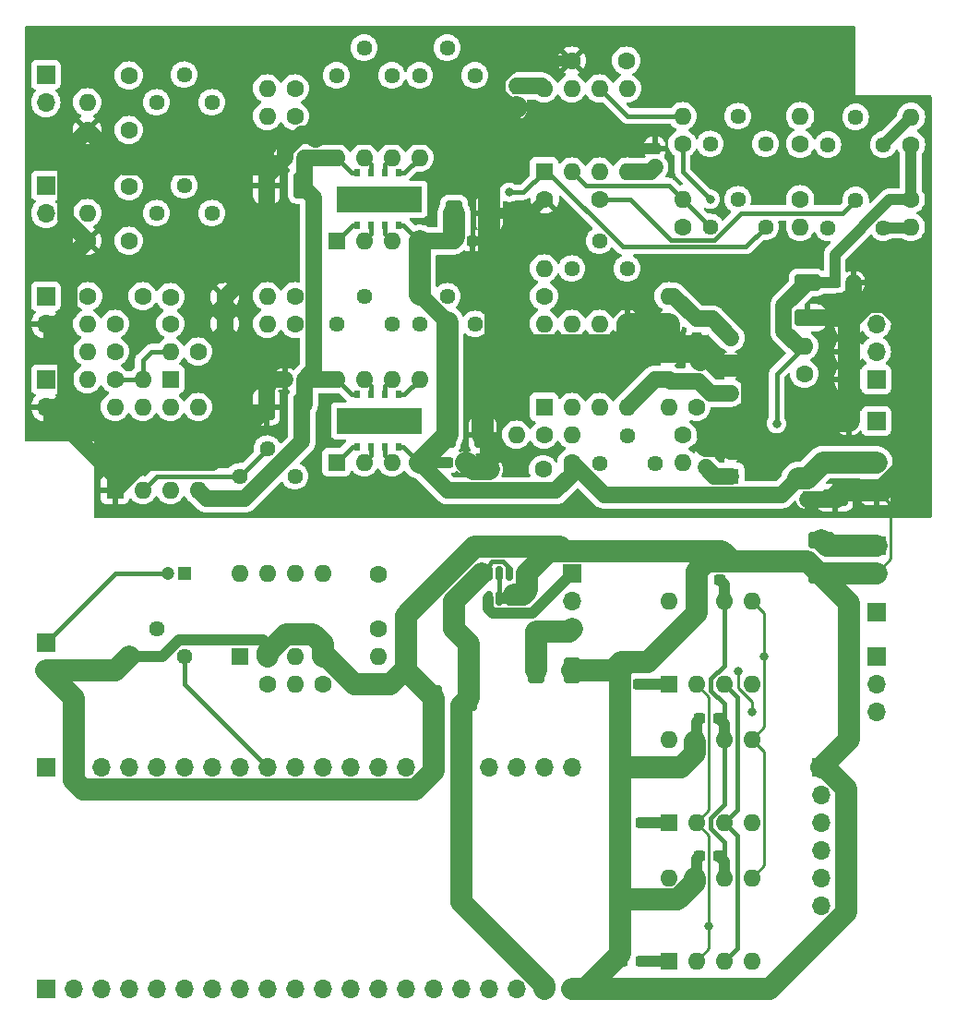
<source format=gbr>
%TF.GenerationSoftware,KiCad,Pcbnew,7.0.7*%
%TF.CreationDate,2023-11-02T14:39:43+09:00*%
%TF.ProjectId,tangnano20k-vectrex,74616e67-6e61-46e6-9f32-306b2d766563,rev?*%
%TF.SameCoordinates,Original*%
%TF.FileFunction,Copper,L1,Top*%
%TF.FilePolarity,Positive*%
%FSLAX46Y46*%
G04 Gerber Fmt 4.6, Leading zero omitted, Abs format (unit mm)*
G04 Created by KiCad (PCBNEW 7.0.7) date 2023-11-02 14:39:43*
%MOMM*%
%LPD*%
G01*
G04 APERTURE LIST*
G04 Aperture macros list*
%AMRoundRect*
0 Rectangle with rounded corners*
0 $1 Rounding radius*
0 $2 $3 $4 $5 $6 $7 $8 $9 X,Y pos of 4 corners*
0 Add a 4 corners polygon primitive as box body*
4,1,4,$2,$3,$4,$5,$6,$7,$8,$9,$2,$3,0*
0 Add four circle primitives for the rounded corners*
1,1,$1+$1,$2,$3*
1,1,$1+$1,$4,$5*
1,1,$1+$1,$6,$7*
1,1,$1+$1,$8,$9*
0 Add four rect primitives between the rounded corners*
20,1,$1+$1,$2,$3,$4,$5,0*
20,1,$1+$1,$4,$5,$6,$7,0*
20,1,$1+$1,$6,$7,$8,$9,0*
20,1,$1+$1,$8,$9,$2,$3,0*%
G04 Aperture macros list end*
%TA.AperFunction,ComponentPad*%
%ADD10C,1.440000*%
%TD*%
%TA.AperFunction,SMDPad,CuDef*%
%ADD11RoundRect,0.250001X-0.499999X-0.924999X0.499999X-0.924999X0.499999X0.924999X-0.499999X0.924999X0*%
%TD*%
%TA.AperFunction,ComponentPad*%
%ADD12C,1.600000*%
%TD*%
%TA.AperFunction,ComponentPad*%
%ADD13R,1.700000X1.700000*%
%TD*%
%TA.AperFunction,ComponentPad*%
%ADD14O,1.700000X1.700000*%
%TD*%
%TA.AperFunction,SMDPad,CuDef*%
%ADD15RoundRect,0.237500X0.300000X0.237500X-0.300000X0.237500X-0.300000X-0.237500X0.300000X-0.237500X0*%
%TD*%
%TA.AperFunction,SMDPad,CuDef*%
%ADD16RoundRect,0.250001X0.499999X0.924999X-0.499999X0.924999X-0.499999X-0.924999X0.499999X-0.924999X0*%
%TD*%
%TA.AperFunction,ComponentPad*%
%ADD17O,1.600000X1.600000*%
%TD*%
%TA.AperFunction,SMDPad,CuDef*%
%ADD18RoundRect,0.237500X-0.237500X0.300000X-0.237500X-0.300000X0.237500X-0.300000X0.237500X0.300000X0*%
%TD*%
%TA.AperFunction,ComponentPad*%
%ADD19R,1.600000X1.600000*%
%TD*%
%TA.AperFunction,SMDPad,CuDef*%
%ADD20RoundRect,0.250001X-0.924999X0.499999X-0.924999X-0.499999X0.924999X-0.499999X0.924999X0.499999X0*%
%TD*%
%TA.AperFunction,ComponentPad*%
%ADD21R,1.450000X1.450000*%
%TD*%
%TA.AperFunction,ComponentPad*%
%ADD22C,1.450000*%
%TD*%
%TA.AperFunction,SMDPad,CuDef*%
%ADD23RoundRect,0.237500X0.237500X-0.300000X0.237500X0.300000X-0.237500X0.300000X-0.237500X-0.300000X0*%
%TD*%
%TA.AperFunction,ComponentPad*%
%ADD24R,7.874000X2.413000*%
%TD*%
%TA.AperFunction,SMDPad,CuDef*%
%ADD25R,0.558800X0.800000*%
%TD*%
%TA.AperFunction,SMDPad,CuDef*%
%ADD26RoundRect,0.237500X-0.300000X-0.237500X0.300000X-0.237500X0.300000X0.237500X-0.300000X0.237500X0*%
%TD*%
%TA.AperFunction,SMDPad,CuDef*%
%ADD27RoundRect,0.250001X0.924999X-0.499999X0.924999X0.499999X-0.924999X0.499999X-0.924999X-0.499999X0*%
%TD*%
%TA.AperFunction,ComponentPad*%
%ADD28R,1.200000X1.200000*%
%TD*%
%TA.AperFunction,ComponentPad*%
%ADD29C,1.200000*%
%TD*%
%TA.AperFunction,SMDPad,CuDef*%
%ADD30RoundRect,0.150000X0.150000X-0.512500X0.150000X0.512500X-0.150000X0.512500X-0.150000X-0.512500X0*%
%TD*%
%TA.AperFunction,ViaPad*%
%ADD31C,0.800000*%
%TD*%
%TA.AperFunction,Conductor*%
%ADD32C,1.500000*%
%TD*%
%TA.AperFunction,Conductor*%
%ADD33C,2.000000*%
%TD*%
%TA.AperFunction,Conductor*%
%ADD34C,1.000000*%
%TD*%
%TA.AperFunction,Conductor*%
%ADD35C,0.250000*%
%TD*%
%TA.AperFunction,Conductor*%
%ADD36C,0.400000*%
%TD*%
G04 APERTURE END LIST*
D10*
%TO.P,RV13,1,1*%
%TO.N,Net-(D1-K)*%
X20320000Y-41910000D03*
%TO.P,RV13,2,2*%
X22860000Y-39370000D03*
%TO.P,RV13,3,3*%
%TO.N,Net-(R22-Pad1)*%
X25400000Y-41910000D03*
%TD*%
D11*
%TO.P,C2,1*%
%TO.N,Net-(J5-Pin_3)*%
X47550000Y-59690000D03*
%TO.P,C2,2*%
%TO.N,GND*%
X50800000Y-59690000D03*
%TD*%
D12*
%TO.P,C26,1*%
%TO.N,Net-(C26-Pad1)*%
X10160000Y-15320000D03*
%TO.P,C26,2*%
%TO.N,Net-(J9-Pin_2)*%
X10160000Y-20320000D03*
%TD*%
D13*
%TO.P,J4,1,Pin_1*%
%TO.N,+5V*%
X78740000Y-48260000D03*
D14*
%TO.P,J4,2,Pin_2*%
%TO.N,GND*%
X78740000Y-50800000D03*
%TD*%
D15*
%TO.P,C9,1*%
%TO.N,+3.3V*%
X57150000Y-86360000D03*
%TO.P,C9,2*%
%TO.N,GND*%
X55425000Y-86360000D03*
%TD*%
D16*
%TO.P,C20,1*%
%TO.N,GND*%
X42620000Y-38100000D03*
%TO.P,C20,2*%
%TO.N,-5VA*%
X39370000Y-38100000D03*
%TD*%
D12*
%TO.P,R25,1*%
%TO.N,-15V*%
X59690000Y-33020000D03*
D17*
%TO.P,R25,2*%
%TO.N,GND*%
X59690000Y-30480000D03*
%TD*%
D12*
%TO.P,R18,1*%
%TO.N,beam_z0*%
X62230000Y-35560000D03*
D17*
%TO.P,R18,2*%
%TO.N,Net-(U9A--)*%
X59690000Y-35560000D03*
%TD*%
D18*
%TO.P,C34,1*%
%TO.N,GND*%
X62230000Y-31295000D03*
%TO.P,C34,2*%
%TO.N,-15V*%
X62230000Y-33020000D03*
%TD*%
D15*
%TO.P,C8,1*%
%TO.N,+3.3V*%
X57150000Y-73660000D03*
%TO.P,C8,2*%
%TO.N,GND*%
X55425000Y-73660000D03*
%TD*%
D13*
%TO.P,J11,1,Pin_1*%
%TO.N,+5V*%
X78740000Y-36830000D03*
D14*
%TO.P,J11,2,Pin_2*%
%TO.N,GND*%
X76200000Y-36830000D03*
%TD*%
D19*
%TO.P,U6,1*%
%TO.N,Net-(U8B-+)*%
X48260000Y-13970000D03*
D17*
%TO.P,U6,2,-*%
%TO.N,Net-(U6A--)*%
X50800000Y-13970000D03*
%TO.P,U6,3,+*%
%TO.N,Net-(U6A-+)*%
X53340000Y-13970000D03*
%TO.P,U6,4,V-*%
%TO.N,-5VA*%
X55880000Y-13970000D03*
%TO.P,U6,5,+*%
%TO.N,Net-(U6B-+)*%
X55880000Y-6350000D03*
%TO.P,U6,6,-*%
%TO.N,Net-(U6B--)*%
X53340000Y-6350000D03*
%TO.P,U6,7*%
%TO.N,Net-(U7B-+)*%
X50800000Y-6350000D03*
%TO.P,U6,8,V+*%
%TO.N,+5VA*%
X48260000Y-6350000D03*
%TD*%
D12*
%TO.P,R4,1*%
%TO.N,+5VA*%
X81930000Y-11505000D03*
D17*
%TO.P,R4,2*%
%TO.N,Net-(R4-Pad2)*%
X81930000Y-8965000D03*
%TD*%
D20*
%TO.P,C3,1*%
%TO.N,+5V*%
X73660000Y-47752000D03*
%TO.P,C3,2*%
%TO.N,GND*%
X73660000Y-51002000D03*
%TD*%
D21*
%TO.P,PS1,1,+VIN*%
%TO.N,+5V*%
X65405000Y-41910000D03*
D22*
%TO.P,PS1,2,-VIN*%
%TO.N,GND*%
X65405000Y-39370000D03*
%TO.P,PS1,4,-VOUT*%
%TO.N,-15V*%
X65405000Y-34290000D03*
%TO.P,PS1,5,COM*%
%TO.N,GND*%
X65405000Y-31750000D03*
%TO.P,PS1,6,+VOUT*%
%TO.N,+15V*%
X65405000Y-29210000D03*
%TD*%
D10*
%TO.P,RV7,1,1*%
%TO.N,Net-(U7B--)*%
X36830000Y-5155000D03*
%TO.P,RV7,2,2*%
%TO.N,Net-(J8-Pin_2)*%
X39370000Y-2615000D03*
%TO.P,RV7,3,3*%
X41910000Y-5155000D03*
%TD*%
D12*
%TO.P,R23,1*%
%TO.N,Net-(U10-Q)*%
X8890000Y-30480000D03*
D17*
%TO.P,R23,2*%
%TO.N,Net-(J13-Pin_1)*%
X6350000Y-30480000D03*
%TD*%
D13*
%TO.P,J7,1,Pin_1*%
%TO.N,beam_x0*%
X78740000Y-33020000D03*
D14*
%TO.P,J7,2,Pin_2*%
%TO.N,GND*%
X76200000Y-33020000D03*
%TO.P,J7,3,Pin_3*%
%TO.N,beam_y0*%
X78740000Y-30480000D03*
%TO.P,J7,4,Pin_4*%
%TO.N,GND*%
X76200000Y-30480000D03*
%TO.P,J7,5,Pin_5*%
%TO.N,beam_z0*%
X78740000Y-27940000D03*
%TO.P,J7,6,Pin_6*%
%TO.N,GND*%
X76200000Y-27940000D03*
%TD*%
D23*
%TO.P,C29,1*%
%TO.N,+5V*%
X63092500Y-41095000D03*
%TO.P,C29,2*%
%TO.N,GND*%
X63092500Y-39370000D03*
%TD*%
D10*
%TO.P,RV12,1,1*%
%TO.N,Net-(R17-Pad2)*%
X53355000Y-40715000D03*
%TO.P,RV12,2,2*%
%TO.N,Net-(U9A-+)*%
X55895000Y-38175000D03*
%TO.P,RV12,3,3*%
%TO.N,Net-(R16-Pad2)*%
X58435000Y-40715000D03*
%TD*%
D13*
%TO.P,J2,1,Pin_1*%
%TO.N,unconnected-(J2-Pin_1-Pad1)*%
X2540000Y-88900000D03*
D14*
%TO.P,J2,2,Pin_2*%
%TO.N,unconnected-(J2-Pin_2-Pad2)*%
X5080000Y-88900000D03*
%TO.P,J2,3,Pin_3*%
%TO.N,unconnected-(J2-Pin_3-Pad3)*%
X7620000Y-88900000D03*
%TO.P,J2,4,Pin_4*%
%TO.N,unconnected-(J2-Pin_4-Pad4)*%
X10160000Y-88900000D03*
%TO.P,J2,5,Pin_5*%
%TO.N,unconnected-(J2-Pin_5-Pad5)*%
X12700000Y-88900000D03*
%TO.P,J2,6,Pin_6*%
%TO.N,unconnected-(J2-Pin_6-Pad6)*%
X15240000Y-88900000D03*
%TO.P,J2,7,Pin_7*%
%TO.N,unconnected-(J2-Pin_7-Pad7)*%
X17780000Y-88900000D03*
%TO.P,J2,8,Pin_8*%
%TO.N,unconnected-(J2-Pin_8-Pad8)*%
X20320000Y-88900000D03*
%TO.P,J2,9,Pin_9*%
%TO.N,unconnected-(J2-Pin_9-Pad9)*%
X22860000Y-88900000D03*
%TO.P,J2,10,Pin_10*%
%TO.N,unconnected-(J2-Pin_10-Pad10)*%
X25400000Y-88900000D03*
%TO.P,J2,11,Pin_11*%
%TO.N,unconnected-(J2-Pin_11-Pad11)*%
X27940000Y-88900000D03*
%TO.P,J2,12,Pin_12*%
%TO.N,unconnected-(J2-Pin_12-Pad12)*%
X30480000Y-88900000D03*
%TO.P,J2,13,Pin_13*%
%TO.N,unconnected-(J2-Pin_13-Pad13)*%
X33020000Y-88900000D03*
%TO.P,J2,14,Pin_14*%
%TO.N,unconnected-(J2-Pin_14-Pad14)*%
X35560000Y-88900000D03*
%TO.P,J2,15,Pin_15*%
%TO.N,unconnected-(J2-Pin_15-Pad15)*%
X38100000Y-88900000D03*
%TO.P,J2,16,Pin_16*%
%TO.N,unconnected-(J2-Pin_16-Pad16)*%
X40640000Y-88900000D03*
%TO.P,J2,17,Pin_17*%
%TO.N,unconnected-(J2-Pin_17-Pad17)*%
X43180000Y-88900000D03*
%TO.P,J2,18,Pin_18*%
%TO.N,unconnected-(J2-Pin_18-Pad18)*%
X45720000Y-88900000D03*
%TO.P,J2,19,Pin_19*%
%TO.N,+3.3V*%
X48260000Y-88900000D03*
%TO.P,J2,20,Pin_20*%
%TO.N,GND*%
X50800000Y-88900000D03*
%TD*%
D12*
%TO.P,C27,1*%
%TO.N,Net-(U10-CV)*%
X13970000Y-25480000D03*
%TO.P,C27,2*%
%TO.N,GND*%
X18970000Y-25480000D03*
%TD*%
%TO.P,R24,1*%
%TO.N,GND*%
X59690000Y-27940000D03*
D17*
%TO.P,R24,2*%
%TO.N,+15V*%
X59690000Y-25400000D03*
%TD*%
D16*
%TO.P,C14,1*%
%TO.N,GND*%
X43255000Y-17780000D03*
%TO.P,C14,2*%
%TO.N,-5VA*%
X40005000Y-17780000D03*
%TD*%
D24*
%TO.P,U8,*%
%TO.N,*%
X33147000Y-36830000D03*
D19*
%TO.P,U8,1*%
%TO.N,Net-(U8A--)*%
X29210000Y-40640000D03*
D25*
X31115000Y-39179500D03*
D17*
%TO.P,U8,2,-*%
X31750000Y-40640000D03*
D25*
X32385000Y-39179500D03*
D17*
%TO.P,U8,3,+*%
%TO.N,Net-(U8A-+)*%
X34290000Y-40640000D03*
D25*
X33655000Y-39179500D03*
D17*
%TO.P,U8,4,V-*%
%TO.N,-5VA*%
X36830000Y-40640000D03*
D25*
X34925000Y-39179500D03*
%TO.P,U8,5,+*%
%TO.N,Net-(U8B-+)*%
X34925000Y-34436000D03*
D17*
X36830000Y-33020000D03*
D25*
%TO.P,U8,6,-*%
%TO.N,Net-(U8B--)*%
X33655000Y-34436000D03*
D17*
X34290000Y-33020000D03*
D25*
%TO.P,U8,7*%
%TO.N,Net-(U8A-+)*%
X32385000Y-34436000D03*
D17*
X31750000Y-33020000D03*
D25*
%TO.P,U8,8,V+*%
%TO.N,+5VA*%
X31115000Y-34436000D03*
D17*
X29210000Y-33020000D03*
%TD*%
D12*
%TO.P,C16,1*%
%TO.N,Net-(U6A-+)*%
X53340000Y-16510000D03*
%TO.P,C16,2*%
%TO.N,GND*%
X48340000Y-16510000D03*
%TD*%
D13*
%TO.P,J1,1,Pin_1*%
%TO.N,GND*%
X73660000Y-68580000D03*
D14*
%TO.P,J1,2,Pin_2*%
%TO.N,+3.3V*%
X73660000Y-71120000D03*
%TO.P,J1,3,Pin_3*%
%TO.N,joystick_cs2*%
X73660000Y-73660000D03*
%TO.P,J1,4,Pin_4*%
%TO.N,joystick_miso2*%
X73660000Y-76200000D03*
%TO.P,J1,5,Pin_5*%
%TO.N,joystick_mosi2*%
X73660000Y-78740000D03*
%TO.P,J1,6,Pin_6*%
%TO.N,joystick_clk2*%
X73660000Y-81280000D03*
%TD*%
D12*
%TO.P,R12,1*%
%TO.N,Net-(U8A-+)*%
X25400000Y-25400000D03*
D17*
%TO.P,R12,2*%
%TO.N,Net-(J9-Pin_1)*%
X22860000Y-25400000D03*
%TD*%
D16*
%TO.P,C1,1*%
%TO.N,+3.3V*%
X41350000Y-62230000D03*
%TO.P,C1,2*%
%TO.N,GND*%
X38100000Y-62230000D03*
%TD*%
D12*
%TO.P,R26,1*%
%TO.N,Net-(C35-Pad2)*%
X8890000Y-27940000D03*
D17*
%TO.P,R26,2*%
%TO.N,Net-(J14-Pin_1)*%
X6350000Y-27940000D03*
%TD*%
D15*
%TO.P,C21,1*%
%TO.N,+5VA*%
X26262500Y-33020000D03*
%TO.P,C21,2*%
%TO.N,GND*%
X24537500Y-33020000D03*
%TD*%
D12*
%TO.P,R9,1*%
%TO.N,beam_y0*%
X60960000Y-19050000D03*
D17*
%TO.P,R9,2*%
%TO.N,Net-(U6A--)*%
X60960000Y-16510000D03*
%TD*%
D18*
%TO.P,C24,1*%
%TO.N,GND*%
X58420000Y-11837500D03*
%TO.P,C24,2*%
%TO.N,-5VA*%
X58420000Y-13562500D03*
%TD*%
D12*
%TO.P,R7,1*%
%TO.N,-5VA*%
X71755000Y-16510000D03*
D17*
%TO.P,R7,2*%
%TO.N,Net-(R7-Pad2)*%
X71755000Y-19050000D03*
%TD*%
D10*
%TO.P,RV9,1,1*%
%TO.N,Net-(U8B--)*%
X36845000Y-27940000D03*
%TO.P,RV9,2,2*%
%TO.N,Net-(J9-Pin_2)*%
X39385000Y-25400000D03*
%TO.P,RV9,3,3*%
X41925000Y-27940000D03*
%TD*%
D23*
%TO.P,C31,1*%
%TO.N,GND*%
X72390000Y-43815000D03*
%TO.P,C31,2*%
%TO.N,-5VA*%
X72390000Y-42090000D03*
%TD*%
D10*
%TO.P,RV6,1,1*%
%TO.N,Net-(U7B--)*%
X29210000Y-5155000D03*
%TO.P,RV6,2,2*%
%TO.N,Net-(J8-Pin_1)*%
X31750000Y-2615000D03*
%TO.P,RV6,3,3*%
X34290000Y-5155000D03*
%TD*%
D13*
%TO.P,J5,1,Pin_1*%
%TO.N,Net-(J5-Pin_1)*%
X50800000Y-50800000D03*
D14*
%TO.P,J5,2,Pin_2*%
%TO.N,Vref*%
X50800000Y-53340000D03*
%TO.P,J5,3,Pin_3*%
%TO.N,Net-(J5-Pin_3)*%
X50800000Y-55880000D03*
%TD*%
D20*
%TO.P,C36,1*%
%TO.N,+5VA*%
X72390000Y-24130000D03*
%TO.P,C36,2*%
%TO.N,GND*%
X72390000Y-27380000D03*
%TD*%
D13*
%TO.P,J8,1,Pin_1*%
%TO.N,Net-(J8-Pin_1)*%
X2540000Y-5080000D03*
D14*
%TO.P,J8,2,Pin_2*%
%TO.N,Net-(J8-Pin_2)*%
X2540000Y-7620000D03*
%TD*%
D12*
%TO.P,FB1,1*%
%TO.N,+5V*%
X72136000Y-32512000D03*
D17*
%TO.P,FB1,2*%
%TO.N,+5VA*%
X72136000Y-29972000D03*
%TD*%
D12*
%TO.P,R15,1*%
%TO.N,GND*%
X6350000Y-20320000D03*
D17*
%TO.P,R15,2*%
%TO.N,Net-(J9-Pin_2)*%
X6350000Y-17780000D03*
%TD*%
D13*
%TO.P,J13,1,Pin_1*%
%TO.N,Net-(J13-Pin_1)*%
X2540000Y-33020000D03*
D14*
%TO.P,J13,2,Pin_2*%
%TO.N,GND*%
X2540000Y-35560000D03*
%TD*%
D24*
%TO.P,U7,*%
%TO.N,*%
X33147000Y-16510000D03*
D19*
%TO.P,U7,1*%
%TO.N,Net-(U7A--)*%
X29210000Y-20320000D03*
D25*
X31115000Y-18859500D03*
D17*
%TO.P,U7,2,-*%
X31750000Y-20320000D03*
D25*
X32385000Y-18859500D03*
D17*
%TO.P,U7,3,+*%
%TO.N,Net-(U7A-+)*%
X34290000Y-20320000D03*
D25*
X33655000Y-18859500D03*
D17*
%TO.P,U7,4,V-*%
%TO.N,-5VA*%
X36830000Y-20320000D03*
D25*
X34925000Y-18859500D03*
%TO.P,U7,5,+*%
%TO.N,Net-(U7B-+)*%
X34925000Y-14116000D03*
D17*
X36830000Y-12700000D03*
D25*
%TO.P,U7,6,-*%
%TO.N,Net-(U7B--)*%
X33655000Y-14116000D03*
D17*
X34290000Y-12700000D03*
D25*
%TO.P,U7,7*%
%TO.N,Net-(U7A-+)*%
X32385000Y-14116000D03*
D17*
X31750000Y-12700000D03*
D25*
%TO.P,U7,8,V+*%
%TO.N,+5VA*%
X31115000Y-14116000D03*
D17*
X29210000Y-12700000D03*
%TD*%
D15*
%TO.P,C7,1*%
%TO.N,+3.3V*%
X56970000Y-60960000D03*
%TO.P,C7,2*%
%TO.N,GND*%
X55245000Y-60960000D03*
%TD*%
D19*
%TO.P,U4,1,Vdd*%
%TO.N,+3.3V*%
X59690000Y-86360000D03*
D17*
%TO.P,U4,2,~{CS}*%
%TO.N,dac_cs_n*%
X62230000Y-86360000D03*
%TO.P,U4,3,SCK*%
%TO.N,dac_clk*%
X64770000Y-86360000D03*
%TO.P,U4,4,SDI*%
%TO.N,dac_sd2*%
X67310000Y-86360000D03*
%TO.P,U4,5,~{LDAC}*%
%TO.N,dac_ld_n*%
X67310000Y-78740000D03*
%TO.P,U4,6,Vref*%
%TO.N,Vref*%
X64770000Y-78740000D03*
%TO.P,U4,7,Vss*%
%TO.N,GND*%
X62230000Y-78740000D03*
%TO.P,U4,8,Vout*%
%TO.N,beam_z*%
X59690000Y-78740000D03*
%TD*%
D15*
%TO.P,C4,1*%
%TO.N,Vref*%
X64362500Y-51435000D03*
%TO.P,C4,2*%
%TO.N,GND*%
X62637500Y-51435000D03*
%TD*%
D19*
%TO.P,U3,1,Vdd*%
%TO.N,+3.3V*%
X59690000Y-73660000D03*
D17*
%TO.P,U3,2,~{CS}*%
%TO.N,dac_cs_n*%
X62230000Y-73660000D03*
%TO.P,U3,3,SCK*%
%TO.N,dac_clk*%
X64770000Y-73660000D03*
%TO.P,U3,4,SDI*%
%TO.N,dac_sd1*%
X67310000Y-73660000D03*
%TO.P,U3,5,~{LDAC}*%
%TO.N,dac_ld_n*%
X67310000Y-66040000D03*
%TO.P,U3,6,Vref*%
%TO.N,Vref*%
X64770000Y-66040000D03*
%TO.P,U3,7,Vss*%
%TO.N,GND*%
X62230000Y-66040000D03*
%TO.P,U3,8,Vout*%
%TO.N,beam_y*%
X59690000Y-66040000D03*
%TD*%
D12*
%TO.P,R5,1*%
%TO.N,-5VA*%
X71755000Y-11430000D03*
D17*
%TO.P,R5,2*%
%TO.N,Net-(R5-Pad2)*%
X71755000Y-8890000D03*
%TD*%
D12*
%TO.P,R1,1*%
%TO.N,Net-(J5-Pin_3)*%
X47625000Y-55880000D03*
D17*
%TO.P,R1,2*%
%TO.N,+3.3V*%
X40005000Y-55880000D03*
%TD*%
D12*
%TO.P,R21,1*%
%TO.N,Net-(D1-A)*%
X8890000Y-33020000D03*
D17*
%TO.P,R21,2*%
%TO.N,+5VA*%
X6350000Y-33020000D03*
%TD*%
D12*
%TO.P,R13,1*%
%TO.N,Net-(U8A--)*%
X25400000Y-27940000D03*
D17*
%TO.P,R13,2*%
%TO.N,Net-(J9-Pin_1)*%
X22860000Y-27940000D03*
%TD*%
D10*
%TO.P,RV14,1,1*%
%TO.N,Net-(U9B--)*%
X50800000Y-22860000D03*
%TO.P,RV14,2,2*%
%TO.N,Net-(C35-Pad1)*%
X53340000Y-20320000D03*
%TO.P,RV14,3,3*%
X55880000Y-22860000D03*
%TD*%
D12*
%TO.P,R16,1*%
%TO.N,+5VA*%
X60960000Y-38100000D03*
D17*
%TO.P,R16,2*%
%TO.N,Net-(R16-Pad2)*%
X60960000Y-40640000D03*
%TD*%
D13*
%TO.P,J3,1,Pin_1*%
%TO.N,+5V*%
X2540000Y-68580000D03*
D14*
%TO.P,J3,2,Pin_2*%
%TO.N,GND*%
X5080000Y-68580000D03*
%TO.P,J3,3,Pin_3*%
%TO.N,dac_clk*%
X7620000Y-68580000D03*
%TO.P,J3,4,Pin_4*%
%TO.N,dac_cs_n*%
X10160000Y-68580000D03*
%TO.P,J3,5,Pin_5*%
%TO.N,dac_ld_n*%
X12700000Y-68580000D03*
%TO.P,J3,6,Pin_6*%
%TO.N,dac_sd0*%
X15240000Y-68580000D03*
%TO.P,J3,7,Pin_7*%
%TO.N,dac_sd1*%
X17780000Y-68580000D03*
%TO.P,J3,8,Pin_8*%
%TO.N,dac_sd2*%
X20320000Y-68580000D03*
%TO.P,J3,9,Pin_9*%
%TO.N,audio_pwm*%
X22860000Y-68580000D03*
%TO.P,J3,10,Pin_10*%
%TO.N,unconnected-(J3-Pin_10-Pad10)*%
X25400000Y-68580000D03*
%TO.P,J3,11,Pin_11*%
%TO.N,unconnected-(J3-Pin_11-Pad11)*%
X27940000Y-68580000D03*
%TO.P,J3,12,Pin_12*%
%TO.N,unconnected-(J3-Pin_12-Pad12)*%
X30480000Y-68580000D03*
%TO.P,J3,13,Pin_13*%
%TO.N,unconnected-(J3-Pin_13-Pad13)*%
X33020000Y-68580000D03*
%TO.P,J3,14,Pin_14*%
%TO.N,unconnected-(J3-Pin_14-Pad14)*%
X35560000Y-68580000D03*
%TO.P,J3,15,Pin_15*%
%TO.N,GND*%
X38100000Y-68580000D03*
%TO.P,J3,16,Pin_16*%
%TO.N,+3.3V*%
X40640000Y-68580000D03*
%TO.P,J3,17,Pin_17*%
%TO.N,joystick_cs2*%
X43180000Y-68580000D03*
%TO.P,J3,18,Pin_18*%
%TO.N,joystick_miso2*%
X45720000Y-68580000D03*
%TO.P,J3,19,Pin_19*%
%TO.N,joystick_mosi2*%
X48260000Y-68580000D03*
%TO.P,J3,20,Pin_20*%
%TO.N,joystick_clk2*%
X50800000Y-68580000D03*
%TD*%
D12*
%TO.P,R3,1*%
%TO.N,GND*%
X35560000Y-58420000D03*
D17*
%TO.P,R3,2*%
%TO.N,Net-(C11-Pad2)*%
X33020000Y-58420000D03*
%TD*%
D10*
%TO.P,RV10,1,1*%
%TO.N,Net-(C25-Pad1)*%
X12700000Y-7620000D03*
%TO.P,RV10,2,2*%
%TO.N,Net-(J8-Pin_1)*%
X15240000Y-5080000D03*
%TO.P,RV10,3,3*%
X17780000Y-7620000D03*
%TD*%
D12*
%TO.P,C15,1*%
%TO.N,Net-(U6B-+)*%
X55800000Y-3810000D03*
%TO.P,C15,2*%
%TO.N,GND*%
X50800000Y-3810000D03*
%TD*%
D15*
%TO.P,C17,1*%
%TO.N,+5VA*%
X26262500Y-12700000D03*
%TO.P,C17,2*%
%TO.N,GND*%
X24537500Y-12700000D03*
%TD*%
D26*
%TO.P,C37,1*%
%TO.N,+5VA*%
X74930000Y-24130000D03*
%TO.P,C37,2*%
%TO.N,GND*%
X76655000Y-24130000D03*
%TD*%
D12*
%TO.P,R19,1*%
%TO.N,Net-(U9A--)*%
X48260000Y-38100000D03*
D17*
%TO.P,R19,2*%
%TO.N,Net-(R19-Pad2)*%
X45720000Y-38100000D03*
%TD*%
D12*
%TO.P,R6,1*%
%TO.N,+5VA*%
X81915000Y-16510000D03*
D17*
%TO.P,R6,2*%
%TO.N,Net-(R6-Pad2)*%
X81915000Y-19050000D03*
%TD*%
D19*
%TO.P,U10,1,GND*%
%TO.N,GND*%
X8890000Y-43180000D03*
D17*
%TO.P,U10,2,TR*%
%TO.N,Net-(D1-K)*%
X11430000Y-43180000D03*
%TO.P,U10,3,Q*%
%TO.N,Net-(U10-Q)*%
X13970000Y-43180000D03*
%TO.P,U10,4,R*%
%TO.N,+5VA*%
X16510000Y-43180000D03*
%TO.P,U10,5,CV*%
%TO.N,Net-(U10-CV)*%
X16510000Y-35560000D03*
%TO.P,U10,6,THR*%
%TO.N,Net-(D1-K)*%
X13970000Y-35560000D03*
%TO.P,U10,7,DIS*%
%TO.N,Net-(D1-A)*%
X11430000Y-35560000D03*
%TO.P,U10,8,VCC*%
%TO.N,+5VA*%
X8890000Y-35560000D03*
%TD*%
D12*
%TO.P,R11,1*%
%TO.N,Net-(U7A--)*%
X25400000Y-8890000D03*
D17*
%TO.P,R11,2*%
%TO.N,Net-(J8-Pin_1)*%
X22860000Y-8890000D03*
%TD*%
D12*
%TO.P,R2,1*%
%TO.N,Net-(R2-Pad1)*%
X22860000Y-60960000D03*
D17*
%TO.P,R2,2*%
%TO.N,Net-(U5-+)*%
X25400000Y-60960000D03*
%TD*%
D13*
%TO.P,LS1,1,1*%
%TO.N,Net-(C12-Pad2)*%
X2540000Y-57150000D03*
D14*
%TO.P,LS1,2,2*%
%TO.N,GND*%
X2540000Y-59690000D03*
%TD*%
D13*
%TO.P,J9,1,Pin_1*%
%TO.N,Net-(J9-Pin_1)*%
X2540000Y-15240000D03*
D14*
%TO.P,J9,2,Pin_2*%
%TO.N,Net-(J9-Pin_2)*%
X2540000Y-17780000D03*
%TD*%
D10*
%TO.P,RV5,1,1*%
%TO.N,Net-(U6A--)*%
X63500000Y-19050000D03*
%TO.P,RV5,2,2*%
%TO.N,Net-(U8B-+)*%
X66040000Y-16510000D03*
%TO.P,RV5,3,3*%
X68580000Y-19050000D03*
%TD*%
D19*
%TO.P,U5,1,GAIN*%
%TO.N,unconnected-(U5-GAIN-Pad1)*%
X20320000Y-58420000D03*
D17*
%TO.P,U5,2,-*%
%TO.N,GND*%
X22860000Y-58420000D03*
%TO.P,U5,3,+*%
%TO.N,Net-(U5-+)*%
X25400000Y-58420000D03*
%TO.P,U5,4,GND*%
%TO.N,GND*%
X27940000Y-58420000D03*
%TO.P,U5,5*%
%TO.N,Net-(C11-Pad1)*%
X27940000Y-50800000D03*
%TO.P,U5,6,V+*%
%TO.N,+5V*%
X25400000Y-50800000D03*
%TO.P,U5,7,BYPASS*%
%TO.N,unconnected-(U5-BYPASS-Pad7)*%
X22860000Y-50800000D03*
%TO.P,U5,8,GAIN*%
%TO.N,unconnected-(U5-GAIN-Pad8)*%
X20320000Y-50800000D03*
%TD*%
D15*
%TO.P,C6,1*%
%TO.N,Vref*%
X64262000Y-76708000D03*
%TO.P,C6,2*%
%TO.N,GND*%
X62537000Y-76708000D03*
%TD*%
D10*
%TO.P,RV4,1,1*%
%TO.N,Net-(U6B--)*%
X63500000Y-11430000D03*
%TO.P,RV4,2,2*%
%TO.N,Net-(U7B-+)*%
X66040000Y-8890000D03*
%TO.P,RV4,3,3*%
X68580000Y-11430000D03*
%TD*%
D19*
%TO.P,U2,1,Vdd*%
%TO.N,+3.3V*%
X59690000Y-60960000D03*
D17*
%TO.P,U2,2,~{CS}*%
%TO.N,dac_cs_n*%
X62230000Y-60960000D03*
%TO.P,U2,3,SCK*%
%TO.N,dac_clk*%
X64770000Y-60960000D03*
%TO.P,U2,4,SDI*%
%TO.N,dac_sd0*%
X67310000Y-60960000D03*
%TO.P,U2,5,~{LDAC}*%
%TO.N,dac_ld_n*%
X67310000Y-53340000D03*
%TO.P,U2,6,Vref*%
%TO.N,Vref*%
X64770000Y-53340000D03*
%TO.P,U2,7,Vss*%
%TO.N,GND*%
X62230000Y-53340000D03*
%TO.P,U2,8,Vout*%
%TO.N,beam_x*%
X59690000Y-53340000D03*
%TD*%
D10*
%TO.P,RV11,1,1*%
%TO.N,Net-(C26-Pad1)*%
X12700000Y-17780000D03*
%TO.P,RV11,2,2*%
%TO.N,Net-(J9-Pin_1)*%
X15240000Y-15240000D03*
%TO.P,RV11,3,3*%
X17780000Y-17780000D03*
%TD*%
D15*
%TO.P,C5,1*%
%TO.N,Vref*%
X64262000Y-64135000D03*
%TO.P,C5,2*%
%TO.N,GND*%
X62537000Y-64135000D03*
%TD*%
D12*
%TO.P,R22,1*%
%TO.N,Net-(R22-Pad1)*%
X16510000Y-30480000D03*
D17*
%TO.P,R22,2*%
%TO.N,Net-(D1-A)*%
X13970000Y-30480000D03*
%TD*%
D27*
%TO.P,C30,1*%
%TO.N,GND*%
X74930000Y-43890000D03*
%TO.P,C30,2*%
%TO.N,-5VA*%
X74930000Y-40640000D03*
%TD*%
D13*
%TO.P,J10,1,Pin_1*%
%TO.N,GND*%
X78740000Y-43180000D03*
D14*
%TO.P,J10,2,Pin_2*%
%TO.N,-5VA*%
X78740000Y-40640000D03*
%TD*%
D15*
%TO.P,C22,1*%
%TO.N,GND*%
X41095000Y-40640000D03*
%TO.P,C22,2*%
%TO.N,-5VA*%
X39370000Y-40640000D03*
%TD*%
D12*
%TO.P,R20,1*%
%TO.N,Net-(R19-Pad2)*%
X48260000Y-25400000D03*
D17*
%TO.P,R20,2*%
%TO.N,Net-(U9B--)*%
X48260000Y-22860000D03*
%TD*%
D18*
%TO.P,C23,1*%
%TO.N,+5VA*%
X45720000Y-6350000D03*
%TO.P,C23,2*%
%TO.N,GND*%
X45720000Y-8075000D03*
%TD*%
D12*
%TO.P,C32,1*%
%TO.N,Net-(D1-K)*%
X13970000Y-27940000D03*
%TO.P,C32,2*%
%TO.N,GND*%
X18970000Y-27940000D03*
%TD*%
%TO.P,R8,1*%
%TO.N,beam_x0*%
X60960000Y-11430000D03*
D17*
%TO.P,R8,2*%
%TO.N,Net-(U6B--)*%
X60960000Y-8890000D03*
%TD*%
D10*
%TO.P,RV8,1,1*%
%TO.N,Net-(U8B--)*%
X29225000Y-27940000D03*
%TO.P,RV8,2,2*%
%TO.N,Net-(J9-Pin_1)*%
X31765000Y-25400000D03*
%TO.P,RV8,3,3*%
X34305000Y-27940000D03*
%TD*%
D12*
%TO.P,C10,1*%
%TO.N,Net-(U5-+)*%
X28020000Y-60960000D03*
%TO.P,C10,2*%
%TO.N,GND*%
X33020000Y-60960000D03*
%TD*%
D10*
%TO.P,RV2,1,1*%
%TO.N,Net-(R5-Pad2)*%
X74310000Y-11505000D03*
%TO.P,RV2,2,2*%
%TO.N,Net-(U6B-+)*%
X76850000Y-8965000D03*
%TO.P,RV2,3,3*%
%TO.N,Net-(R4-Pad2)*%
X79390000Y-11505000D03*
%TD*%
D12*
%TO.P,R17,1*%
%TO.N,-5VA*%
X50800000Y-40640000D03*
D17*
%TO.P,R17,2*%
%TO.N,Net-(R17-Pad2)*%
X50800000Y-38100000D03*
%TD*%
D12*
%TO.P,C11,1*%
%TO.N,Net-(C11-Pad1)*%
X33020000Y-50880000D03*
%TO.P,C11,2*%
%TO.N,Net-(C11-Pad2)*%
X33020000Y-55880000D03*
%TD*%
D28*
%TO.P,C12,1*%
%TO.N,Net-(C11-Pad1)*%
X15240000Y-50800000D03*
D29*
%TO.P,C12,2*%
%TO.N,Net-(C12-Pad2)*%
X13740000Y-50800000D03*
%TD*%
D12*
%TO.P,C25,1*%
%TO.N,Net-(C25-Pad1)*%
X10160000Y-5160000D03*
%TO.P,C25,2*%
%TO.N,Net-(J8-Pin_2)*%
X10160000Y-10160000D03*
%TD*%
D19*
%TO.P,U9,1*%
%TO.N,Net-(R19-Pad2)*%
X48260000Y-35560000D03*
D17*
%TO.P,U9,2,-*%
%TO.N,Net-(U9A--)*%
X50800000Y-35560000D03*
%TO.P,U9,3,+*%
%TO.N,Net-(U9A-+)*%
X53340000Y-35560000D03*
%TO.P,U9,4,V-*%
%TO.N,-15V*%
X55880000Y-35560000D03*
%TO.P,U9,5,+*%
%TO.N,GND*%
X55880000Y-27940000D03*
%TO.P,U9,6,-*%
%TO.N,Net-(U9B--)*%
X53340000Y-27940000D03*
%TO.P,U9,7*%
%TO.N,Net-(C35-Pad1)*%
X50800000Y-27940000D03*
%TO.P,U9,8,V+*%
%TO.N,+15V*%
X48260000Y-27940000D03*
%TD*%
D30*
%TO.P,U1,1,OUT*%
%TO.N,Net-(J5-Pin_1)*%
X43180000Y-53075000D03*
%TO.P,U1,2,GND*%
%TO.N,GND*%
X44130000Y-53075000D03*
%TO.P,U1,3,GND*%
X45080000Y-53075000D03*
%TO.P,U1,4,~{SHDN}*%
%TO.N,+3.3V*%
X45080000Y-50800000D03*
%TO.P,U1,5,GND*%
%TO.N,GND*%
X44130000Y-50800000D03*
%TO.P,U1,6,VDD*%
%TO.N,+3.3V*%
X43180000Y-50800000D03*
%TD*%
D12*
%TO.P,R14,1*%
%TO.N,GND*%
X6350000Y-10160000D03*
D17*
%TO.P,R14,2*%
%TO.N,Net-(J8-Pin_2)*%
X6350000Y-7620000D03*
%TD*%
D16*
%TO.P,C19,1*%
%TO.N,+5VA*%
X26035000Y-35560000D03*
%TO.P,C19,2*%
%TO.N,GND*%
X22785000Y-35560000D03*
%TD*%
D12*
%TO.P,R10,1*%
%TO.N,Net-(U7A-+)*%
X25400000Y-6350000D03*
D17*
%TO.P,R10,2*%
%TO.N,Net-(J8-Pin_1)*%
X22860000Y-6350000D03*
%TD*%
D10*
%TO.P,RV3,1,1*%
%TO.N,Net-(R7-Pad2)*%
X74310000Y-19125000D03*
%TO.P,RV3,2,2*%
%TO.N,Net-(U6A-+)*%
X76850000Y-16585000D03*
%TO.P,RV3,3,3*%
%TO.N,Net-(R6-Pad2)*%
X79390000Y-19125000D03*
%TD*%
D13*
%TO.P,J14,1,Pin_1*%
%TO.N,Net-(J14-Pin_1)*%
X2540000Y-25400000D03*
D14*
%TO.P,J14,2,Pin_2*%
%TO.N,GND*%
X2540000Y-27940000D03*
%TD*%
D12*
%TO.P,C28,1*%
%TO.N,Net-(U9A-+)*%
X48180000Y-41275000D03*
%TO.P,C28,2*%
%TO.N,GND*%
X43180000Y-41275000D03*
%TD*%
D15*
%TO.P,C18,1*%
%TO.N,GND*%
X41730000Y-20320000D03*
%TO.P,C18,2*%
%TO.N,-5VA*%
X40005000Y-20320000D03*
%TD*%
D19*
%TO.P,D1,1,K*%
%TO.N,Net-(D1-K)*%
X13970000Y-33020000D03*
D17*
%TO.P,D1,2,A*%
%TO.N,Net-(D1-A)*%
X11430000Y-33020000D03*
%TD*%
D18*
%TO.P,C33,1*%
%TO.N,+15V*%
X62230000Y-27485000D03*
%TO.P,C33,2*%
%TO.N,GND*%
X62230000Y-29210000D03*
%TD*%
D10*
%TO.P,RV1,1,1*%
%TO.N,GND*%
X10160000Y-58420000D03*
%TO.P,RV1,2,2*%
%TO.N,Net-(R2-Pad1)*%
X12700000Y-55880000D03*
%TO.P,RV1,3,3*%
%TO.N,audio_pwm*%
X15240000Y-58420000D03*
%TD*%
D12*
%TO.P,C35,1*%
%TO.N,Net-(C35-Pad1)*%
X11430000Y-25400000D03*
%TO.P,C35,2*%
%TO.N,Net-(C35-Pad2)*%
X6430000Y-25400000D03*
%TD*%
D16*
%TO.P,C13,1*%
%TO.N,+5VA*%
X26035000Y-15240000D03*
%TO.P,C13,2*%
%TO.N,GND*%
X22785000Y-15240000D03*
%TD*%
D13*
%TO.P,J12,1,Pin_1*%
%TO.N,+5V*%
X78740000Y-54356000D03*
D14*
%TO.P,J12,2,Pin_2*%
%TO.N,GND*%
X76200000Y-54356000D03*
%TD*%
D13*
%TO.P,J6,1,Pin_1*%
%TO.N,beam_x*%
X78740000Y-58420000D03*
D14*
%TO.P,J6,2,Pin_2*%
%TO.N,GND*%
X76200000Y-58420000D03*
%TO.P,J6,3,Pin_3*%
%TO.N,beam_y*%
X78740000Y-60960000D03*
%TO.P,J6,4,Pin_4*%
%TO.N,GND*%
X76200000Y-60960000D03*
%TO.P,J6,5,Pin_5*%
%TO.N,beam_z*%
X78740000Y-63500000D03*
%TO.P,J6,6,Pin_6*%
%TO.N,GND*%
X76200000Y-63500000D03*
%TD*%
D31*
%TO.N,+5VA*%
X69596000Y-37084000D03*
%TO.N,dac_cs_n*%
X63399500Y-83185000D03*
%TO.N,dac_ld_n*%
X68435000Y-58420000D03*
%TO.N,dac_sd1*%
X66040000Y-59779500D03*
X67310000Y-63500000D03*
%TO.N,Net-(U8B-+)*%
X45085000Y-15875000D03*
%TO.N,beam_x0*%
X63500000Y-16510000D03*
%TD*%
D32*
%TO.N,+5V*%
X65405000Y-41910000D02*
X63907500Y-41910000D01*
X63907500Y-41910000D02*
X63092500Y-41095000D01*
D33*
X78740000Y-48260000D02*
X74168000Y-48260000D01*
X74168000Y-48260000D02*
X73660000Y-47752000D01*
%TO.N,GND*%
X5080000Y-69782081D02*
X5927919Y-70630000D01*
X36409138Y-70630000D02*
X38100000Y-68939138D01*
X35560000Y-59551370D02*
X34151370Y-60960000D01*
X68939138Y-88900000D02*
X50800000Y-88900000D01*
D32*
X22785000Y-35560000D02*
X22785000Y-35635000D01*
D33*
X58420000Y-30480000D02*
X55880000Y-27940000D01*
X63125000Y-49735000D02*
X62230000Y-50630000D01*
D34*
X22491370Y-56920000D02*
X22860000Y-57288630D01*
X62230000Y-51842500D02*
X62637500Y-51435000D01*
D33*
X81280000Y-27580862D02*
X81280000Y-41211270D01*
X59690000Y-30480000D02*
X58420000Y-30480000D01*
X43845000Y-26353428D02*
X43845000Y-30480000D01*
X75640000Y-43180000D02*
X74930000Y-43890000D01*
X46676918Y-50823082D02*
X46676918Y-52383082D01*
X42620000Y-31705000D02*
X43845000Y-30480000D01*
X35560000Y-58420000D02*
X35560000Y-59551370D01*
D32*
X22785000Y-15240000D02*
X22785000Y-14452500D01*
D33*
X43255000Y-25763428D02*
X43845000Y-26353428D01*
X76200000Y-54356000D02*
X76200000Y-53542000D01*
X41742500Y-41275000D02*
X41107500Y-40640000D01*
D34*
X62230000Y-78740000D02*
X62230000Y-77015000D01*
X44270000Y-6763325D02*
X45581675Y-8075000D01*
X13231816Y-58420000D02*
X14731816Y-56920000D01*
D33*
X65405000Y-31750000D02*
X66430304Y-31750000D01*
X50165000Y-48750000D02*
X49752500Y-48337500D01*
X76200000Y-63500000D02*
X76200000Y-66040000D01*
X43255000Y-10540000D02*
X45707500Y-8087500D01*
D34*
X45996890Y-3810000D02*
X50800000Y-3810000D01*
D33*
X43255000Y-10540000D02*
X29210000Y-10540000D01*
D32*
X2540000Y-27940000D02*
X3600000Y-27940000D01*
X22785000Y-35635000D02*
X17780000Y-40640000D01*
X4340000Y-34820000D02*
X4340000Y-29740000D01*
D33*
X60518428Y-80740000D02*
X62074500Y-79183928D01*
D32*
X2540000Y-35560000D02*
X3600000Y-35560000D01*
D33*
X79311270Y-43180000D02*
X78740000Y-43180000D01*
X38100000Y-68939138D02*
X38100000Y-68580000D01*
X75946000Y-81893138D02*
X68939138Y-88900000D01*
X60821370Y-68580000D02*
X55232500Y-68580000D01*
X73025000Y-36830000D02*
X76200000Y-36830000D01*
X46676918Y-52383082D02*
X46322500Y-52737500D01*
X60821370Y-68580000D02*
X62074500Y-67326870D01*
D32*
X9760000Y-13570000D02*
X23667500Y-13570000D01*
D33*
X62230000Y-54471370D02*
X57741370Y-58960000D01*
D32*
X22785000Y-21665000D02*
X18970000Y-25480000D01*
D33*
X42620000Y-38100000D02*
X42620000Y-31705000D01*
D34*
X62230000Y-64442000D02*
X62537000Y-64135000D01*
D32*
X76655000Y-27485000D02*
X76655000Y-24130000D01*
D33*
X27940000Y-58420000D02*
X27940000Y-57288630D01*
D32*
X8890000Y-43180000D02*
X8890000Y-41910000D01*
D33*
X5080000Y-62230000D02*
X2540000Y-59690000D01*
X52070000Y-88900000D02*
X50800000Y-88900000D01*
X66430304Y-31750000D02*
X67355000Y-32674696D01*
D34*
X44270000Y-5536890D02*
X45996890Y-3810000D01*
D33*
X77890862Y-25890000D02*
X79589138Y-25890000D01*
X55880000Y-27940000D02*
X55880000Y-29071370D01*
X65180001Y-39145001D02*
X63092500Y-39145001D01*
X49752500Y-48337500D02*
X41896230Y-48337500D01*
X33020000Y-60960000D02*
X30848428Y-60960000D01*
X59690000Y-27940000D02*
X57785000Y-27940000D01*
X27071370Y-56420000D02*
X24571572Y-56420000D01*
X64547000Y-48750000D02*
X50165000Y-48750000D01*
D34*
X62230000Y-66040000D02*
X62230000Y-64442000D01*
D32*
X4680000Y-26860000D02*
X4680000Y-21990000D01*
D33*
X63109696Y-30480000D02*
X59690000Y-30480000D01*
X62230000Y-50630000D02*
X62230000Y-53340000D01*
X8890000Y-59690000D02*
X10160000Y-58420000D01*
D32*
X22785000Y-14452500D02*
X24537500Y-12700000D01*
D34*
X47070000Y-17780000D02*
X43255000Y-17780000D01*
D33*
X45707500Y-8087500D02*
X45720000Y-8087500D01*
X76200000Y-33020000D02*
X76200000Y-27580862D01*
D32*
X8890000Y-41910000D02*
X2540000Y-35560000D01*
D33*
X44385000Y-29940000D02*
X43845000Y-30480000D01*
X59690000Y-30480000D02*
X62587932Y-30480000D01*
X30848428Y-60960000D02*
X28308428Y-58420000D01*
X76200000Y-53542000D02*
X73660000Y-51002000D01*
X29210000Y-10540000D02*
X27515000Y-10540000D01*
X70485000Y-39370000D02*
X73025000Y-36830000D01*
X43180000Y-41275000D02*
X41742500Y-41275000D01*
D35*
X78740000Y-43180000D02*
X80065000Y-44505000D01*
D33*
X24571572Y-56420000D02*
X22860000Y-58131572D01*
X28308428Y-58420000D02*
X27940000Y-58420000D01*
X5080000Y-68580000D02*
X5080000Y-62230000D01*
D36*
X45080000Y-53075000D02*
X44450000Y-53075000D01*
D33*
X62230000Y-53340000D02*
X62230000Y-54471370D01*
D32*
X74792500Y-44027500D02*
X72390000Y-44027500D01*
D36*
X44130000Y-53075000D02*
X44130000Y-50800000D01*
D32*
X6350000Y-10160000D02*
X9760000Y-13570000D01*
D33*
X43255000Y-17780000D02*
X43255000Y-11684000D01*
D32*
X18970000Y-25480000D02*
X18970000Y-27940000D01*
D35*
X80065000Y-44505000D02*
X80065000Y-49475000D01*
D32*
X18970000Y-29205000D02*
X22785000Y-33020000D01*
D33*
X62074500Y-67326870D02*
X62074500Y-66195500D01*
X81280000Y-41211270D02*
X79311270Y-43180000D01*
D32*
X24537500Y-12020837D02*
X26018337Y-10540000D01*
D33*
X50165000Y-48750000D02*
X48750000Y-48750000D01*
X22860000Y-58131572D02*
X22860000Y-58420000D01*
X55232500Y-80645000D02*
X55232500Y-85737500D01*
D32*
X22785000Y-33020000D02*
X24537500Y-33020000D01*
D33*
X59690000Y-30480000D02*
X57785000Y-28575000D01*
X67355000Y-37420000D02*
X65405000Y-39370000D01*
D32*
X3600000Y-27940000D02*
X4680000Y-26860000D01*
D33*
X55232500Y-68580000D02*
X55232500Y-80645000D01*
X64379696Y-31750000D02*
X63109696Y-30480000D01*
X55975000Y-58960000D02*
X55232500Y-59702500D01*
D34*
X22860000Y-57288630D02*
X22860000Y-58420000D01*
D33*
X55232500Y-59702500D02*
X55232500Y-68580000D01*
X46322500Y-52737500D02*
X45477000Y-52737500D01*
D34*
X10160000Y-58420000D02*
X13231816Y-58420000D01*
D32*
X74930000Y-43890000D02*
X74792500Y-44027500D01*
D33*
X55011370Y-29940000D02*
X44385000Y-29940000D01*
X41896230Y-48337500D02*
X35560000Y-54673730D01*
D35*
X80065000Y-49475000D02*
X78740000Y-50800000D01*
D32*
X4340000Y-12170000D02*
X6350000Y-10160000D01*
X6350000Y-20320000D02*
X4340000Y-18310000D01*
D34*
X43408500Y-11837500D02*
X43255000Y-11684000D01*
D32*
X22785000Y-15240000D02*
X22785000Y-21665000D01*
D33*
X78740000Y-43180000D02*
X75640000Y-43180000D01*
X67355000Y-32674696D02*
X67355000Y-37420000D01*
X34151370Y-60960000D02*
X33020000Y-60960000D01*
X65532000Y-49735000D02*
X63125000Y-49735000D01*
X76200000Y-54356000D02*
X76200000Y-63500000D01*
X57785000Y-28575000D02*
X57785000Y-27940000D01*
X73660000Y-68580000D02*
X74019138Y-68580000D01*
X50800000Y-59690000D02*
X54610000Y-59690000D01*
X43255000Y-25763428D02*
X43255000Y-17780000D01*
X5080000Y-68580000D02*
X5080000Y-69782081D01*
X55340000Y-58960000D02*
X57741370Y-58960000D01*
X35560000Y-58420000D02*
X35560000Y-59690000D01*
X62587932Y-31282500D02*
X62587932Y-30480000D01*
X55232500Y-85737500D02*
X52070000Y-88900000D01*
X55327500Y-80740000D02*
X60518428Y-80740000D01*
X73660000Y-51002000D02*
X72393000Y-49735000D01*
D34*
X45581675Y-8075000D02*
X45720000Y-8075000D01*
D32*
X3600000Y-35560000D02*
X4340000Y-34820000D01*
D33*
X27940000Y-57288630D02*
X27071370Y-56420000D01*
D32*
X43180000Y-41275000D02*
X43180000Y-38660000D01*
X75640000Y-27380000D02*
X76200000Y-27940000D01*
X76200000Y-27940000D02*
X76655000Y-27485000D01*
D33*
X76200000Y-36830000D02*
X76200000Y-27940000D01*
X65405000Y-39370000D02*
X65180001Y-39145001D01*
X76200000Y-27580862D02*
X77890862Y-25890000D01*
X62074500Y-79183928D02*
X62074500Y-78740000D01*
D34*
X58420000Y-11837500D02*
X43408500Y-11837500D01*
D33*
X65405000Y-39370000D02*
X70485000Y-39370000D01*
X74019138Y-68580000D02*
X75946000Y-70506862D01*
D34*
X62230000Y-53340000D02*
X62230000Y-51842500D01*
D32*
X43180000Y-38660000D02*
X42620000Y-38100000D01*
D33*
X2540000Y-59690000D02*
X8890000Y-59690000D01*
X65405000Y-31750000D02*
X64379696Y-31750000D01*
D32*
X11430000Y-40640000D02*
X8890000Y-43180000D01*
D34*
X62230000Y-77015000D02*
X62537000Y-76708000D01*
D32*
X26018337Y-10540000D02*
X29210000Y-10540000D01*
D33*
X78740000Y-50800000D02*
X73862000Y-50800000D01*
X35560000Y-54673730D02*
X35560000Y-58420000D01*
X44385000Y-29940000D02*
X42620000Y-31705000D01*
X65532000Y-49735000D02*
X64547000Y-48750000D01*
X76200000Y-66040000D02*
X73660000Y-68580000D01*
D34*
X14731816Y-56920000D02*
X22491370Y-56920000D01*
D32*
X22785000Y-35560000D02*
X22785000Y-33020000D01*
D33*
X75946000Y-70506862D02*
X75946000Y-81893138D01*
D32*
X72390000Y-27380000D02*
X75640000Y-27380000D01*
D34*
X44270000Y-6763325D02*
X44270000Y-5536890D01*
D32*
X17780000Y-40640000D02*
X11430000Y-40640000D01*
D33*
X55327500Y-80740000D02*
X55232500Y-80645000D01*
X72393000Y-49735000D02*
X65532000Y-49735000D01*
D36*
X44450000Y-53075000D02*
X44130000Y-53075000D01*
D33*
X59690000Y-30480000D02*
X59690000Y-27940000D01*
D34*
X48340000Y-16510000D02*
X47070000Y-17780000D01*
D33*
X43255000Y-11684000D02*
X43255000Y-10540000D01*
X5927919Y-70630000D02*
X36409138Y-70630000D01*
X79589138Y-25890000D02*
X81280000Y-27580862D01*
X48750000Y-48750000D02*
X46676918Y-50823082D01*
D32*
X4680000Y-21990000D02*
X6350000Y-20320000D01*
D33*
X35560000Y-59690000D02*
X38100000Y-62230000D01*
D32*
X23667500Y-13570000D02*
X24537500Y-12700000D01*
D33*
X54610000Y-59690000D02*
X55340000Y-58960000D01*
X27515000Y-10540000D02*
X27305000Y-10750000D01*
X55880000Y-29071370D02*
X55011370Y-29940000D01*
D32*
X4340000Y-29740000D02*
X2540000Y-27940000D01*
D33*
X57741370Y-58960000D02*
X55975000Y-58960000D01*
X73862000Y-50800000D02*
X73660000Y-51002000D01*
D34*
X44450000Y-53075000D02*
X45477000Y-53075000D01*
D32*
X4340000Y-18310000D02*
X4340000Y-12170000D01*
X18970000Y-27940000D02*
X18970000Y-29205000D01*
D33*
X38100000Y-62230000D02*
X38100000Y-68580000D01*
D32*
X24537500Y-12700000D02*
X24537500Y-12020837D01*
D33*
X57785000Y-27940000D02*
X55880000Y-27940000D01*
%TO.N,Net-(J5-Pin_3)*%
X47550000Y-56137500D02*
X47550000Y-59690000D01*
X50542500Y-56137500D02*
X47550000Y-56137500D01*
X50800000Y-55880000D02*
X50542500Y-56137500D01*
D36*
%TO.N,Vref*%
X63570000Y-61538000D02*
X64770000Y-62738000D01*
X64770000Y-71962943D02*
X63500000Y-73232943D01*
D34*
X64770000Y-66040000D02*
X64770000Y-64643000D01*
X64770000Y-51842500D02*
X64362500Y-51435000D01*
D36*
X63570000Y-60462943D02*
X63570000Y-61538000D01*
D34*
X64770000Y-78740000D02*
X64770000Y-77216000D01*
X64770000Y-53340000D02*
X64770000Y-51842500D01*
D36*
X64770000Y-66040000D02*
X64770000Y-71962943D01*
X64770000Y-59262943D02*
X63570000Y-60462943D01*
X63500000Y-74187538D02*
X64770000Y-75457538D01*
D34*
X64770000Y-77216000D02*
X64262000Y-76708000D01*
D36*
X64770000Y-75457538D02*
X64770000Y-78740000D01*
D34*
X64770000Y-64643000D02*
X64262000Y-64135000D01*
D36*
X64770000Y-53340000D02*
X64770000Y-59262943D01*
X64770000Y-62738000D02*
X64770000Y-66040000D01*
X63500000Y-73232943D02*
X63500000Y-74187538D01*
%TO.N,+3.3V*%
X43480500Y-49737500D02*
X43180000Y-50038000D01*
D33*
X41350000Y-57225000D02*
X40005000Y-55880000D01*
X41350000Y-62230000D02*
X41350000Y-57225000D01*
X48260000Y-88540862D02*
X48260000Y-88900000D01*
X41350000Y-62230000D02*
X40640000Y-62940000D01*
D36*
X44507817Y-49737500D02*
X43480500Y-49737500D01*
D33*
X40640000Y-80920862D02*
X48260000Y-88540862D01*
X40640000Y-62940000D02*
X40640000Y-68580000D01*
D34*
X59690000Y-73660000D02*
X57150000Y-73660000D01*
D36*
X45080000Y-50309683D02*
X44507817Y-49737500D01*
X45080000Y-50800000D02*
X45080000Y-50309683D01*
D34*
X56970000Y-60960000D02*
X59690000Y-60960000D01*
X59690000Y-86360000D02*
X57150000Y-86360000D01*
D33*
X40005000Y-55880000D02*
X40005000Y-53340000D01*
D36*
X43180000Y-50038000D02*
X43180000Y-50800000D01*
D33*
X40640000Y-68580000D02*
X40640000Y-80920862D01*
X40005000Y-53340000D02*
X42545000Y-50800000D01*
D34*
%TO.N,+5VA*%
X74930000Y-21576816D02*
X74930000Y-24130000D01*
D32*
X71628000Y-29972000D02*
X72136000Y-29972000D01*
X27150000Y-32132500D02*
X26262500Y-33020000D01*
X72390000Y-24130000D02*
X70265000Y-26255000D01*
X48047500Y-6137500D02*
X45720000Y-6137500D01*
X48260000Y-6350000D02*
X48047500Y-6137500D01*
D36*
X30626000Y-14116000D02*
X29210000Y-12700000D01*
D32*
X27150000Y-16355000D02*
X27150000Y-32132500D01*
X20790001Y-43979999D02*
X26035000Y-38735000D01*
D34*
X74930000Y-24130000D02*
X72390000Y-24130000D01*
D32*
X17309999Y-43979999D02*
X20790001Y-43979999D01*
X29210000Y-12700000D02*
X26262500Y-12700000D01*
X26262500Y-33020000D02*
X26262500Y-35332500D01*
D36*
X30626000Y-34436000D02*
X31115000Y-34436000D01*
D34*
X81915000Y-16510000D02*
X79996816Y-16510000D01*
D32*
X29210000Y-33020000D02*
X26262500Y-33020000D01*
X26262500Y-35332500D02*
X26035000Y-35560000D01*
X26262500Y-15012500D02*
X26035000Y-15240000D01*
X70265000Y-28609000D02*
X71628000Y-29972000D01*
D34*
X81915000Y-16510000D02*
X81915000Y-11520000D01*
X81915000Y-11520000D02*
X81930000Y-11505000D01*
X79996816Y-16510000D02*
X74930000Y-21576816D01*
D32*
X16510000Y-43180000D02*
X17309999Y-43979999D01*
X26035000Y-15240000D02*
X27150000Y-16355000D01*
D36*
X29210000Y-33020000D02*
X30626000Y-34436000D01*
X31115000Y-14116000D02*
X30626000Y-14116000D01*
D32*
X26262500Y-12700000D02*
X26262500Y-15012500D01*
D36*
X69596000Y-32512000D02*
X69596000Y-37084000D01*
X72136000Y-29972000D02*
X69596000Y-32512000D01*
D32*
X70265000Y-26255000D02*
X70265000Y-28609000D01*
X26035000Y-38735000D02*
X26035000Y-35560000D01*
D33*
%TO.N,-5VA*%
X36830000Y-40640000D02*
X39370000Y-38100000D01*
X36830000Y-20320000D02*
X36830000Y-25236737D01*
X40005000Y-17780000D02*
X39992500Y-17792500D01*
X39370000Y-38100000D02*
X39370000Y-27776737D01*
D32*
X50800000Y-40640000D02*
X53770000Y-43610000D01*
D33*
X78740000Y-40640000D02*
X74930000Y-40640000D01*
D32*
X36830000Y-20320000D02*
X40005000Y-20320000D01*
X36830000Y-40640000D02*
X39415000Y-43225000D01*
X49346370Y-43225000D02*
X50800000Y-41771370D01*
X39415000Y-43225000D02*
X49346370Y-43225000D01*
X53770000Y-43610000D02*
X70024568Y-43610000D01*
X58012500Y-13970000D02*
X58420000Y-13562500D01*
D34*
X39370000Y-40640000D02*
X36830000Y-40640000D01*
D36*
X34925000Y-39179500D02*
X35369500Y-39179500D01*
D32*
X55880000Y-13970000D02*
X58012500Y-13970000D01*
X70024568Y-43610000D02*
X71557068Y-42077500D01*
D33*
X74930000Y-40640000D02*
X73827500Y-40640000D01*
D36*
X34925000Y-18859500D02*
X35369500Y-18859500D01*
X35369500Y-18859500D02*
X36830000Y-20320000D01*
D33*
X73827500Y-40640000D02*
X72390000Y-42077500D01*
D32*
X50800000Y-41771370D02*
X50800000Y-40640000D01*
X39370000Y-27776737D02*
X36830000Y-25236737D01*
D36*
X35369500Y-39179500D02*
X36830000Y-40640000D01*
D33*
X39992500Y-17792500D02*
X39992500Y-19962068D01*
X72390000Y-42077500D02*
X71557068Y-42077500D01*
D36*
%TO.N,Net-(C12-Pad2)*%
X8890000Y-50800000D02*
X13740000Y-50800000D01*
X2540000Y-57150000D02*
X8890000Y-50800000D01*
%TO.N,Net-(U8A-+)*%
X33655000Y-40005000D02*
X34290000Y-40640000D01*
X33655000Y-39179500D02*
X33655000Y-40005000D01*
X32385000Y-34436000D02*
X32385000Y-33655000D01*
X32385000Y-33655000D02*
X31750000Y-33020000D01*
%TO.N,Net-(D1-K)*%
X11430000Y-43180000D02*
X12700000Y-41910000D01*
X22860000Y-39370000D02*
X20320000Y-41910000D01*
X12700000Y-41910000D02*
X20320000Y-41910000D01*
D32*
%TO.N,+15V*%
X63680000Y-27485000D02*
X62230000Y-27485000D01*
X62230000Y-27485000D02*
X60145000Y-25400000D01*
X60145000Y-25400000D02*
X59690000Y-25400000D01*
X65405000Y-29210000D02*
X63680000Y-27485000D01*
%TO.N,-15V*%
X59902500Y-33232500D02*
X62442500Y-33232500D01*
X63500000Y-34290000D02*
X65405000Y-34290000D01*
X59690000Y-33020000D02*
X59902500Y-33232500D01*
X62442500Y-33232500D02*
X63500000Y-34290000D01*
X58420000Y-33020000D02*
X55880000Y-35560000D01*
X59690000Y-33020000D02*
X58420000Y-33020000D01*
D36*
%TO.N,Net-(D1-A)*%
X11430000Y-31242000D02*
X12192000Y-30480000D01*
X11430000Y-33020000D02*
X8890000Y-33020000D01*
X11430000Y-33020000D02*
X11430000Y-31242000D01*
X12192000Y-30480000D02*
X13970000Y-30480000D01*
%TO.N,dac_clk*%
X65970000Y-62160000D02*
X65970000Y-72460000D01*
X64770000Y-60960000D02*
X65970000Y-62160000D01*
X65970000Y-74860000D02*
X65970000Y-85160000D01*
X64770000Y-73660000D02*
X65970000Y-74860000D01*
X65970000Y-72460000D02*
X64770000Y-73660000D01*
X65970000Y-85160000D02*
X64770000Y-86360000D01*
D35*
%TO.N,dac_cs_n*%
X63399500Y-85190500D02*
X62230000Y-86360000D01*
X62230000Y-73660000D02*
X63399500Y-74829500D01*
X63399500Y-83185000D02*
X63399500Y-85190500D01*
X63399500Y-74829500D02*
X63399500Y-83185000D01*
X63399500Y-62129500D02*
X63399500Y-72490500D01*
X63399500Y-72490500D02*
X62230000Y-73660000D01*
X62230000Y-60960000D02*
X63399500Y-62129500D01*
%TO.N,dac_ld_n*%
X68435000Y-77615000D02*
X67310000Y-78740000D01*
X67310000Y-66040000D02*
X68435000Y-67165000D01*
X68435000Y-54465000D02*
X68435000Y-58420000D01*
X68435000Y-58420000D02*
X68435000Y-64915000D01*
X68435000Y-67165000D02*
X68435000Y-77615000D01*
X68435000Y-64915000D02*
X67310000Y-66040000D01*
X67310000Y-53340000D02*
X68435000Y-54465000D01*
%TO.N,dac_sd1*%
X66040000Y-59779500D02*
X66040000Y-61280991D01*
X67310000Y-62550991D02*
X67310000Y-63500000D01*
X66040000Y-61280991D02*
X67310000Y-62550991D01*
D36*
%TO.N,audio_pwm*%
X15240000Y-60960000D02*
X15240000Y-58420000D01*
X22860000Y-68580000D02*
X15240000Y-60960000D01*
D34*
%TO.N,Net-(J5-Pin_1)*%
X47162500Y-54437500D02*
X43515500Y-54437500D01*
X43515500Y-54437500D02*
X43130000Y-54052000D01*
X50800000Y-50800000D02*
X47162500Y-54437500D01*
X43130000Y-54052000D02*
X43130000Y-53075000D01*
%TO.N,Net-(R4-Pad2)*%
X79390000Y-11505000D02*
X81930000Y-8965000D01*
%TO.N,Net-(R6-Pad2)*%
X81840000Y-19125000D02*
X81915000Y-19050000D01*
X79390000Y-19125000D02*
X81840000Y-19125000D01*
D36*
%TO.N,Net-(U7A-+)*%
X32385000Y-13335000D02*
X31750000Y-12700000D01*
X32385000Y-14116000D02*
X32385000Y-13335000D01*
X33655000Y-18859500D02*
X33655000Y-19685000D01*
X33655000Y-19685000D02*
X34290000Y-20320000D01*
%TO.N,Net-(U7A--)*%
X32385000Y-18859500D02*
X32385000Y-19685000D01*
X30670500Y-18859500D02*
X29210000Y-20320000D01*
X31115000Y-18859500D02*
X30670500Y-18859500D01*
X32385000Y-19685000D02*
X31750000Y-20320000D01*
%TO.N,Net-(U6A-+)*%
X76850000Y-16585000D02*
X75655000Y-17780000D01*
X56134000Y-16510000D02*
X53340000Y-16510000D01*
X66353920Y-17780000D02*
X63883920Y-20250000D01*
X59874000Y-20250000D02*
X56134000Y-16510000D01*
X75655000Y-17780000D02*
X66353920Y-17780000D01*
X63883920Y-20250000D02*
X59874000Y-20250000D01*
%TO.N,Net-(U6A--)*%
X52070000Y-15240000D02*
X50800000Y-13970000D01*
X60960000Y-16510000D02*
X59690000Y-15240000D01*
X59690000Y-15240000D02*
X52070000Y-15240000D01*
X63500000Y-19050000D02*
X60960000Y-16510000D01*
%TO.N,Net-(U8A--)*%
X30670500Y-39179500D02*
X29210000Y-40640000D01*
X31115000Y-39179500D02*
X30670500Y-39179500D01*
X32385000Y-40005000D02*
X31750000Y-40640000D01*
X32385000Y-39179500D02*
X32385000Y-40005000D01*
%TO.N,Net-(U8B--)*%
X33655000Y-33655000D02*
X34290000Y-33020000D01*
X33655000Y-34436000D02*
X33655000Y-33655000D01*
%TO.N,Net-(U7B-+)*%
X34925000Y-14116000D02*
X35414000Y-14116000D01*
X35414000Y-14116000D02*
X36830000Y-12700000D01*
%TO.N,Net-(U7B--)*%
X33655000Y-13335000D02*
X34290000Y-12700000D01*
X33655000Y-14116000D02*
X33655000Y-13335000D01*
%TO.N,Net-(U6B--)*%
X60960000Y-8890000D02*
X55880000Y-8890000D01*
X55880000Y-8890000D02*
X53340000Y-6350000D01*
%TO.N,Net-(U8B-+)*%
X34925000Y-34436000D02*
X35414000Y-34436000D01*
X45085000Y-15875000D02*
X46355000Y-15875000D01*
X46355000Y-15875000D02*
X48260000Y-13970000D01*
X68580000Y-19050000D02*
X66780000Y-20850000D01*
X35414000Y-34436000D02*
X36830000Y-33020000D01*
X55453920Y-20850000D02*
X48573920Y-13970000D01*
X48573920Y-13970000D02*
X48260000Y-13970000D01*
X66780000Y-20850000D02*
X55453920Y-20850000D01*
%TO.N,beam_x0*%
X60960000Y-13970000D02*
X63500000Y-16510000D01*
X60960000Y-11430000D02*
X60960000Y-13970000D01*
%TD*%
%TA.AperFunction,Conductor*%
%TO.N,GND*%
G36*
X64980006Y-39543952D02*
G01*
X65035940Y-39585823D01*
X65047156Y-39603836D01*
X65056880Y-39622920D01*
X65056886Y-39622928D01*
X65152071Y-39718113D01*
X65152074Y-39718115D01*
X65152077Y-39718118D01*
X65171160Y-39727841D01*
X65221955Y-39775814D01*
X65238750Y-39843635D01*
X65216213Y-39909770D01*
X65202545Y-39926006D01*
X64733378Y-40395173D01*
X64733378Y-40395174D01*
X64788721Y-40433926D01*
X64832346Y-40488503D01*
X64839538Y-40558001D01*
X64808016Y-40620356D01*
X64747786Y-40655769D01*
X64717597Y-40659500D01*
X64476836Y-40659500D01*
X64409797Y-40639815D01*
X64389155Y-40623181D01*
X63975696Y-40209722D01*
X63942211Y-40148399D01*
X63947195Y-40078707D01*
X63957839Y-40056943D01*
X64002950Y-39983807D01*
X64002954Y-39983798D01*
X64044616Y-39858070D01*
X64084388Y-39800625D01*
X64148904Y-39773801D01*
X64217680Y-39786116D01*
X64268880Y-39833658D01*
X64274704Y-39844668D01*
X64340067Y-39984839D01*
X64379825Y-40041620D01*
X64848992Y-39572453D01*
X64910315Y-39538968D01*
X64980006Y-39543952D01*
G37*
%TD.AperFunction*%
%TA.AperFunction,Conductor*%
G36*
X60211181Y-28110197D02*
G01*
X60227419Y-28123866D01*
X60769025Y-28665472D01*
X60820136Y-28592478D01*
X60916264Y-28386331D01*
X60916269Y-28386317D01*
X60955053Y-28241571D01*
X60991417Y-28181911D01*
X61054264Y-28151381D01*
X61123640Y-28159675D01*
X61162509Y-28185983D01*
X61293642Y-28317116D01*
X61298279Y-28322304D01*
X61322489Y-28352663D01*
X61322491Y-28352664D01*
X61322492Y-28352666D01*
X61339103Y-28367179D01*
X61376637Y-28426110D01*
X61376352Y-28495979D01*
X61363057Y-28525655D01*
X61319550Y-28596190D01*
X61319546Y-28596199D01*
X61265319Y-28759847D01*
X61255000Y-28860845D01*
X61255000Y-28960000D01*
X63204998Y-28960000D01*
X63208080Y-28956918D01*
X63269402Y-28923432D01*
X63339094Y-28928416D01*
X63383443Y-28956916D01*
X64560470Y-30133944D01*
X64689981Y-30242068D01*
X64689984Y-30242069D01*
X64689986Y-30242071D01*
X64885755Y-30353153D01*
X64950167Y-30375692D01*
X65006943Y-30416413D01*
X65032690Y-30481366D01*
X65019234Y-30549928D01*
X64970846Y-30600330D01*
X64961617Y-30605115D01*
X64790158Y-30685068D01*
X64733378Y-30724824D01*
X64733378Y-30724825D01*
X65202546Y-31193993D01*
X65236031Y-31255316D01*
X65231047Y-31325008D01*
X65189175Y-31380941D01*
X65171161Y-31392158D01*
X65152078Y-31401881D01*
X65152071Y-31401886D01*
X65056886Y-31497071D01*
X65056881Y-31497078D01*
X65047158Y-31516161D01*
X64999183Y-31566957D01*
X64931362Y-31583751D01*
X64865227Y-31561213D01*
X64848993Y-31547546D01*
X64379825Y-31078378D01*
X64379824Y-31078378D01*
X64340068Y-31135158D01*
X64249481Y-31329423D01*
X64249477Y-31329432D01*
X64194004Y-31536462D01*
X64194002Y-31536472D01*
X64175321Y-31749999D01*
X64175321Y-31750000D01*
X64194002Y-31963527D01*
X64194004Y-31963537D01*
X64249477Y-32170567D01*
X64249481Y-32170576D01*
X64340067Y-32364839D01*
X64379825Y-32421620D01*
X64848992Y-31952453D01*
X64910315Y-31918968D01*
X64980006Y-31923952D01*
X65035940Y-31965823D01*
X65047156Y-31983836D01*
X65056880Y-32002920D01*
X65056886Y-32002928D01*
X65152071Y-32098113D01*
X65152074Y-32098115D01*
X65152077Y-32098118D01*
X65171160Y-32107841D01*
X65221955Y-32155814D01*
X65238750Y-32223635D01*
X65216213Y-32289770D01*
X65202545Y-32306006D01*
X64733378Y-32775173D01*
X64733378Y-32775174D01*
X64788721Y-32813926D01*
X64832346Y-32868503D01*
X64839538Y-32938001D01*
X64808016Y-33000356D01*
X64747786Y-33035769D01*
X64717597Y-33039500D01*
X64069336Y-33039500D01*
X64002297Y-33019815D01*
X63981655Y-33003181D01*
X63378856Y-32400382D01*
X63374219Y-32395193D01*
X63350007Y-32364832D01*
X63298531Y-32319859D01*
X63295497Y-32317023D01*
X63287029Y-32308555D01*
X63269755Y-32294134D01*
X63254681Y-32281549D01*
X63180502Y-32216740D01*
X63180497Y-32216736D01*
X63180496Y-32216735D01*
X63176741Y-32214491D01*
X63160873Y-32203232D01*
X63157519Y-32200432D01*
X63157518Y-32200431D01*
X63157513Y-32200427D01*
X63123498Y-32181127D01*
X63074905Y-32130923D01*
X63061169Y-32062416D01*
X63079154Y-32008181D01*
X63140450Y-31908806D01*
X63140453Y-31908800D01*
X63194680Y-31745152D01*
X63204999Y-31644154D01*
X63205000Y-31644141D01*
X63205000Y-31545000D01*
X61255001Y-31545000D01*
X61255001Y-31644154D01*
X61265319Y-31745153D01*
X61289788Y-31818997D01*
X61292189Y-31888825D01*
X61256458Y-31948867D01*
X61193937Y-31980059D01*
X61172082Y-31982000D01*
X60514032Y-31982000D01*
X60446993Y-31962315D01*
X60442909Y-31959575D01*
X60427616Y-31948867D01*
X60342734Y-31889432D01*
X60284132Y-31862105D01*
X60231694Y-31815934D01*
X60212542Y-31748740D01*
X60232758Y-31681859D01*
X60284134Y-31637341D01*
X60342484Y-31610132D01*
X60528820Y-31479657D01*
X60689657Y-31318820D01*
X60820134Y-31132482D01*
X60860927Y-31045000D01*
X61255000Y-31045000D01*
X61980000Y-31045000D01*
X61980000Y-29460000D01*
X62480000Y-29460000D01*
X62480000Y-31045000D01*
X63204999Y-31045000D01*
X63204999Y-30945860D01*
X63204998Y-30945845D01*
X63194680Y-30844847D01*
X63140453Y-30681199D01*
X63140448Y-30681188D01*
X63049947Y-30534465D01*
X63049944Y-30534461D01*
X62928039Y-30412556D01*
X62839653Y-30358039D01*
X62792929Y-30306091D01*
X62781706Y-30237128D01*
X62809550Y-30173046D01*
X62839653Y-30146961D01*
X62928039Y-30092443D01*
X63049944Y-29970538D01*
X63049947Y-29970534D01*
X63140448Y-29823811D01*
X63140453Y-29823800D01*
X63194680Y-29660152D01*
X63204999Y-29559154D01*
X63205000Y-29559141D01*
X63205000Y-29460000D01*
X62480000Y-29460000D01*
X61980000Y-29460000D01*
X61255001Y-29460000D01*
X61255001Y-29559154D01*
X61265319Y-29660152D01*
X61319546Y-29823800D01*
X61319551Y-29823811D01*
X61410052Y-29970534D01*
X61410055Y-29970538D01*
X61531961Y-30092444D01*
X61531965Y-30092447D01*
X61620346Y-30146962D01*
X61667071Y-30198910D01*
X61678292Y-30267873D01*
X61650449Y-30331954D01*
X61620346Y-30358038D01*
X61531965Y-30412552D01*
X61531961Y-30412555D01*
X61410055Y-30534461D01*
X61410052Y-30534465D01*
X61319551Y-30681188D01*
X61319546Y-30681199D01*
X61265319Y-30844847D01*
X61255000Y-30945845D01*
X61255000Y-31045000D01*
X60860927Y-31045000D01*
X60916265Y-30926326D01*
X60916269Y-30926317D01*
X60968872Y-30730000D01*
X60200576Y-30730000D01*
X60133537Y-30710315D01*
X60087782Y-30657511D01*
X60077838Y-30588353D01*
X60078103Y-30586603D01*
X60094986Y-30480003D01*
X60094986Y-30479996D01*
X60078103Y-30373397D01*
X60087058Y-30304104D01*
X60132054Y-30250652D01*
X60198806Y-30230013D01*
X60200576Y-30230000D01*
X60968872Y-30230000D01*
X60968872Y-30229999D01*
X60916269Y-30033682D01*
X60916265Y-30033673D01*
X60820134Y-29827517D01*
X60689657Y-29641179D01*
X60528820Y-29480342D01*
X60342482Y-29349865D01*
X60283543Y-29322382D01*
X60231104Y-29276210D01*
X60211952Y-29209016D01*
X60232168Y-29142135D01*
X60283544Y-29097618D01*
X60342478Y-29070136D01*
X60415472Y-29019025D01*
X59873866Y-28477419D01*
X59840381Y-28416096D01*
X59845365Y-28346404D01*
X59887237Y-28290471D01*
X59905245Y-28279258D01*
X59928045Y-28267641D01*
X60017641Y-28178045D01*
X60029254Y-28155252D01*
X60077225Y-28104458D01*
X60145046Y-28087661D01*
X60211181Y-28110197D01*
G37*
%TD.AperFunction*%
%TA.AperFunction,Conductor*%
G36*
X76377512Y-30979507D02*
G01*
X76430315Y-31025262D01*
X76450000Y-31092301D01*
X76450000Y-32407698D01*
X76430315Y-32474737D01*
X76377511Y-32520492D01*
X76308355Y-32530436D01*
X76235766Y-32520000D01*
X76235763Y-32520000D01*
X76164237Y-32520000D01*
X76164233Y-32520000D01*
X76091645Y-32530436D01*
X76022487Y-32520492D01*
X75969684Y-32474736D01*
X75950000Y-32407698D01*
X75950000Y-31092301D01*
X75969685Y-31025262D01*
X76022489Y-30979507D01*
X76091647Y-30969563D01*
X76164237Y-30980000D01*
X76164238Y-30980000D01*
X76235762Y-30980000D01*
X76235763Y-30980000D01*
X76308353Y-30969563D01*
X76377512Y-30979507D01*
G37*
%TD.AperFunction*%
%TA.AperFunction,Conductor*%
G36*
X77554549Y-31146110D02*
G01*
X77571269Y-31165405D01*
X77701505Y-31351401D01*
X77701506Y-31351402D01*
X77823430Y-31473326D01*
X77856915Y-31534649D01*
X77851931Y-31604341D01*
X77810059Y-31660274D01*
X77779083Y-31677189D01*
X77647669Y-31726203D01*
X77647664Y-31726206D01*
X77532455Y-31812452D01*
X77532452Y-31812455D01*
X77446206Y-31927664D01*
X77446202Y-31927671D01*
X77396997Y-32059598D01*
X77355126Y-32115532D01*
X77289661Y-32139949D01*
X77221388Y-32125097D01*
X77193134Y-32103946D01*
X77071082Y-31981894D01*
X76884968Y-31851575D01*
X76841344Y-31796998D01*
X76834151Y-31727499D01*
X76865673Y-31665145D01*
X76884968Y-31648425D01*
X77071082Y-31518105D01*
X77238105Y-31351082D01*
X77368119Y-31165405D01*
X77422696Y-31121781D01*
X77492195Y-31114588D01*
X77554549Y-31146110D01*
G37*
%TD.AperFunction*%
%TA.AperFunction,Conductor*%
G36*
X76377512Y-28439507D02*
G01*
X76430315Y-28485262D01*
X76450000Y-28552301D01*
X76450000Y-29867698D01*
X76430315Y-29934737D01*
X76377511Y-29980492D01*
X76308355Y-29990436D01*
X76235766Y-29980000D01*
X76235763Y-29980000D01*
X76164237Y-29980000D01*
X76164233Y-29980000D01*
X76091645Y-29990436D01*
X76022487Y-29980492D01*
X75969684Y-29934736D01*
X75950000Y-29867698D01*
X75950000Y-28552301D01*
X75969685Y-28485262D01*
X76022489Y-28439507D01*
X76091647Y-28429563D01*
X76164237Y-28440000D01*
X76164238Y-28440000D01*
X76235762Y-28440000D01*
X76235763Y-28440000D01*
X76308353Y-28429563D01*
X76377512Y-28439507D01*
G37*
%TD.AperFunction*%
%TA.AperFunction,Conductor*%
G36*
X77554549Y-28606110D02*
G01*
X77571269Y-28625405D01*
X77577099Y-28633731D01*
X77701505Y-28811401D01*
X77701506Y-28811402D01*
X77868597Y-28978493D01*
X77868603Y-28978498D01*
X78054158Y-29108425D01*
X78097783Y-29163002D01*
X78104977Y-29232500D01*
X78073454Y-29294855D01*
X78054158Y-29311575D01*
X77868597Y-29441505D01*
X77701508Y-29608594D01*
X77571269Y-29794595D01*
X77516692Y-29838219D01*
X77447193Y-29845412D01*
X77384839Y-29813890D01*
X77368119Y-29794594D01*
X77238113Y-29608926D01*
X77238108Y-29608920D01*
X77071082Y-29441894D01*
X76884968Y-29311575D01*
X76841344Y-29256998D01*
X76834151Y-29187499D01*
X76865673Y-29125145D01*
X76884968Y-29108425D01*
X77071082Y-28978105D01*
X77238105Y-28811082D01*
X77368119Y-28625405D01*
X77422696Y-28581781D01*
X77492195Y-28574588D01*
X77554549Y-28606110D01*
G37*
%TD.AperFunction*%
%TA.AperFunction,Conductor*%
G36*
X76778039Y-654685D02*
G01*
X76823794Y-707489D01*
X76835000Y-759000D01*
X76835000Y-6985000D01*
X83695500Y-6985000D01*
X83762539Y-7004685D01*
X83808294Y-7057489D01*
X83819500Y-7109000D01*
X83819500Y-45596000D01*
X83799815Y-45663039D01*
X83747011Y-45708794D01*
X83695500Y-45720000D01*
X7109000Y-45720000D01*
X7041961Y-45700315D01*
X6996206Y-45647511D01*
X6985000Y-45596000D01*
X6985000Y-44027844D01*
X7590000Y-44027844D01*
X7596401Y-44087372D01*
X7596403Y-44087379D01*
X7646645Y-44222086D01*
X7646649Y-44222093D01*
X7732809Y-44337187D01*
X7732812Y-44337190D01*
X7847906Y-44423350D01*
X7847913Y-44423354D01*
X7982620Y-44473596D01*
X7982627Y-44473598D01*
X8042155Y-44479999D01*
X8042172Y-44480000D01*
X8640000Y-44480000D01*
X8640000Y-43690575D01*
X8659685Y-43623536D01*
X8712489Y-43577781D01*
X8781647Y-43567837D01*
X8783331Y-43568091D01*
X8815699Y-43573218D01*
X8858515Y-43580000D01*
X8858519Y-43580000D01*
X8921485Y-43580000D01*
X8964300Y-43573218D01*
X8996602Y-43568102D01*
X9065894Y-43577056D01*
X9119347Y-43622052D01*
X9139987Y-43688803D01*
X9140000Y-43690575D01*
X9140000Y-44480000D01*
X9737828Y-44480000D01*
X9737844Y-44479999D01*
X9797372Y-44473598D01*
X9797379Y-44473596D01*
X9932086Y-44423354D01*
X9932093Y-44423350D01*
X10047187Y-44337190D01*
X10047190Y-44337187D01*
X10133350Y-44222093D01*
X10133354Y-44222086D01*
X10183596Y-44087380D01*
X10187424Y-44051781D01*
X10214162Y-43987230D01*
X10271555Y-43947382D01*
X10341380Y-43944888D01*
X10401469Y-43980540D01*
X10412289Y-43993912D01*
X10429956Y-44019143D01*
X10590858Y-44180045D01*
X10603390Y-44188820D01*
X10777266Y-44310568D01*
X10983504Y-44406739D01*
X10983509Y-44406740D01*
X10983511Y-44406741D01*
X11036415Y-44420916D01*
X11203308Y-44465635D01*
X11341326Y-44477710D01*
X11429998Y-44485468D01*
X11430000Y-44485468D01*
X11430002Y-44485468D01*
X11489779Y-44480238D01*
X11656692Y-44465635D01*
X11876496Y-44406739D01*
X12082734Y-44310568D01*
X12269139Y-44180047D01*
X12430047Y-44019139D01*
X12560568Y-43832734D01*
X12587618Y-43774724D01*
X12633790Y-43722285D01*
X12700983Y-43703133D01*
X12767865Y-43723348D01*
X12812382Y-43774725D01*
X12839429Y-43832728D01*
X12839432Y-43832734D01*
X12969954Y-44019141D01*
X13130858Y-44180045D01*
X13143390Y-44188820D01*
X13317266Y-44310568D01*
X13523504Y-44406739D01*
X13523509Y-44406740D01*
X13523511Y-44406741D01*
X13576415Y-44420916D01*
X13743308Y-44465635D01*
X13881326Y-44477710D01*
X13969998Y-44485468D01*
X13970000Y-44485468D01*
X13970002Y-44485468D01*
X14029779Y-44480238D01*
X14196692Y-44465635D01*
X14416496Y-44406739D01*
X14622734Y-44310568D01*
X14809139Y-44180047D01*
X14970047Y-44019139D01*
X15100568Y-43832734D01*
X15127618Y-43774724D01*
X15173790Y-43722285D01*
X15240983Y-43703133D01*
X15307865Y-43723348D01*
X15352382Y-43774725D01*
X15379429Y-43832728D01*
X15379432Y-43832734D01*
X15509954Y-44019141D01*
X15670858Y-44180045D01*
X15857262Y-44310566D01*
X15857264Y-44310566D01*
X15857266Y-44310568D01*
X15864563Y-44313970D01*
X15865233Y-44314283D01*
X15900511Y-44338985D01*
X16373641Y-44812115D01*
X16378278Y-44817303D01*
X16402491Y-44847665D01*
X16453966Y-44892638D01*
X16456999Y-44895473D01*
X16465469Y-44903943D01*
X16491311Y-44925518D01*
X16497813Y-44930946D01*
X16572003Y-44995764D01*
X16575749Y-44998002D01*
X16591623Y-45009264D01*
X16594980Y-45012067D01*
X16680658Y-45060682D01*
X16765235Y-45111214D01*
X16769326Y-45112749D01*
X16786954Y-45120995D01*
X16790754Y-45123152D01*
X16883171Y-45155490D01*
X16883745Y-45155691D01*
X16972929Y-45189163D01*
X16975975Y-45190306D01*
X16978564Y-45190775D01*
X16980273Y-45191086D01*
X16999088Y-45196052D01*
X17003216Y-45197497D01*
X17100526Y-45212909D01*
X17197449Y-45230499D01*
X17197452Y-45230499D01*
X17201827Y-45230499D01*
X17221230Y-45232027D01*
X17222937Y-45232296D01*
X17225539Y-45232709D01*
X17324001Y-45230499D01*
X20716294Y-45230499D01*
X20723232Y-45230888D01*
X20761828Y-45235237D01*
X20761830Y-45235236D01*
X20761831Y-45235237D01*
X20779587Y-45234039D01*
X20830033Y-45230638D01*
X20834189Y-45230499D01*
X20846148Y-45230499D01*
X20846156Y-45230499D01*
X20888124Y-45226721D01*
X20986413Y-45220095D01*
X20990647Y-45219027D01*
X21009842Y-45215766D01*
X21014189Y-45215376D01*
X21109166Y-45189163D01*
X21204684Y-45165095D01*
X21208656Y-45163290D01*
X21226963Y-45156653D01*
X21231171Y-45155492D01*
X21319936Y-45112745D01*
X21409627Y-45072006D01*
X21413221Y-45069515D01*
X21430036Y-45059723D01*
X21433974Y-45057828D01*
X21513677Y-44999920D01*
X21594655Y-44943819D01*
X21597744Y-44940729D01*
X21612546Y-44928087D01*
X21616079Y-44925521D01*
X21684154Y-44854319D01*
X24111012Y-42427460D01*
X24172333Y-42393977D01*
X24242025Y-42398961D01*
X24297958Y-42440833D01*
X24311073Y-42462738D01*
X24338977Y-42522578D01*
X24338978Y-42522580D01*
X24338979Y-42522581D01*
X24357605Y-42549182D01*
X24461472Y-42697521D01*
X24612478Y-42848527D01*
X24612481Y-42848529D01*
X24787419Y-42971021D01*
X24787421Y-42971022D01*
X24787420Y-42971022D01*
X24851936Y-43001106D01*
X24980970Y-43061276D01*
X24980976Y-43061277D01*
X24980977Y-43061278D01*
X25019675Y-43071647D01*
X25187253Y-43116549D01*
X25339215Y-43129844D01*
X25399998Y-43135162D01*
X25400000Y-43135162D01*
X25400002Y-43135162D01*
X25453186Y-43130508D01*
X25612747Y-43116549D01*
X25819030Y-43061276D01*
X26012581Y-42971021D01*
X26187519Y-42848529D01*
X26338529Y-42697519D01*
X26461021Y-42522581D01*
X26551276Y-42329030D01*
X26606549Y-42122747D01*
X26623112Y-41933429D01*
X26625162Y-41910001D01*
X26625162Y-41909998D01*
X26615928Y-41804460D01*
X26606549Y-41697253D01*
X26551276Y-41490970D01*
X26461021Y-41297419D01*
X26338529Y-41122481D01*
X26338527Y-41122478D01*
X26187521Y-40971472D01*
X26012578Y-40848977D01*
X25952738Y-40821073D01*
X25900299Y-40774900D01*
X25881147Y-40707706D01*
X25901363Y-40640825D01*
X25917457Y-40621015D01*
X26867127Y-39671345D01*
X26872287Y-39666733D01*
X26902666Y-39642508D01*
X26947645Y-39591023D01*
X26950462Y-39588010D01*
X26958945Y-39579529D01*
X26985951Y-39547180D01*
X27050765Y-39472996D01*
X27053004Y-39469248D01*
X27064266Y-39453374D01*
X27067069Y-39450018D01*
X27115696Y-39364317D01*
X27166215Y-39279764D01*
X27167747Y-39275680D01*
X27175999Y-39258040D01*
X27178154Y-39254245D01*
X27210698Y-39161237D01*
X27245307Y-39069024D01*
X27246085Y-39064735D01*
X27251057Y-39045896D01*
X27252498Y-39041782D01*
X27267912Y-38944460D01*
X27275367Y-38903383D01*
X27285500Y-38847550D01*
X27285500Y-38843175D01*
X27287027Y-38823777D01*
X27287710Y-38819464D01*
X27287711Y-38819459D01*
X27285500Y-38720952D01*
X27285499Y-36096229D01*
X27301650Y-36035037D01*
X27343191Y-35961826D01*
X27393715Y-35877264D01*
X27395244Y-35873187D01*
X27403506Y-35855528D01*
X27405654Y-35851744D01*
X27438195Y-35758744D01*
X27472807Y-35666524D01*
X27473585Y-35662235D01*
X27478557Y-35643396D01*
X27479998Y-35639282D01*
X27495412Y-35541960D01*
X27500120Y-35516016D01*
X27513000Y-35445050D01*
X27513000Y-35440675D01*
X27514527Y-35421277D01*
X27515210Y-35416964D01*
X27515211Y-35416959D01*
X27513000Y-35318452D01*
X27513000Y-34394499D01*
X27532685Y-34327461D01*
X27585489Y-34281706D01*
X27637000Y-34270500D01*
X28835857Y-34270500D01*
X28867949Y-34274724D01*
X28983308Y-34305635D01*
X29145230Y-34319801D01*
X29209998Y-34325468D01*
X29210000Y-34325468D01*
X29210001Y-34325468D01*
X29228304Y-34323866D01*
X29436692Y-34305635D01*
X29436697Y-34305633D01*
X29441881Y-34305180D01*
X29510381Y-34318946D01*
X29540370Y-34341027D01*
X30110662Y-34911319D01*
X30144147Y-34972642D01*
X30139163Y-35042334D01*
X30097291Y-35098267D01*
X30031827Y-35122684D01*
X30022981Y-35123000D01*
X29162129Y-35123000D01*
X29162123Y-35123001D01*
X29102516Y-35129408D01*
X28967671Y-35179702D01*
X28967664Y-35179706D01*
X28852455Y-35265952D01*
X28852452Y-35265955D01*
X28766206Y-35381164D01*
X28766202Y-35381171D01*
X28715908Y-35516017D01*
X28709501Y-35575616D01*
X28709501Y-35575623D01*
X28709500Y-35575635D01*
X28709500Y-38084370D01*
X28709501Y-38084376D01*
X28715908Y-38143983D01*
X28766202Y-38278828D01*
X28766206Y-38278835D01*
X28852452Y-38394044D01*
X28852455Y-38394047D01*
X28967664Y-38480293D01*
X28967671Y-38480297D01*
X29102517Y-38530591D01*
X29102516Y-38530591D01*
X29109444Y-38531335D01*
X29162127Y-38537000D01*
X30022981Y-38536999D01*
X30090019Y-38556683D01*
X30135774Y-38609487D01*
X30145718Y-38678646D01*
X30116693Y-38742202D01*
X30110661Y-38748680D01*
X29556160Y-39303181D01*
X29494837Y-39336666D01*
X29468479Y-39339500D01*
X28362129Y-39339500D01*
X28362123Y-39339501D01*
X28302516Y-39345908D01*
X28167671Y-39396202D01*
X28167664Y-39396206D01*
X28052455Y-39482452D01*
X28052452Y-39482455D01*
X27966206Y-39597664D01*
X27966202Y-39597671D01*
X27915908Y-39732517D01*
X27909501Y-39792116D01*
X27909500Y-39792135D01*
X27909500Y-41487870D01*
X27909501Y-41487876D01*
X27915908Y-41547483D01*
X27966202Y-41682328D01*
X27966206Y-41682335D01*
X28052452Y-41797544D01*
X28052455Y-41797547D01*
X28167664Y-41883793D01*
X28167671Y-41883797D01*
X28302517Y-41934091D01*
X28302516Y-41934091D01*
X28309444Y-41934835D01*
X28362127Y-41940500D01*
X30057872Y-41940499D01*
X30117483Y-41934091D01*
X30252331Y-41883796D01*
X30367546Y-41797546D01*
X30453796Y-41682331D01*
X30504091Y-41547483D01*
X30507862Y-41512401D01*
X30534599Y-41447855D01*
X30591990Y-41408006D01*
X30661816Y-41405511D01*
X30721905Y-41441163D01*
X30732725Y-41454535D01*
X30745437Y-41472690D01*
X30749956Y-41479143D01*
X30910858Y-41640045D01*
X30910861Y-41640047D01*
X31097266Y-41770568D01*
X31303504Y-41866739D01*
X31303509Y-41866740D01*
X31303511Y-41866741D01*
X31332588Y-41874532D01*
X31523308Y-41925635D01*
X31685230Y-41939801D01*
X31749998Y-41945468D01*
X31750000Y-41945468D01*
X31750002Y-41945468D01*
X31810648Y-41940162D01*
X31976692Y-41925635D01*
X32196496Y-41866739D01*
X32402734Y-41770568D01*
X32589139Y-41640047D01*
X32750047Y-41479139D01*
X32880568Y-41292734D01*
X32907618Y-41234724D01*
X32953790Y-41182285D01*
X33020983Y-41163133D01*
X33087865Y-41183348D01*
X33132382Y-41234725D01*
X33159429Y-41292728D01*
X33159432Y-41292734D01*
X33289954Y-41479141D01*
X33450858Y-41640045D01*
X33450861Y-41640047D01*
X33637266Y-41770568D01*
X33843504Y-41866739D01*
X33843509Y-41866740D01*
X33843511Y-41866741D01*
X33872588Y-41874532D01*
X34063308Y-41925635D01*
X34225230Y-41939801D01*
X34289998Y-41945468D01*
X34290000Y-41945468D01*
X34290002Y-41945468D01*
X34350648Y-41940162D01*
X34516692Y-41925635D01*
X34736496Y-41866739D01*
X34942734Y-41770568D01*
X35129139Y-41640047D01*
X35290047Y-41479139D01*
X35335707Y-41413928D01*
X35390284Y-41370303D01*
X35459783Y-41363109D01*
X35522138Y-41394631D01*
X35538200Y-41412998D01*
X35681066Y-41613095D01*
X35856901Y-41788930D01*
X36059284Y-41933429D01*
X36059291Y-41933433D01*
X36282684Y-42042643D01*
X36282686Y-42042643D01*
X36282687Y-42042644D01*
X36511010Y-42110619D01*
X36563309Y-42141783D01*
X38478642Y-44057116D01*
X38483279Y-44062304D01*
X38507492Y-44092666D01*
X38558967Y-44137639D01*
X38562000Y-44140474D01*
X38570471Y-44148945D01*
X38570475Y-44148949D01*
X38570479Y-44148952D01*
X38599381Y-44173081D01*
X38602817Y-44175949D01*
X38677001Y-44240763D01*
X38680750Y-44243003D01*
X38696624Y-44254265D01*
X38699981Y-44257068D01*
X38785659Y-44305683D01*
X38870236Y-44356215D01*
X38874327Y-44357750D01*
X38891955Y-44365996D01*
X38895755Y-44368153D01*
X38950160Y-44387190D01*
X38988746Y-44400692D01*
X39077930Y-44434164D01*
X39080976Y-44435307D01*
X39083565Y-44435776D01*
X39085274Y-44436087D01*
X39104089Y-44441053D01*
X39108217Y-44442498D01*
X39121382Y-44444583D01*
X39205527Y-44457910D01*
X39302450Y-44475500D01*
X39302453Y-44475500D01*
X39306828Y-44475500D01*
X39326231Y-44477028D01*
X39327938Y-44477297D01*
X39330540Y-44477710D01*
X39429002Y-44475500D01*
X49272663Y-44475500D01*
X49279601Y-44475889D01*
X49318197Y-44480238D01*
X49318199Y-44480237D01*
X49318200Y-44480238D01*
X49335956Y-44479040D01*
X49386402Y-44475639D01*
X49390558Y-44475500D01*
X49402517Y-44475500D01*
X49402525Y-44475500D01*
X49444493Y-44471722D01*
X49542782Y-44465096D01*
X49547016Y-44464028D01*
X49566211Y-44460767D01*
X49570558Y-44460377D01*
X49665535Y-44434164D01*
X49761053Y-44410096D01*
X49765025Y-44408291D01*
X49783332Y-44401654D01*
X49787540Y-44400493D01*
X49876305Y-44357746D01*
X49965996Y-44317007D01*
X49969590Y-44314516D01*
X49986405Y-44304724D01*
X49990343Y-44302829D01*
X50070046Y-44244921D01*
X50151024Y-44188820D01*
X50154113Y-44185730D01*
X50168915Y-44173088D01*
X50172448Y-44170522D01*
X50240523Y-44099320D01*
X51278007Y-43061836D01*
X51339326Y-43028354D01*
X51409018Y-43033338D01*
X51453365Y-43061839D01*
X52833642Y-44442116D01*
X52838279Y-44447304D01*
X52862492Y-44477666D01*
X52913967Y-44522639D01*
X52917000Y-44525474D01*
X52925470Y-44533944D01*
X52935945Y-44542689D01*
X52957814Y-44560947D01*
X53032004Y-44625765D01*
X53035750Y-44628003D01*
X53051624Y-44639265D01*
X53054981Y-44642068D01*
X53140659Y-44690683D01*
X53225236Y-44741215D01*
X53229327Y-44742750D01*
X53246955Y-44750996D01*
X53250755Y-44753153D01*
X53343172Y-44785491D01*
X53343746Y-44785692D01*
X53432930Y-44819164D01*
X53435976Y-44820307D01*
X53438565Y-44820776D01*
X53440274Y-44821087D01*
X53459089Y-44826053D01*
X53463217Y-44827498D01*
X53555918Y-44842180D01*
X53560527Y-44842910D01*
X53657450Y-44860500D01*
X53657453Y-44860500D01*
X53661828Y-44860500D01*
X53681231Y-44862028D01*
X53682938Y-44862297D01*
X53685540Y-44862710D01*
X53784002Y-44860500D01*
X69950861Y-44860500D01*
X69957799Y-44860889D01*
X69996395Y-44865238D01*
X69996397Y-44865237D01*
X69996398Y-44865238D01*
X70014154Y-44864040D01*
X70064600Y-44860639D01*
X70068756Y-44860500D01*
X70080715Y-44860500D01*
X70080723Y-44860500D01*
X70122691Y-44856722D01*
X70220980Y-44850096D01*
X70225214Y-44849028D01*
X70244409Y-44845767D01*
X70248756Y-44845377D01*
X70343733Y-44819164D01*
X70439251Y-44795096D01*
X70443223Y-44793291D01*
X70461530Y-44786654D01*
X70465738Y-44785493D01*
X70554503Y-44742746D01*
X70644194Y-44702007D01*
X70647788Y-44699516D01*
X70664603Y-44689724D01*
X70668541Y-44687829D01*
X70748244Y-44629921D01*
X70829222Y-44573820D01*
X70832311Y-44570730D01*
X70847113Y-44558088D01*
X70850646Y-44555522D01*
X70918721Y-44484320D01*
X71214164Y-44188876D01*
X71275480Y-44155396D01*
X71345172Y-44160380D01*
X71401106Y-44202251D01*
X71423143Y-44258696D01*
X71423902Y-44258534D01*
X71424898Y-44263191D01*
X71425197Y-44263955D01*
X71425319Y-44265153D01*
X71479546Y-44428800D01*
X71479551Y-44428811D01*
X71570052Y-44575534D01*
X71570055Y-44575538D01*
X71691961Y-44697444D01*
X71691965Y-44697447D01*
X71838688Y-44787948D01*
X71838699Y-44787953D01*
X72002347Y-44842180D01*
X72103352Y-44852499D01*
X72140000Y-44852499D01*
X72140000Y-44065000D01*
X72640000Y-44065000D01*
X72640000Y-44852499D01*
X72676640Y-44852499D01*
X72676654Y-44852498D01*
X72777652Y-44842180D01*
X72941300Y-44787953D01*
X72941311Y-44787948D01*
X73088033Y-44697448D01*
X73117733Y-44667748D01*
X73179056Y-44634262D01*
X73248748Y-44639246D01*
X73304682Y-44681116D01*
X73317797Y-44703020D01*
X73320641Y-44709118D01*
X73412684Y-44858344D01*
X73536655Y-44982315D01*
X73685876Y-45074356D01*
X73685881Y-45074358D01*
X73852303Y-45129505D01*
X73852310Y-45129506D01*
X73955014Y-45139999D01*
X73955027Y-45140000D01*
X74680000Y-45140000D01*
X74680000Y-44140000D01*
X75180000Y-44140000D01*
X75180000Y-45140000D01*
X75904973Y-45140000D01*
X75904985Y-45139999D01*
X76007689Y-45129506D01*
X76007696Y-45129505D01*
X76174118Y-45074358D01*
X76174123Y-45074356D01*
X76323344Y-44982315D01*
X76447315Y-44858344D01*
X76539356Y-44709123D01*
X76539358Y-44709118D01*
X76594505Y-44542696D01*
X76594506Y-44542689D01*
X76604999Y-44439985D01*
X76605000Y-44439972D01*
X76605000Y-44140000D01*
X75180000Y-44140000D01*
X74680000Y-44140000D01*
X73339000Y-44140000D01*
X73271961Y-44120315D01*
X73253559Y-44099078D01*
X73251319Y-44101319D01*
X73215000Y-44065000D01*
X72640000Y-44065000D01*
X72140000Y-44065000D01*
X72140000Y-43702000D01*
X72159685Y-43634961D01*
X72212489Y-43589206D01*
X72264000Y-43578000D01*
X72292981Y-43578000D01*
X72300652Y-43578475D01*
X72327779Y-43581857D01*
X72421035Y-43578000D01*
X72452067Y-43578000D01*
X72482990Y-43575437D01*
X72576237Y-43571581D01*
X72595030Y-43567639D01*
X72620480Y-43565000D01*
X73281000Y-43565000D01*
X73348039Y-43584685D01*
X73366440Y-43605921D01*
X73368681Y-43603681D01*
X73405000Y-43640000D01*
X74680000Y-43640000D01*
X74680000Y-42640000D01*
X75180000Y-42640000D01*
X75180000Y-43640000D01*
X76605000Y-43640000D01*
X76605000Y-43340027D01*
X76604999Y-43340014D01*
X76594506Y-43237310D01*
X76594505Y-43237303D01*
X76539358Y-43070881D01*
X76539356Y-43070876D01*
X76447315Y-42921655D01*
X76323344Y-42797684D01*
X76174123Y-42705643D01*
X76174118Y-42705641D01*
X76007696Y-42650494D01*
X76007689Y-42650493D01*
X75904985Y-42640000D01*
X75180000Y-42640000D01*
X74680000Y-42640000D01*
X74248889Y-42640000D01*
X74181850Y-42620315D01*
X74136095Y-42567511D01*
X74126151Y-42498353D01*
X74155176Y-42434797D01*
X74161198Y-42428329D01*
X74412708Y-42176819D01*
X74474032Y-42143334D01*
X74500390Y-42140500D01*
X77267185Y-42140500D01*
X77334224Y-42160185D01*
X77379979Y-42212989D01*
X77390474Y-42277757D01*
X77390000Y-42282158D01*
X77390000Y-42930000D01*
X78126653Y-42930000D01*
X78193692Y-42949685D01*
X78239447Y-43002489D01*
X78249391Y-43071647D01*
X78245631Y-43088933D01*
X78240000Y-43108111D01*
X78240000Y-43251888D01*
X78245631Y-43271067D01*
X78245630Y-43340936D01*
X78207855Y-43399714D01*
X78144299Y-43428738D01*
X78126653Y-43430000D01*
X77390000Y-43430000D01*
X77390000Y-44077844D01*
X77396401Y-44137372D01*
X77396403Y-44137379D01*
X77446645Y-44272086D01*
X77446649Y-44272093D01*
X77532809Y-44387187D01*
X77532812Y-44387190D01*
X77647906Y-44473350D01*
X77647913Y-44473354D01*
X77782620Y-44523596D01*
X77782627Y-44523598D01*
X77842155Y-44529999D01*
X77842172Y-44530000D01*
X78490000Y-44530000D01*
X78490000Y-43792301D01*
X78509685Y-43725262D01*
X78562489Y-43679507D01*
X78631647Y-43669563D01*
X78704237Y-43680000D01*
X78704238Y-43680000D01*
X78775762Y-43680000D01*
X78775763Y-43680000D01*
X78848353Y-43669563D01*
X78917512Y-43679507D01*
X78970315Y-43725262D01*
X78990000Y-43792301D01*
X78990000Y-44530000D01*
X79637828Y-44530000D01*
X79637844Y-44529999D01*
X79697372Y-44523598D01*
X79697379Y-44523596D01*
X79832086Y-44473354D01*
X79832093Y-44473350D01*
X79947187Y-44387190D01*
X79947190Y-44387187D01*
X80033350Y-44272093D01*
X80033354Y-44272086D01*
X80083596Y-44137379D01*
X80083598Y-44137372D01*
X80089999Y-44077844D01*
X80090000Y-44077827D01*
X80090000Y-43430000D01*
X79353347Y-43430000D01*
X79286308Y-43410315D01*
X79240553Y-43357511D01*
X79230609Y-43288353D01*
X79234369Y-43271067D01*
X79240000Y-43251888D01*
X79240000Y-43108111D01*
X79234369Y-43088933D01*
X79234370Y-43019064D01*
X79272145Y-42960286D01*
X79335701Y-42931262D01*
X79353347Y-42930000D01*
X80090000Y-42930000D01*
X80090000Y-42282172D01*
X80089999Y-42282155D01*
X80083598Y-42222627D01*
X80083596Y-42222620D01*
X80033354Y-42087913D01*
X80033350Y-42087906D01*
X79947190Y-41972812D01*
X79947187Y-41972809D01*
X79824989Y-41881331D01*
X79827101Y-41878508D01*
X79789625Y-41841041D01*
X79774765Y-41772770D01*
X79799174Y-41707303D01*
X79814468Y-41690371D01*
X79847738Y-41659744D01*
X80000474Y-41463509D01*
X80118828Y-41244810D01*
X80199571Y-41009614D01*
X80240500Y-40764335D01*
X80240500Y-40515665D01*
X80199571Y-40270386D01*
X80118828Y-40035190D01*
X80000474Y-39816491D01*
X79847738Y-39620256D01*
X79664785Y-39451836D01*
X79664782Y-39451833D01*
X79456606Y-39315826D01*
X79228881Y-39215936D01*
X78987824Y-39154892D01*
X78987813Y-39154890D01*
X78822548Y-39141197D01*
X78802067Y-39139500D01*
X78802065Y-39139500D01*
X73924519Y-39139500D01*
X73916847Y-39139024D01*
X73889721Y-39135643D01*
X73889719Y-39135643D01*
X73796465Y-39139500D01*
X73765433Y-39139500D01*
X73734509Y-39142062D01*
X73641263Y-39145919D01*
X73641250Y-39145920D01*
X73614516Y-39151526D01*
X73606908Y-39152635D01*
X73579685Y-39154890D01*
X73579675Y-39154892D01*
X73489211Y-39177801D01*
X73397895Y-39196948D01*
X73397879Y-39196953D01*
X73372435Y-39206881D01*
X73365116Y-39209226D01*
X73338623Y-39215935D01*
X73253163Y-39253420D01*
X73166226Y-39287343D01*
X73166217Y-39287348D01*
X73142744Y-39301335D01*
X73135909Y-39304853D01*
X73110897Y-39315824D01*
X73110890Y-39315828D01*
X73032778Y-39366860D01*
X72952604Y-39414635D01*
X72931750Y-39432297D01*
X72925587Y-39436892D01*
X72902716Y-39451834D01*
X72867078Y-39484641D01*
X72834064Y-39515033D01*
X72821111Y-39526004D01*
X72810369Y-39535102D01*
X72788422Y-39557049D01*
X72719762Y-39620256D01*
X72702971Y-39641826D01*
X72697882Y-39647588D01*
X71804791Y-40540681D01*
X71743468Y-40574166D01*
X71717110Y-40577000D01*
X71495001Y-40577000D01*
X71475589Y-40578608D01*
X71309254Y-40592390D01*
X71309243Y-40592392D01*
X71068186Y-40653436D01*
X70840461Y-40753326D01*
X70632285Y-40889333D01*
X70449329Y-41057757D01*
X70296592Y-41253993D01*
X70178240Y-41472688D01*
X70178237Y-41472697D01*
X70097497Y-41707882D01*
X70091875Y-41741575D01*
X70061424Y-41804460D01*
X70057247Y-41808845D01*
X69542913Y-42323181D01*
X69481590Y-42356666D01*
X69455232Y-42359500D01*
X66754499Y-42359500D01*
X66687460Y-42339815D01*
X66641705Y-42287011D01*
X66630499Y-42235500D01*
X66630499Y-42174401D01*
X66633608Y-42146808D01*
X66639101Y-42122741D01*
X66649191Y-42078537D01*
X66659290Y-41853670D01*
X66636081Y-41682335D01*
X66631061Y-41645272D01*
X66630499Y-41636940D01*
X66630499Y-41137129D01*
X66630498Y-41137123D01*
X66629446Y-41127338D01*
X66624091Y-41077517D01*
X66608962Y-41036955D01*
X66573797Y-40942671D01*
X66573793Y-40942664D01*
X66487547Y-40827455D01*
X66487544Y-40827452D01*
X66372335Y-40741206D01*
X66372328Y-40741202D01*
X66237482Y-40690908D01*
X66237483Y-40690908D01*
X66177883Y-40684501D01*
X66177881Y-40684500D01*
X66177873Y-40684500D01*
X66177865Y-40684500D01*
X66043970Y-40684500D01*
X65976931Y-40664815D01*
X65931176Y-40612011D01*
X65921232Y-40542853D01*
X65950257Y-40479297D01*
X65991565Y-40448118D01*
X66019837Y-40434934D01*
X66076620Y-40395173D01*
X65607453Y-39926006D01*
X65573968Y-39864683D01*
X65578952Y-39794991D01*
X65620824Y-39739058D01*
X65638827Y-39727847D01*
X65657923Y-39718118D01*
X65753118Y-39622923D01*
X65762841Y-39603838D01*
X65810811Y-39553045D01*
X65878632Y-39536248D01*
X65944767Y-39558783D01*
X65961006Y-39572453D01*
X66430173Y-40041619D01*
X66469935Y-39984835D01*
X66560517Y-39790581D01*
X66560522Y-39790567D01*
X66615995Y-39583537D01*
X66615997Y-39583527D01*
X66634679Y-39370000D01*
X66634679Y-39369999D01*
X66615997Y-39156472D01*
X66615995Y-39156462D01*
X66560522Y-38949432D01*
X66560518Y-38949423D01*
X66469933Y-38755162D01*
X66430173Y-38698378D01*
X65961006Y-39167545D01*
X65899683Y-39201030D01*
X65829991Y-39196046D01*
X65774058Y-39154174D01*
X65762844Y-39136166D01*
X65753118Y-39117077D01*
X65753116Y-39117075D01*
X65753113Y-39117071D01*
X65657928Y-39021886D01*
X65657920Y-39021880D01*
X65638836Y-39012156D01*
X65588042Y-38964181D01*
X65571248Y-38896359D01*
X65593787Y-38830225D01*
X65607453Y-38813992D01*
X66076620Y-38344825D01*
X66019839Y-38305067D01*
X65825576Y-38214481D01*
X65825567Y-38214477D01*
X65618537Y-38159004D01*
X65618527Y-38159002D01*
X65405001Y-38140321D01*
X65404999Y-38140321D01*
X65191472Y-38159002D01*
X65191462Y-38159004D01*
X64984432Y-38214477D01*
X64984423Y-38214481D01*
X64790158Y-38305068D01*
X64733378Y-38344824D01*
X64733378Y-38344825D01*
X65202546Y-38813993D01*
X65236031Y-38875316D01*
X65231047Y-38945008D01*
X65189175Y-39000941D01*
X65171161Y-39012158D01*
X65152078Y-39021881D01*
X65152071Y-39021886D01*
X65056886Y-39117071D01*
X65056881Y-39117078D01*
X65047158Y-39136161D01*
X64999183Y-39186957D01*
X64931362Y-39203751D01*
X64865227Y-39181213D01*
X64848993Y-39167546D01*
X64379825Y-38698378D01*
X64379824Y-38698378D01*
X64340068Y-38755158D01*
X64274704Y-38895331D01*
X64228531Y-38947770D01*
X64161338Y-38966922D01*
X64094457Y-38946706D01*
X64049122Y-38893540D01*
X64044616Y-38881930D01*
X64002953Y-38756199D01*
X64002948Y-38756188D01*
X63912447Y-38609465D01*
X63912444Y-38609461D01*
X63790538Y-38487555D01*
X63790534Y-38487552D01*
X63643811Y-38397051D01*
X63643800Y-38397046D01*
X63480152Y-38342819D01*
X63379154Y-38332500D01*
X63342500Y-38332500D01*
X63342500Y-39496000D01*
X63322815Y-39563039D01*
X63270011Y-39608794D01*
X63218500Y-39620000D01*
X62117501Y-39620000D01*
X62117501Y-39658952D01*
X62097816Y-39725991D01*
X62045012Y-39771746D01*
X61975854Y-39781690D01*
X61912298Y-39752665D01*
X61905820Y-39746633D01*
X61799141Y-39639954D01*
X61612734Y-39509432D01*
X61612728Y-39509429D01*
X61554882Y-39482455D01*
X61554724Y-39482381D01*
X61502285Y-39436210D01*
X61483133Y-39369017D01*
X61503348Y-39302135D01*
X61554725Y-39257618D01*
X61612734Y-39230568D01*
X61799139Y-39100047D01*
X61844063Y-39055123D01*
X61905819Y-38993368D01*
X61967142Y-38959883D01*
X62036834Y-38964867D01*
X62092767Y-39006739D01*
X62117184Y-39072203D01*
X62117500Y-39081049D01*
X62117500Y-39120000D01*
X62842500Y-39120000D01*
X62842500Y-38332500D01*
X62805861Y-38332500D01*
X62805843Y-38332501D01*
X62704847Y-38342819D01*
X62541199Y-38397046D01*
X62541194Y-38397048D01*
X62430186Y-38465520D01*
X62362794Y-38483960D01*
X62296130Y-38463038D01*
X62251360Y-38409396D01*
X62242699Y-38340065D01*
X62245313Y-38327892D01*
X62245635Y-38326692D01*
X62265468Y-38100000D01*
X62245635Y-37873308D01*
X62186739Y-37653504D01*
X62090568Y-37447266D01*
X61960047Y-37260861D01*
X61960045Y-37260858D01*
X61799141Y-37099954D01*
X61652214Y-36997076D01*
X61608589Y-36942500D01*
X61601395Y-36873001D01*
X61632917Y-36810646D01*
X61693147Y-36775232D01*
X61762962Y-36778003D01*
X61775737Y-36783117D01*
X61783504Y-36786739D01*
X61783509Y-36786740D01*
X61783511Y-36786741D01*
X61804150Y-36792271D01*
X62003308Y-36845635D01*
X62143052Y-36857861D01*
X62229998Y-36865468D01*
X62230000Y-36865468D01*
X62230002Y-36865468D01*
X62305655Y-36858849D01*
X62456692Y-36845635D01*
X62676496Y-36786739D01*
X62882734Y-36690568D01*
X63069139Y-36560047D01*
X63230047Y-36399139D01*
X63360568Y-36212734D01*
X63456739Y-36006496D01*
X63515635Y-35786692D01*
X63527270Y-35653693D01*
X63552723Y-35588624D01*
X63609314Y-35547645D01*
X63650799Y-35540500D01*
X65461148Y-35540500D01*
X65461155Y-35540500D01*
X65629188Y-35525377D01*
X65663103Y-35516017D01*
X65846160Y-35465496D01*
X65846162Y-35465495D01*
X65846170Y-35465493D01*
X66048973Y-35367829D01*
X66231078Y-35235522D01*
X66386632Y-35072825D01*
X66510635Y-34884968D01*
X66599103Y-34677988D01*
X66649191Y-34458537D01*
X66659290Y-34233670D01*
X66629075Y-34010613D01*
X66559517Y-33796536D01*
X66452852Y-33598319D01*
X66384052Y-33512047D01*
X66312510Y-33422336D01*
X66295703Y-33407652D01*
X66142996Y-33274235D01*
X65949764Y-33158785D01*
X65856393Y-33123742D01*
X65800546Y-33081758D01*
X65776263Y-33016244D01*
X65791254Y-32948001D01*
X65840760Y-32898697D01*
X65847561Y-32895268D01*
X66019835Y-32814935D01*
X66076620Y-32775173D01*
X65607453Y-32306006D01*
X65573968Y-32244683D01*
X65578952Y-32174991D01*
X65620824Y-32119058D01*
X65638827Y-32107847D01*
X65657923Y-32098118D01*
X65753118Y-32002923D01*
X65762841Y-31983838D01*
X65810811Y-31933045D01*
X65878632Y-31916248D01*
X65944767Y-31938783D01*
X65961006Y-31952453D01*
X66430173Y-32421619D01*
X66469935Y-32364835D01*
X66560517Y-32170581D01*
X66560522Y-32170567D01*
X66615995Y-31963537D01*
X66615997Y-31963527D01*
X66634679Y-31750000D01*
X66634679Y-31749999D01*
X66615997Y-31536472D01*
X66615995Y-31536462D01*
X66560522Y-31329432D01*
X66560518Y-31329423D01*
X66469933Y-31135162D01*
X66430173Y-31078378D01*
X65961006Y-31547545D01*
X65899683Y-31581030D01*
X65829991Y-31576046D01*
X65774058Y-31534174D01*
X65762844Y-31516166D01*
X65753118Y-31497077D01*
X65753116Y-31497075D01*
X65753113Y-31497071D01*
X65657928Y-31401886D01*
X65657920Y-31401880D01*
X65638836Y-31392156D01*
X65588042Y-31344181D01*
X65571248Y-31276359D01*
X65593787Y-31210225D01*
X65607453Y-31193992D01*
X66076620Y-30724825D01*
X66019839Y-30685067D01*
X65847633Y-30604766D01*
X65795194Y-30558594D01*
X65776042Y-30491400D01*
X65796258Y-30424519D01*
X65849423Y-30379185D01*
X65853874Y-30377298D01*
X65914066Y-30353153D01*
X65975009Y-30328707D01*
X66165602Y-30208949D01*
X66331748Y-30057085D01*
X66468108Y-29877995D01*
X66570298Y-29677435D01*
X66581186Y-29641179D01*
X66635035Y-29461852D01*
X66635035Y-29461849D01*
X66660237Y-29238172D01*
X66659593Y-29228626D01*
X66645777Y-29023683D01*
X66645096Y-29013587D01*
X66634605Y-28971954D01*
X66590097Y-28795320D01*
X66590096Y-28795317D01*
X66554936Y-28717910D01*
X66497007Y-28590374D01*
X66431610Y-28495979D01*
X66368825Y-28405353D01*
X66368822Y-28405349D01*
X66368819Y-28405345D01*
X64616355Y-26652881D01*
X64611719Y-26647693D01*
X64587507Y-26617332D01*
X64536031Y-26572359D01*
X64532997Y-26569523D01*
X64524529Y-26561055D01*
X64522097Y-26559025D01*
X64492181Y-26534049D01*
X64418002Y-26469240D01*
X64417997Y-26469236D01*
X64417996Y-26469235D01*
X64414241Y-26466991D01*
X64398373Y-26455732D01*
X64395019Y-26452932D01*
X64395018Y-26452931D01*
X64395013Y-26452927D01*
X64322274Y-26411655D01*
X64309340Y-26404316D01*
X64224764Y-26353785D01*
X64224761Y-26353783D01*
X64220669Y-26352248D01*
X64203044Y-26344002D01*
X64199245Y-26341846D01*
X64106253Y-26309307D01*
X64014029Y-26274694D01*
X64014019Y-26274691D01*
X64009723Y-26273912D01*
X63990918Y-26268949D01*
X63986784Y-26267502D01*
X63986779Y-26267501D01*
X63889472Y-26252089D01*
X63792550Y-26234500D01*
X63792547Y-26234500D01*
X63788172Y-26234500D01*
X63768769Y-26232972D01*
X63764460Y-26232289D01*
X63665978Y-26234500D01*
X62799336Y-26234500D01*
X62732297Y-26214815D01*
X62711655Y-26198181D01*
X61081356Y-24567882D01*
X61076719Y-24562693D01*
X61052507Y-24532332D01*
X61001031Y-24487359D01*
X60997997Y-24484523D01*
X60989529Y-24476055D01*
X60972061Y-24461472D01*
X60957181Y-24449049D01*
X60883002Y-24384240D01*
X60882997Y-24384236D01*
X60882996Y-24384235D01*
X60879241Y-24381991D01*
X60863373Y-24370732D01*
X60860019Y-24367932D01*
X60860018Y-24367931D01*
X60860013Y-24367927D01*
X60792614Y-24329685D01*
X60774340Y-24319316D01*
X60690847Y-24269432D01*
X60689761Y-24268783D01*
X60685669Y-24267248D01*
X60668044Y-24259002D01*
X60664245Y-24256846D01*
X60571253Y-24224307D01*
X60479029Y-24189694D01*
X60479019Y-24189691D01*
X60474723Y-24188912D01*
X60455918Y-24183949D01*
X60451784Y-24182502D01*
X60451779Y-24182501D01*
X60354472Y-24167089D01*
X60257550Y-24149500D01*
X60257547Y-24149500D01*
X60253172Y-24149500D01*
X60233769Y-24147972D01*
X60229460Y-24147289D01*
X60130978Y-24149500D01*
X60064143Y-24149500D01*
X60032050Y-24145275D01*
X59916697Y-24114366D01*
X59916693Y-24114365D01*
X59916692Y-24114365D01*
X59916691Y-24114364D01*
X59916686Y-24114364D01*
X59690002Y-24094532D01*
X59689998Y-24094532D01*
X59463313Y-24114364D01*
X59463302Y-24114366D01*
X59243511Y-24173258D01*
X59243502Y-24173261D01*
X59037267Y-24269431D01*
X59037265Y-24269432D01*
X58850858Y-24399954D01*
X58689954Y-24560858D01*
X58559432Y-24747265D01*
X58559431Y-24747267D01*
X58463261Y-24953502D01*
X58463258Y-24953511D01*
X58404366Y-25173302D01*
X58404364Y-25173313D01*
X58384532Y-25399998D01*
X58384532Y-25400001D01*
X58404364Y-25626686D01*
X58404366Y-25626697D01*
X58463258Y-25846488D01*
X58463261Y-25846497D01*
X58559431Y-26052732D01*
X58559432Y-26052734D01*
X58689954Y-26239141D01*
X58850858Y-26400045D01*
X58850861Y-26400047D01*
X59037266Y-26530568D01*
X59095865Y-26557893D01*
X59148305Y-26604065D01*
X59167457Y-26671258D01*
X59147242Y-26738139D01*
X59095867Y-26782657D01*
X59037511Y-26809869D01*
X58964526Y-26860973D01*
X59506133Y-27402580D01*
X59539618Y-27463903D01*
X59534634Y-27533595D01*
X59492762Y-27589528D01*
X59474748Y-27600745D01*
X59451956Y-27612358D01*
X59451949Y-27612363D01*
X59362363Y-27701949D01*
X59362358Y-27701956D01*
X59350745Y-27724748D01*
X59302770Y-27775544D01*
X59234949Y-27792338D01*
X59168814Y-27769800D01*
X59152580Y-27756133D01*
X58610973Y-27214526D01*
X58559868Y-27287513D01*
X58463734Y-27493673D01*
X58463730Y-27493682D01*
X58404860Y-27713389D01*
X58404858Y-27713400D01*
X58385034Y-27939997D01*
X58385034Y-27940002D01*
X58404858Y-28166599D01*
X58404860Y-28166610D01*
X58463730Y-28386317D01*
X58463734Y-28386326D01*
X58559865Y-28592481D01*
X58559866Y-28592483D01*
X58610973Y-28665471D01*
X58610973Y-28665472D01*
X59152580Y-28123865D01*
X59213903Y-28090380D01*
X59283594Y-28095364D01*
X59339528Y-28137235D01*
X59350742Y-28155246D01*
X59352999Y-28159675D01*
X59362358Y-28178044D01*
X59362363Y-28178050D01*
X59451949Y-28267636D01*
X59451951Y-28267637D01*
X59451955Y-28267641D01*
X59474747Y-28279254D01*
X59525542Y-28327228D01*
X59542337Y-28395049D01*
X59519799Y-28461184D01*
X59506132Y-28477419D01*
X58964526Y-29019025D01*
X58964526Y-29019026D01*
X59037512Y-29070131D01*
X59037516Y-29070133D01*
X59096457Y-29097618D01*
X59148896Y-29143790D01*
X59168048Y-29210984D01*
X59147832Y-29277865D01*
X59096457Y-29322382D01*
X59037517Y-29349865D01*
X58851179Y-29480342D01*
X58690342Y-29641179D01*
X58559865Y-29827517D01*
X58463734Y-30033673D01*
X58463730Y-30033682D01*
X58411127Y-30229999D01*
X58411128Y-30230000D01*
X59179424Y-30230000D01*
X59246463Y-30249685D01*
X59292218Y-30302489D01*
X59302162Y-30371647D01*
X59301897Y-30373397D01*
X59285014Y-30479996D01*
X59285014Y-30480003D01*
X59301897Y-30586603D01*
X59292942Y-30655896D01*
X59247946Y-30709348D01*
X59181194Y-30729987D01*
X59179424Y-30730000D01*
X58411128Y-30730000D01*
X58463730Y-30926317D01*
X58463734Y-30926326D01*
X58559865Y-31132482D01*
X58690342Y-31318820D01*
X58851179Y-31479657D01*
X58942962Y-31543925D01*
X58986587Y-31598503D01*
X58993779Y-31668001D01*
X58962257Y-31730356D01*
X58902027Y-31765769D01*
X58871838Y-31769500D01*
X58493697Y-31769500D01*
X58486758Y-31769110D01*
X58457101Y-31765769D01*
X58448174Y-31764763D01*
X58448168Y-31764762D01*
X58402704Y-31767828D01*
X58379976Y-31769360D01*
X58375823Y-31769500D01*
X58363840Y-31769500D01*
X58321857Y-31773278D01*
X58223589Y-31779903D01*
X58219348Y-31780972D01*
X58200175Y-31784230D01*
X58195812Y-31784622D01*
X58195806Y-31784624D01*
X58100844Y-31810832D01*
X58005315Y-31834903D01*
X58005312Y-31834904D01*
X58001319Y-31836718D01*
X57983059Y-31843338D01*
X57978850Y-31844500D01*
X57978826Y-31844508D01*
X57890071Y-31887250D01*
X57800373Y-31927993D01*
X57800366Y-31927997D01*
X57796772Y-31930487D01*
X57779978Y-31940267D01*
X57776033Y-31942167D01*
X57776027Y-31942170D01*
X57696318Y-32000082D01*
X57615348Y-32056178D01*
X57615342Y-32056183D01*
X57612239Y-32059286D01*
X57597465Y-32071903D01*
X57593928Y-32074473D01*
X57593921Y-32074478D01*
X57525846Y-32145679D01*
X55270509Y-34401015D01*
X55235242Y-34425712D01*
X55227264Y-34429432D01*
X55040858Y-34559954D01*
X54879954Y-34720858D01*
X54749432Y-34907265D01*
X54749431Y-34907267D01*
X54722382Y-34965275D01*
X54676209Y-35017714D01*
X54609016Y-35036866D01*
X54542135Y-35016650D01*
X54497618Y-34965275D01*
X54476825Y-34920685D01*
X54470568Y-34907266D01*
X54340047Y-34720861D01*
X54340045Y-34720858D01*
X54179141Y-34559954D01*
X53992734Y-34429432D01*
X53992732Y-34429431D01*
X53786497Y-34333261D01*
X53786488Y-34333258D01*
X53566697Y-34274366D01*
X53566693Y-34274365D01*
X53566692Y-34274365D01*
X53566691Y-34274364D01*
X53566686Y-34274364D01*
X53340002Y-34254532D01*
X53339998Y-34254532D01*
X53113313Y-34274364D01*
X53113302Y-34274366D01*
X52893511Y-34333258D01*
X52893502Y-34333261D01*
X52687267Y-34429431D01*
X52687265Y-34429432D01*
X52500858Y-34559954D01*
X52339954Y-34720858D01*
X52209432Y-34907265D01*
X52209430Y-34907268D01*
X52182380Y-34965277D01*
X52136207Y-35017715D01*
X52069013Y-35036866D01*
X52002132Y-35016649D01*
X51957619Y-34965277D01*
X51930568Y-34907266D01*
X51852856Y-34796280D01*
X51800045Y-34720858D01*
X51639141Y-34559954D01*
X51452734Y-34429432D01*
X51452732Y-34429431D01*
X51246497Y-34333261D01*
X51246488Y-34333258D01*
X51026697Y-34274366D01*
X51026693Y-34274365D01*
X51026692Y-34274365D01*
X51026691Y-34274364D01*
X51026686Y-34274364D01*
X50800002Y-34254532D01*
X50799998Y-34254532D01*
X50573313Y-34274364D01*
X50573302Y-34274366D01*
X50353511Y-34333258D01*
X50353502Y-34333261D01*
X50147267Y-34429431D01*
X50147265Y-34429432D01*
X49960858Y-34559954D01*
X49799954Y-34720858D01*
X49782725Y-34745464D01*
X49728147Y-34789088D01*
X49658648Y-34796280D01*
X49596294Y-34764757D01*
X49560882Y-34704526D01*
X49557861Y-34687591D01*
X49554091Y-34652516D01*
X49503797Y-34517671D01*
X49503793Y-34517664D01*
X49417547Y-34402455D01*
X49417544Y-34402452D01*
X49302335Y-34316206D01*
X49302328Y-34316202D01*
X49167482Y-34265908D01*
X49167483Y-34265908D01*
X49107883Y-34259501D01*
X49107881Y-34259500D01*
X49107873Y-34259500D01*
X49107864Y-34259500D01*
X47412129Y-34259500D01*
X47412123Y-34259501D01*
X47352516Y-34265908D01*
X47217671Y-34316202D01*
X47217664Y-34316206D01*
X47102455Y-34402452D01*
X47102452Y-34402455D01*
X47016206Y-34517664D01*
X47016202Y-34517671D01*
X46965908Y-34652517D01*
X46959501Y-34712116D01*
X46959500Y-34712135D01*
X46959500Y-36407870D01*
X46959501Y-36407876D01*
X46965908Y-36467483D01*
X47016202Y-36602328D01*
X47016206Y-36602335D01*
X47102452Y-36717544D01*
X47102455Y-36717547D01*
X47217664Y-36803793D01*
X47217671Y-36803797D01*
X47262618Y-36820561D01*
X47352517Y-36854091D01*
X47387596Y-36857862D01*
X47452144Y-36884599D01*
X47491993Y-36941991D01*
X47494488Y-37011816D01*
X47458836Y-37071905D01*
X47445464Y-37082725D01*
X47420858Y-37099954D01*
X47259954Y-37260858D01*
X47129432Y-37447265D01*
X47129431Y-37447267D01*
X47102382Y-37505275D01*
X47056209Y-37557714D01*
X46989016Y-37576866D01*
X46922135Y-37556650D01*
X46877618Y-37505275D01*
X46877618Y-37505274D01*
X46850568Y-37447266D01*
X46720047Y-37260861D01*
X46720045Y-37260858D01*
X46559141Y-37099954D01*
X46372734Y-36969432D01*
X46372732Y-36969431D01*
X46166497Y-36873261D01*
X46166488Y-36873258D01*
X45946697Y-36814366D01*
X45946693Y-36814365D01*
X45946692Y-36814365D01*
X45946691Y-36814364D01*
X45946686Y-36814364D01*
X45720002Y-36794532D01*
X45719998Y-36794532D01*
X45493313Y-36814364D01*
X45493302Y-36814366D01*
X45273511Y-36873258D01*
X45273502Y-36873261D01*
X45067267Y-36969431D01*
X45067265Y-36969432D01*
X44880858Y-37099954D01*
X44719954Y-37260858D01*
X44589432Y-37447265D01*
X44589431Y-37447267D01*
X44493261Y-37653502D01*
X44493258Y-37653511D01*
X44434366Y-37873302D01*
X44434364Y-37873313D01*
X44414532Y-38099998D01*
X44414532Y-38100001D01*
X44434364Y-38326686D01*
X44434366Y-38326697D01*
X44493258Y-38546488D01*
X44493261Y-38546497D01*
X44589431Y-38752732D01*
X44589432Y-38752734D01*
X44719954Y-38939141D01*
X44880858Y-39100045D01*
X44880861Y-39100047D01*
X45067266Y-39230568D01*
X45273504Y-39326739D01*
X45493308Y-39385635D01*
X45655230Y-39399801D01*
X45719998Y-39405468D01*
X45720000Y-39405468D01*
X45720002Y-39405468D01*
X45780648Y-39400162D01*
X45946692Y-39385635D01*
X46166496Y-39326739D01*
X46372734Y-39230568D01*
X46559139Y-39100047D01*
X46720047Y-38939139D01*
X46850568Y-38752734D01*
X46877618Y-38694724D01*
X46923790Y-38642285D01*
X46990983Y-38623133D01*
X47057865Y-38643348D01*
X47102382Y-38694725D01*
X47129429Y-38752728D01*
X47129432Y-38752734D01*
X47259954Y-38939141D01*
X47420858Y-39100045D01*
X47420861Y-39100047D01*
X47607266Y-39230568D01*
X47813504Y-39326739D01*
X48033308Y-39385635D01*
X48195230Y-39399801D01*
X48259998Y-39405468D01*
X48260000Y-39405468D01*
X48260002Y-39405468D01*
X48320648Y-39400162D01*
X48486692Y-39385635D01*
X48706496Y-39326739D01*
X48912734Y-39230568D01*
X49099139Y-39100047D01*
X49260047Y-38939139D01*
X49390568Y-38752734D01*
X49417618Y-38694724D01*
X49463790Y-38642285D01*
X49530983Y-38623133D01*
X49597865Y-38643348D01*
X49642382Y-38694725D01*
X49669429Y-38752728D01*
X49669432Y-38752734D01*
X49799954Y-38939141D01*
X49960858Y-39100045D01*
X49960861Y-39100047D01*
X50147266Y-39230568D01*
X50205275Y-39257618D01*
X50257714Y-39303791D01*
X50276866Y-39370984D01*
X50256650Y-39437865D01*
X50205275Y-39482381D01*
X50205118Y-39482455D01*
X50147267Y-39509431D01*
X50147265Y-39509432D01*
X49960858Y-39639954D01*
X49799954Y-39800858D01*
X49669432Y-39987265D01*
X49669431Y-39987267D01*
X49573261Y-40193502D01*
X49573258Y-40193511D01*
X49514366Y-40413302D01*
X49514364Y-40413312D01*
X49505171Y-40518392D01*
X49479718Y-40583460D01*
X49423127Y-40624439D01*
X49353365Y-40628317D01*
X49292581Y-40593863D01*
X49280068Y-40578707D01*
X49180045Y-40435858D01*
X49019141Y-40274954D01*
X48832734Y-40144432D01*
X48832732Y-40144431D01*
X48626497Y-40048261D01*
X48626488Y-40048258D01*
X48406697Y-39989366D01*
X48406693Y-39989365D01*
X48406692Y-39989365D01*
X48406691Y-39989364D01*
X48406686Y-39989364D01*
X48180002Y-39969532D01*
X48179998Y-39969532D01*
X47953313Y-39989364D01*
X47953302Y-39989366D01*
X47733511Y-40048258D01*
X47733502Y-40048261D01*
X47527267Y-40144431D01*
X47527265Y-40144432D01*
X47340858Y-40274954D01*
X47179954Y-40435858D01*
X47049432Y-40622265D01*
X47049431Y-40622267D01*
X46953261Y-40828502D01*
X46953258Y-40828511D01*
X46894366Y-41048302D01*
X46894364Y-41048313D01*
X46874532Y-41274998D01*
X46874532Y-41275001D01*
X46894364Y-41501686D01*
X46894366Y-41501697D01*
X46953258Y-41721488D01*
X46953260Y-41721492D01*
X46953261Y-41721496D01*
X46980895Y-41780756D01*
X46988980Y-41798095D01*
X46999472Y-41867173D01*
X46970952Y-41930957D01*
X46912476Y-41969196D01*
X46876598Y-41974500D01*
X44482850Y-41974500D01*
X44415811Y-41954815D01*
X44370056Y-41902011D01*
X44360112Y-41832853D01*
X44370468Y-41798095D01*
X44406266Y-41721326D01*
X44406269Y-41721317D01*
X44465139Y-41501610D01*
X44465141Y-41501599D01*
X44484966Y-41275002D01*
X44484966Y-41274997D01*
X44465141Y-41048400D01*
X44465139Y-41048389D01*
X44406269Y-40828682D01*
X44406265Y-40828673D01*
X44310133Y-40622516D01*
X44310131Y-40622512D01*
X44259026Y-40549526D01*
X44259025Y-40549526D01*
X43717419Y-41091132D01*
X43656096Y-41124617D01*
X43586404Y-41119633D01*
X43530471Y-41077761D01*
X43519256Y-41059751D01*
X43507641Y-41036955D01*
X43507637Y-41036951D01*
X43507636Y-41036949D01*
X43418050Y-40947363D01*
X43418044Y-40947358D01*
X43408109Y-40942296D01*
X43395250Y-40935744D01*
X43344456Y-40887773D01*
X43327660Y-40819952D01*
X43350197Y-40753817D01*
X43363865Y-40737580D01*
X43905472Y-40195973D01*
X43832483Y-40144866D01*
X43832481Y-40144865D01*
X43626326Y-40048734D01*
X43626317Y-40048730D01*
X43406610Y-39989860D01*
X43406600Y-39989858D01*
X43360885Y-39985859D01*
X43295817Y-39960406D01*
X43254838Y-39903815D01*
X43250960Y-39834053D01*
X43285414Y-39773269D01*
X43332690Y-39744625D01*
X43439116Y-39709359D01*
X43439123Y-39709356D01*
X43588344Y-39617315D01*
X43712315Y-39493344D01*
X43804356Y-39344123D01*
X43804358Y-39344118D01*
X43859505Y-39177696D01*
X43859506Y-39177689D01*
X43869999Y-39074985D01*
X43870000Y-39074972D01*
X43870000Y-38350000D01*
X42870000Y-38350000D01*
X42869999Y-39775000D01*
X42905209Y-39810209D01*
X42938694Y-39871532D01*
X42933710Y-39941224D01*
X42891838Y-39997157D01*
X42849622Y-40017665D01*
X42733679Y-40048731D01*
X42733673Y-40048734D01*
X42527513Y-40144868D01*
X42454526Y-40195973D01*
X42996133Y-40737580D01*
X43029618Y-40798903D01*
X43024634Y-40868595D01*
X42982762Y-40924528D01*
X42964748Y-40935745D01*
X42941956Y-40947358D01*
X42941949Y-40947363D01*
X42852363Y-41036949D01*
X42852358Y-41036956D01*
X42840745Y-41059748D01*
X42792770Y-41110544D01*
X42724949Y-41127338D01*
X42658814Y-41104800D01*
X42642580Y-41091133D01*
X42143381Y-40591934D01*
X42109896Y-40530611D01*
X42114880Y-40460919D01*
X42125448Y-40444475D01*
X42132499Y-40427454D01*
X42132499Y-40353360D01*
X42132498Y-40353345D01*
X42122180Y-40252347D01*
X42067953Y-40088699D01*
X42067948Y-40088688D01*
X41991099Y-39964097D01*
X41972658Y-39896705D01*
X41993580Y-39830041D01*
X42047222Y-39785271D01*
X42096637Y-39775000D01*
X42370000Y-39775000D01*
X42370000Y-38350000D01*
X41370000Y-38350000D01*
X41370000Y-39074985D01*
X41380493Y-39177689D01*
X41380494Y-39177696D01*
X41435641Y-39344118D01*
X41435643Y-39344123D01*
X41516926Y-39475903D01*
X41535366Y-39543296D01*
X41514443Y-39609959D01*
X41460801Y-39654729D01*
X41411387Y-39665000D01*
X41345000Y-39665000D01*
X41345000Y-41614999D01*
X41444140Y-41614999D01*
X41444154Y-41614998D01*
X41545152Y-41604680D01*
X41708800Y-41550453D01*
X41708804Y-41550451D01*
X41737936Y-41532482D01*
X41805328Y-41514040D01*
X41871992Y-41534961D01*
X41916763Y-41588602D01*
X41922811Y-41605925D01*
X41953731Y-41721319D01*
X41953733Y-41721326D01*
X41989532Y-41798095D01*
X42000024Y-41867172D01*
X41971505Y-41930956D01*
X41913028Y-41969196D01*
X41877150Y-41974500D01*
X39984336Y-41974500D01*
X39917297Y-41954815D01*
X39896655Y-41938181D01*
X39769667Y-41811193D01*
X39736182Y-41749870D01*
X39741166Y-41680178D01*
X39783038Y-41624245D01*
X39818344Y-41605806D01*
X39820250Y-41605174D01*
X39820253Y-41605174D01*
X39984016Y-41550908D01*
X40130850Y-41460340D01*
X40145171Y-41446018D01*
X40206489Y-41412533D01*
X40276181Y-41417514D01*
X40320534Y-41446017D01*
X40334461Y-41459944D01*
X40334465Y-41459947D01*
X40481188Y-41550448D01*
X40481199Y-41550453D01*
X40644847Y-41604680D01*
X40745851Y-41614999D01*
X40845000Y-41614998D01*
X40845000Y-39664999D01*
X40745860Y-39665000D01*
X40745844Y-39665001D01*
X40644846Y-39675319D01*
X40596573Y-39691315D01*
X40526745Y-39693716D01*
X40466703Y-39657984D01*
X40435511Y-39595464D01*
X40443072Y-39526004D01*
X40460308Y-39496693D01*
X40462703Y-39493662D01*
X40462711Y-39493655D01*
X40554814Y-39344334D01*
X40609999Y-39177797D01*
X40620500Y-39075008D01*
X40620500Y-38966855D01*
X40637976Y-38903383D01*
X40643134Y-38894727D01*
X40670699Y-38852536D01*
X40694173Y-38816607D01*
X40705148Y-38791584D01*
X40708668Y-38784747D01*
X40722655Y-38761274D01*
X40738388Y-38720953D01*
X40756574Y-38674348D01*
X40781437Y-38617665D01*
X40794063Y-38588881D01*
X40800774Y-38562374D01*
X40803112Y-38555077D01*
X40813049Y-38529614D01*
X40832196Y-38438297D01*
X40855108Y-38347821D01*
X40857364Y-38320583D01*
X40858471Y-38312980D01*
X40864080Y-38286237D01*
X40867936Y-38193005D01*
X40870500Y-38162067D01*
X40870500Y-38131026D01*
X40874357Y-38037779D01*
X40870975Y-38010653D01*
X40870500Y-38002981D01*
X40870500Y-37850000D01*
X41370000Y-37850000D01*
X42370000Y-37850000D01*
X42370000Y-36425000D01*
X42870000Y-36425000D01*
X42870000Y-37850000D01*
X43870000Y-37850000D01*
X43870000Y-37125027D01*
X43869999Y-37125014D01*
X43859506Y-37022310D01*
X43859505Y-37022303D01*
X43804358Y-36855881D01*
X43804356Y-36855876D01*
X43712315Y-36706655D01*
X43588344Y-36582684D01*
X43439123Y-36490643D01*
X43439118Y-36490641D01*
X43272696Y-36435494D01*
X43272689Y-36435493D01*
X43169985Y-36425000D01*
X42870000Y-36425000D01*
X42370000Y-36425000D01*
X42070014Y-36425000D01*
X41967310Y-36435493D01*
X41967303Y-36435494D01*
X41800881Y-36490641D01*
X41800876Y-36490643D01*
X41651655Y-36582684D01*
X41527684Y-36706655D01*
X41435643Y-36855876D01*
X41435641Y-36855881D01*
X41380494Y-37022303D01*
X41380493Y-37022310D01*
X41370000Y-37125014D01*
X41370000Y-37850000D01*
X40870500Y-37850000D01*
X40870500Y-28910910D01*
X40890185Y-28843871D01*
X40942989Y-28798116D01*
X41012147Y-28788172D01*
X41075703Y-28817197D01*
X41082182Y-28823230D01*
X41137479Y-28878528D01*
X41213939Y-28932065D01*
X41312419Y-29001021D01*
X41312421Y-29001022D01*
X41312420Y-29001022D01*
X41376936Y-29031106D01*
X41505970Y-29091276D01*
X41712253Y-29146549D01*
X41864215Y-29159844D01*
X41924998Y-29165162D01*
X41925000Y-29165162D01*
X41925002Y-29165162D01*
X41978186Y-29160508D01*
X42137747Y-29146549D01*
X42344030Y-29091276D01*
X42537581Y-29001021D01*
X42712519Y-28878529D01*
X42863529Y-28727519D01*
X42986021Y-28552581D01*
X43076276Y-28359030D01*
X43131549Y-28152747D01*
X43150162Y-27940001D01*
X46954532Y-27940001D01*
X46974364Y-28166686D01*
X46974366Y-28166697D01*
X47033258Y-28386488D01*
X47033261Y-28386497D01*
X47129431Y-28592732D01*
X47129432Y-28592734D01*
X47259954Y-28779141D01*
X47420858Y-28940045D01*
X47449357Y-28960000D01*
X47607266Y-29070568D01*
X47813504Y-29166739D01*
X48033308Y-29225635D01*
X48195230Y-29239801D01*
X48259998Y-29245468D01*
X48260000Y-29245468D01*
X48260002Y-29245468D01*
X48319756Y-29240240D01*
X48486692Y-29225635D01*
X48706496Y-29166739D01*
X48912734Y-29070568D01*
X49099139Y-28940047D01*
X49260047Y-28779139D01*
X49390568Y-28592734D01*
X49417619Y-28534721D01*
X49463788Y-28482286D01*
X49530981Y-28463133D01*
X49597862Y-28483348D01*
X49642380Y-28534722D01*
X49669432Y-28592734D01*
X49695525Y-28629999D01*
X49799954Y-28779141D01*
X49960858Y-28940045D01*
X49989357Y-28960000D01*
X50147266Y-29070568D01*
X50353504Y-29166739D01*
X50573308Y-29225635D01*
X50735230Y-29239801D01*
X50799998Y-29245468D01*
X50800000Y-29245468D01*
X50800002Y-29245468D01*
X50859756Y-29240240D01*
X51026692Y-29225635D01*
X51246496Y-29166739D01*
X51452734Y-29070568D01*
X51639139Y-28940047D01*
X51800047Y-28779139D01*
X51930568Y-28592734D01*
X51957619Y-28534721D01*
X52003788Y-28482286D01*
X52070981Y-28463133D01*
X52137862Y-28483348D01*
X52182380Y-28534722D01*
X52209432Y-28592734D01*
X52235525Y-28629999D01*
X52339954Y-28779141D01*
X52500858Y-28940045D01*
X52529357Y-28960000D01*
X52687266Y-29070568D01*
X52893504Y-29166739D01*
X53113308Y-29225635D01*
X53275230Y-29239801D01*
X53339998Y-29245468D01*
X53340000Y-29245468D01*
X53340002Y-29245468D01*
X53399756Y-29240240D01*
X53566692Y-29225635D01*
X53786496Y-29166739D01*
X53992734Y-29070568D01*
X54179139Y-28940047D01*
X54340047Y-28779139D01*
X54470568Y-28592734D01*
X54497895Y-28534129D01*
X54544064Y-28481695D01*
X54611257Y-28462542D01*
X54678139Y-28482757D01*
X54722657Y-28534133D01*
X54749865Y-28592482D01*
X54880342Y-28778820D01*
X55041179Y-28939657D01*
X55227517Y-29070134D01*
X55433673Y-29166265D01*
X55433679Y-29166268D01*
X55629998Y-29218871D01*
X55629999Y-29218871D01*
X55629999Y-28450575D01*
X55649684Y-28383536D01*
X55702488Y-28337781D01*
X55771646Y-28327837D01*
X55773353Y-28328095D01*
X55798583Y-28332091D01*
X55848515Y-28340000D01*
X55848519Y-28340000D01*
X55911485Y-28340000D01*
X55954300Y-28333218D01*
X55986602Y-28328102D01*
X56055894Y-28337056D01*
X56109347Y-28382052D01*
X56129987Y-28448803D01*
X56130000Y-28450575D01*
X56130000Y-29218872D01*
X56326317Y-29166269D01*
X56326326Y-29166265D01*
X56532482Y-29070134D01*
X56718820Y-28939657D01*
X56879657Y-28778820D01*
X57010134Y-28592482D01*
X57106265Y-28386326D01*
X57106269Y-28386317D01*
X57158872Y-28190000D01*
X56390576Y-28190000D01*
X56323537Y-28170315D01*
X56277782Y-28117511D01*
X56267838Y-28048353D01*
X56268103Y-28046603D01*
X56284986Y-27940003D01*
X56284986Y-27939996D01*
X56268103Y-27833397D01*
X56277058Y-27764104D01*
X56322054Y-27710652D01*
X56388806Y-27690013D01*
X56390576Y-27690000D01*
X57158872Y-27690000D01*
X57158872Y-27689999D01*
X57106269Y-27493682D01*
X57106265Y-27493673D01*
X57010134Y-27287517D01*
X56879657Y-27101179D01*
X56718820Y-26940342D01*
X56532482Y-26809865D01*
X56326328Y-26713734D01*
X56130000Y-26661127D01*
X56130000Y-27429424D01*
X56110315Y-27496463D01*
X56057511Y-27542218D01*
X55988353Y-27552162D01*
X55986602Y-27551897D01*
X55911486Y-27540000D01*
X55911481Y-27540000D01*
X55848519Y-27540000D01*
X55848512Y-27540000D01*
X55773396Y-27551897D01*
X55704103Y-27542942D01*
X55650651Y-27497946D01*
X55630012Y-27431194D01*
X55629999Y-27429424D01*
X55629998Y-26661127D01*
X55433672Y-26713734D01*
X55227517Y-26809865D01*
X55041179Y-26940342D01*
X54880342Y-27101179D01*
X54749867Y-27287515D01*
X54722657Y-27345867D01*
X54676484Y-27398306D01*
X54609290Y-27417457D01*
X54542409Y-27397241D01*
X54497893Y-27345865D01*
X54489292Y-27327421D01*
X54470568Y-27287266D01*
X54340047Y-27100861D01*
X54340045Y-27100858D01*
X54179141Y-26939954D01*
X53992734Y-26809432D01*
X53992732Y-26809431D01*
X53786497Y-26713261D01*
X53786488Y-26713258D01*
X53566697Y-26654366D01*
X53566693Y-26654365D01*
X53566692Y-26654365D01*
X53566691Y-26654364D01*
X53566686Y-26654364D01*
X53340002Y-26634532D01*
X53339998Y-26634532D01*
X53113313Y-26654364D01*
X53113302Y-26654366D01*
X52893511Y-26713258D01*
X52893502Y-26713261D01*
X52687267Y-26809431D01*
X52687265Y-26809432D01*
X52500858Y-26939954D01*
X52339954Y-27100858D01*
X52209432Y-27287265D01*
X52209431Y-27287267D01*
X52182382Y-27345275D01*
X52136209Y-27397714D01*
X52069016Y-27416866D01*
X52002135Y-27396650D01*
X51957618Y-27345275D01*
X51949422Y-27327698D01*
X51930568Y-27287266D01*
X51800047Y-27100861D01*
X51800045Y-27100858D01*
X51639141Y-26939954D01*
X51452734Y-26809432D01*
X51452732Y-26809431D01*
X51246497Y-26713261D01*
X51246488Y-26713258D01*
X51026697Y-26654366D01*
X51026693Y-26654365D01*
X51026692Y-26654365D01*
X51026691Y-26654364D01*
X51026686Y-26654364D01*
X50800002Y-26634532D01*
X50799998Y-26634532D01*
X50573313Y-26654364D01*
X50573302Y-26654366D01*
X50353511Y-26713258D01*
X50353502Y-26713261D01*
X50147267Y-26809431D01*
X50147265Y-26809432D01*
X49960858Y-26939954D01*
X49799954Y-27100858D01*
X49669432Y-27287265D01*
X49669431Y-27287267D01*
X49642382Y-27345275D01*
X49596209Y-27397714D01*
X49529016Y-27416866D01*
X49462135Y-27396650D01*
X49417618Y-27345275D01*
X49409422Y-27327698D01*
X49390568Y-27287266D01*
X49260047Y-27100861D01*
X49260045Y-27100858D01*
X49099141Y-26939954D01*
X48921900Y-26815850D01*
X48912734Y-26809432D01*
X48854722Y-26782380D01*
X48802284Y-26736208D01*
X48783133Y-26669014D01*
X48803349Y-26602133D01*
X48854721Y-26557619D01*
X48912734Y-26530568D01*
X49099139Y-26400047D01*
X49260047Y-26239139D01*
X49390568Y-26052734D01*
X49486739Y-25846496D01*
X49545635Y-25626692D01*
X49565468Y-25400000D01*
X49545635Y-25173308D01*
X49494100Y-24980977D01*
X49486741Y-24953511D01*
X49486738Y-24953502D01*
X49441575Y-24856650D01*
X49390568Y-24747266D01*
X49264963Y-24567882D01*
X49260045Y-24560858D01*
X49099141Y-24399954D01*
X48912734Y-24269432D01*
X48912728Y-24269429D01*
X48854725Y-24242382D01*
X48802285Y-24196210D01*
X48783133Y-24129017D01*
X48803348Y-24062135D01*
X48854725Y-24017618D01*
X48912734Y-23990568D01*
X49099139Y-23860047D01*
X49260047Y-23699139D01*
X49390568Y-23512734D01*
X49461754Y-23360075D01*
X49507925Y-23307638D01*
X49575119Y-23288486D01*
X49642000Y-23308702D01*
X49686517Y-23360077D01*
X49738977Y-23472578D01*
X49861472Y-23647521D01*
X50012478Y-23798527D01*
X50012481Y-23798529D01*
X50187419Y-23921021D01*
X50187421Y-23921022D01*
X50187420Y-23921022D01*
X50251936Y-23951106D01*
X50380970Y-24011276D01*
X50587253Y-24066549D01*
X50739215Y-24079843D01*
X50799998Y-24085162D01*
X50800000Y-24085162D01*
X50800002Y-24085162D01*
X50853186Y-24080508D01*
X51012747Y-24066549D01*
X51219030Y-24011276D01*
X51412581Y-23921021D01*
X51587519Y-23798529D01*
X51738529Y-23647519D01*
X51861021Y-23472581D01*
X51951276Y-23279030D01*
X52006549Y-23072747D01*
X52023490Y-22879110D01*
X52025162Y-22860001D01*
X52025162Y-22859998D01*
X52006549Y-22647258D01*
X52006549Y-22647253D01*
X51951276Y-22440970D01*
X51861021Y-22247419D01*
X51738529Y-22072481D01*
X51738527Y-22072478D01*
X51587521Y-21921472D01*
X51412578Y-21798977D01*
X51412579Y-21798977D01*
X51263436Y-21729431D01*
X51219030Y-21708724D01*
X51219026Y-21708723D01*
X51219022Y-21708721D01*
X51012752Y-21653452D01*
X51012748Y-21653451D01*
X51012747Y-21653451D01*
X51012746Y-21653450D01*
X51012741Y-21653450D01*
X50800002Y-21634838D01*
X50799998Y-21634838D01*
X50587258Y-21653450D01*
X50587247Y-21653452D01*
X50380977Y-21708721D01*
X50380968Y-21708725D01*
X50187421Y-21798977D01*
X50012478Y-21921472D01*
X49861472Y-22072478D01*
X49738977Y-22247421D01*
X49686517Y-22359922D01*
X49640344Y-22412361D01*
X49573151Y-22431513D01*
X49506269Y-22411297D01*
X49461753Y-22359922D01*
X49390568Y-22207266D01*
X49260047Y-22020861D01*
X49260045Y-22020858D01*
X49099141Y-21859954D01*
X48912734Y-21729432D01*
X48912732Y-21729431D01*
X48706497Y-21633261D01*
X48706488Y-21633258D01*
X48486697Y-21574366D01*
X48486693Y-21574365D01*
X48486692Y-21574365D01*
X48486691Y-21574364D01*
X48486686Y-21574364D01*
X48260002Y-21554532D01*
X48259998Y-21554532D01*
X48033313Y-21574364D01*
X48033302Y-21574366D01*
X47813511Y-21633258D01*
X47813502Y-21633261D01*
X47607267Y-21729431D01*
X47607265Y-21729432D01*
X47420858Y-21859954D01*
X47259954Y-22020858D01*
X47129432Y-22207265D01*
X47129431Y-22207267D01*
X47033261Y-22413502D01*
X47033258Y-22413511D01*
X46974366Y-22633302D01*
X46974364Y-22633313D01*
X46954532Y-22859998D01*
X46954532Y-22860001D01*
X46974364Y-23086686D01*
X46974366Y-23086697D01*
X47033258Y-23306488D01*
X47033261Y-23306497D01*
X47129431Y-23512732D01*
X47129432Y-23512734D01*
X47259954Y-23699141D01*
X47420858Y-23860045D01*
X47420861Y-23860047D01*
X47607266Y-23990568D01*
X47665275Y-24017618D01*
X47717714Y-24063791D01*
X47736866Y-24130984D01*
X47716650Y-24197865D01*
X47665275Y-24242382D01*
X47607267Y-24269431D01*
X47607265Y-24269432D01*
X47420858Y-24399954D01*
X47259954Y-24560858D01*
X47129432Y-24747265D01*
X47129431Y-24747267D01*
X47033261Y-24953502D01*
X47033258Y-24953511D01*
X46974366Y-25173302D01*
X46974364Y-25173313D01*
X46954532Y-25399998D01*
X46954532Y-25400001D01*
X46974364Y-25626686D01*
X46974366Y-25626697D01*
X47033258Y-25846488D01*
X47033261Y-25846497D01*
X47129431Y-26052732D01*
X47129432Y-26052734D01*
X47259954Y-26239141D01*
X47420858Y-26400045D01*
X47585794Y-26515533D01*
X47607266Y-26530568D01*
X47665278Y-26557619D01*
X47717713Y-26603788D01*
X47736866Y-26670982D01*
X47716651Y-26737863D01*
X47665277Y-26782380D01*
X47607268Y-26809430D01*
X47607265Y-26809432D01*
X47420858Y-26939954D01*
X47259954Y-27100858D01*
X47129432Y-27287265D01*
X47129431Y-27287267D01*
X47033261Y-27493502D01*
X47033258Y-27493511D01*
X46974366Y-27713302D01*
X46974364Y-27713313D01*
X46954532Y-27939998D01*
X46954532Y-27940001D01*
X43150162Y-27940001D01*
X43150162Y-27940000D01*
X43131549Y-27727253D01*
X43076276Y-27520970D01*
X42986021Y-27327419D01*
X42863529Y-27152481D01*
X42863527Y-27152478D01*
X42712521Y-27001472D01*
X42537578Y-26878977D01*
X42537579Y-26878977D01*
X42402201Y-26815850D01*
X42344030Y-26788724D01*
X42344026Y-26788723D01*
X42344022Y-26788721D01*
X42137752Y-26733452D01*
X42137748Y-26733451D01*
X42137747Y-26733451D01*
X42137746Y-26733450D01*
X42137741Y-26733450D01*
X41925002Y-26714838D01*
X41924998Y-26714838D01*
X41712258Y-26733450D01*
X41712247Y-26733452D01*
X41505977Y-26788721D01*
X41505970Y-26788723D01*
X41505970Y-26788724D01*
X41494475Y-26794083D01*
X41312421Y-26878977D01*
X41137478Y-27001472D01*
X40986474Y-27152476D01*
X40958184Y-27192879D01*
X40903606Y-27236504D01*
X40834108Y-27243696D01*
X40771753Y-27212174D01*
X40743053Y-27171565D01*
X40694173Y-27060130D01*
X40558166Y-26851954D01*
X40519420Y-26809865D01*
X40389744Y-26668999D01*
X40193509Y-26516263D01*
X40193502Y-26516259D01*
X40192569Y-26515533D01*
X40151756Y-26458822D01*
X40148081Y-26389049D01*
X40181048Y-26329999D01*
X40323529Y-26187519D01*
X40446021Y-26012581D01*
X40536276Y-25819030D01*
X40591549Y-25612747D01*
X40610162Y-25400000D01*
X40591549Y-25187253D01*
X40536276Y-24980970D01*
X40446021Y-24787419D01*
X40323529Y-24612481D01*
X40323527Y-24612478D01*
X40172521Y-24461472D01*
X40013128Y-24349865D01*
X39997581Y-24338979D01*
X39997580Y-24338978D01*
X39997578Y-24338977D01*
X39997579Y-24338977D01*
X39848436Y-24269431D01*
X39804030Y-24248724D01*
X39804026Y-24248723D01*
X39804022Y-24248721D01*
X39597752Y-24193452D01*
X39597748Y-24193451D01*
X39597747Y-24193451D01*
X39597746Y-24193450D01*
X39597741Y-24193450D01*
X39385002Y-24174838D01*
X39384998Y-24174838D01*
X39172258Y-24193450D01*
X39172247Y-24193452D01*
X38965977Y-24248721D01*
X38965968Y-24248725D01*
X38772421Y-24338977D01*
X38597478Y-24461472D01*
X38542181Y-24516770D01*
X38480858Y-24550255D01*
X38411166Y-24545271D01*
X38355233Y-24503399D01*
X38330816Y-24437935D01*
X38330500Y-24429089D01*
X38330500Y-21694500D01*
X38350185Y-21627461D01*
X38402989Y-21581706D01*
X38454500Y-21570500D01*
X40061148Y-21570500D01*
X40061155Y-21570500D01*
X40229188Y-21555377D01*
X40232250Y-21554532D01*
X40446160Y-21495496D01*
X40446162Y-21495495D01*
X40446170Y-21495493D01*
X40648973Y-21397829D01*
X40831078Y-21265522D01*
X40888604Y-21205353D01*
X40949160Y-21170501D01*
X41018946Y-21173920D01*
X41043328Y-21185507D01*
X41116188Y-21230448D01*
X41116199Y-21230453D01*
X41279847Y-21284680D01*
X41380851Y-21294999D01*
X41480000Y-21294998D01*
X41480000Y-20570000D01*
X41980000Y-20570000D01*
X41980000Y-21294999D01*
X42079140Y-21294999D01*
X42079154Y-21294998D01*
X42180152Y-21284680D01*
X42343800Y-21230453D01*
X42343811Y-21230448D01*
X42490534Y-21139947D01*
X42490538Y-21139944D01*
X42612444Y-21018038D01*
X42612447Y-21018034D01*
X42702948Y-20871311D01*
X42702953Y-20871300D01*
X42757180Y-20707652D01*
X42767499Y-20606654D01*
X42767500Y-20606641D01*
X42767500Y-20570000D01*
X41980000Y-20570000D01*
X41480000Y-20570000D01*
X41480000Y-20183581D01*
X41480212Y-20178458D01*
X41480720Y-20172338D01*
X41489200Y-20070000D01*
X41980000Y-20070000D01*
X42767499Y-20070000D01*
X42767499Y-20033360D01*
X42767498Y-20033345D01*
X42757180Y-19932347D01*
X42702953Y-19768699D01*
X42702948Y-19768688D01*
X42626099Y-19644097D01*
X42607658Y-19576705D01*
X42628580Y-19510041D01*
X42682222Y-19465271D01*
X42731637Y-19455000D01*
X43005000Y-19455000D01*
X43005000Y-18030000D01*
X43505000Y-18030000D01*
X43505000Y-19455000D01*
X43804973Y-19455000D01*
X43804985Y-19454999D01*
X43907689Y-19444506D01*
X43907696Y-19444505D01*
X44074118Y-19389358D01*
X44074123Y-19389356D01*
X44223344Y-19297315D01*
X44347315Y-19173344D01*
X44439356Y-19024123D01*
X44439358Y-19024118D01*
X44494505Y-18857696D01*
X44494506Y-18857689D01*
X44504999Y-18754985D01*
X44505000Y-18754972D01*
X44505000Y-18030000D01*
X43505000Y-18030000D01*
X43005000Y-18030000D01*
X42005000Y-18030000D01*
X42005000Y-18754985D01*
X42015493Y-18857689D01*
X42015494Y-18857696D01*
X42070641Y-19024118D01*
X42070643Y-19024123D01*
X42151926Y-19155903D01*
X42170366Y-19223296D01*
X42149443Y-19289959D01*
X42095801Y-19334729D01*
X42046387Y-19345000D01*
X41980000Y-19345000D01*
X41980000Y-20070000D01*
X41489200Y-20070000D01*
X41493000Y-20024135D01*
X41493000Y-18008098D01*
X41495639Y-17982651D01*
X41499081Y-17966235D01*
X41502572Y-17881842D01*
X41509357Y-17717779D01*
X41485951Y-17530000D01*
X42005000Y-17530000D01*
X43005000Y-17530000D01*
X43505000Y-17530000D01*
X44505000Y-17530000D01*
X44505000Y-16805027D01*
X44504839Y-16801865D01*
X44505822Y-16801814D01*
X44517831Y-16737117D01*
X44565698Y-16686220D01*
X44633483Y-16669281D01*
X44678868Y-16679898D01*
X44805197Y-16736144D01*
X44990354Y-16775500D01*
X44990355Y-16775500D01*
X45179644Y-16775500D01*
X45179646Y-16775500D01*
X45364803Y-16736144D01*
X45537730Y-16659151D01*
X45570317Y-16635475D01*
X45620271Y-16599182D01*
X45686077Y-16575702D01*
X45693156Y-16575500D01*
X46331952Y-16575500D01*
X46335697Y-16575613D01*
X46343042Y-16576057D01*
X46397606Y-16579358D01*
X46435314Y-16572447D01*
X46458621Y-16568177D01*
X46462325Y-16567613D01*
X46480170Y-16565446D01*
X46523872Y-16560140D01*
X46533335Y-16556550D01*
X46554961Y-16550522D01*
X46555893Y-16550351D01*
X46564932Y-16548695D01*
X46621512Y-16523229D01*
X46624942Y-16521809D01*
X46682930Y-16499818D01*
X46691266Y-16494062D01*
X46710821Y-16483034D01*
X46720057Y-16478878D01*
X46768896Y-16440613D01*
X46771876Y-16438421D01*
X46822929Y-16403183D01*
X46822933Y-16403179D01*
X46828544Y-16398209D01*
X46830335Y-16400230D01*
X46878722Y-16369863D01*
X46948588Y-16370612D01*
X47006958Y-16409015D01*
X47035299Y-16472879D01*
X47035907Y-16500012D01*
X47035034Y-16509993D01*
X47035034Y-16510002D01*
X47054858Y-16736599D01*
X47054860Y-16736610D01*
X47113730Y-16956317D01*
X47113734Y-16956326D01*
X47209865Y-17162481D01*
X47209866Y-17162483D01*
X47260973Y-17235471D01*
X47260973Y-17235472D01*
X47802580Y-16693865D01*
X47863903Y-16660380D01*
X47933594Y-16665364D01*
X47989528Y-16707235D01*
X48000742Y-16725246D01*
X48000796Y-16725351D01*
X48012358Y-16748044D01*
X48012363Y-16748050D01*
X48101949Y-16837636D01*
X48101951Y-16837637D01*
X48101955Y-16837641D01*
X48124747Y-16849254D01*
X48175542Y-16897228D01*
X48192337Y-16965049D01*
X48169799Y-17031184D01*
X48156132Y-17047419D01*
X47614526Y-17589025D01*
X47614526Y-17589026D01*
X47687512Y-17640131D01*
X47687516Y-17640133D01*
X47893673Y-17736265D01*
X47893682Y-17736269D01*
X48113389Y-17795139D01*
X48113400Y-17795141D01*
X48339998Y-17814966D01*
X48340002Y-17814966D01*
X48566599Y-17795141D01*
X48566610Y-17795139D01*
X48786317Y-17736269D01*
X48786331Y-17736264D01*
X48992478Y-17640136D01*
X49065472Y-17589025D01*
X48523866Y-17047419D01*
X48490381Y-16986096D01*
X48495365Y-16916404D01*
X48537237Y-16860471D01*
X48555245Y-16849258D01*
X48578045Y-16837641D01*
X48667641Y-16748045D01*
X48679254Y-16725252D01*
X48727225Y-16674458D01*
X48795046Y-16657661D01*
X48861181Y-16680197D01*
X48877419Y-16693866D01*
X49419025Y-17235472D01*
X49470136Y-17162478D01*
X49566264Y-16956331D01*
X49566269Y-16956317D01*
X49625139Y-16736610D01*
X49625141Y-16736599D01*
X49644966Y-16510002D01*
X49644966Y-16509999D01*
X49628801Y-16325236D01*
X49642568Y-16256736D01*
X49691183Y-16206552D01*
X49759211Y-16190619D01*
X49825055Y-16213994D01*
X49840010Y-16226747D01*
X52708104Y-19094841D01*
X52741589Y-19156164D01*
X52736605Y-19225856D01*
X52694733Y-19281789D01*
X52691546Y-19284097D01*
X52552478Y-19381472D01*
X52401472Y-19532478D01*
X52278977Y-19707421D01*
X52188725Y-19900968D01*
X52188721Y-19900977D01*
X52133452Y-20107247D01*
X52133450Y-20107258D01*
X52114838Y-20319998D01*
X52114838Y-20320001D01*
X52133450Y-20532741D01*
X52133452Y-20532752D01*
X52188721Y-20739022D01*
X52188723Y-20739026D01*
X52188724Y-20739030D01*
X52205520Y-20775049D01*
X52278977Y-20932578D01*
X52401472Y-21107521D01*
X52552478Y-21258527D01*
X52552481Y-21258529D01*
X52727419Y-21381021D01*
X52727421Y-21381022D01*
X52727420Y-21381022D01*
X52766828Y-21399398D01*
X52920970Y-21471276D01*
X52920976Y-21471277D01*
X52920977Y-21471278D01*
X52944370Y-21477546D01*
X53127253Y-21526549D01*
X53266951Y-21538771D01*
X53339998Y-21545162D01*
X53340000Y-21545162D01*
X53340002Y-21545162D01*
X53413049Y-21538771D01*
X53552747Y-21526549D01*
X53759030Y-21471276D01*
X53952581Y-21381021D01*
X54127519Y-21258529D01*
X54278529Y-21107519D01*
X54375904Y-20968451D01*
X54430478Y-20924828D01*
X54499976Y-20917634D01*
X54562331Y-20949156D01*
X54565158Y-20951895D01*
X54942319Y-21329056D01*
X54944855Y-21331750D01*
X54985991Y-21378183D01*
X55014452Y-21397828D01*
X55037030Y-21413413D01*
X55040047Y-21415633D01*
X55088858Y-21453874D01*
X55088863Y-21453877D01*
X55098094Y-21458031D01*
X55117647Y-21469059D01*
X55125990Y-21474818D01*
X55180507Y-21495493D01*
X55183977Y-21496809D01*
X55187428Y-21498238D01*
X55217013Y-21511553D01*
X55243983Y-21523692D01*
X55243984Y-21523692D01*
X55243988Y-21523694D01*
X55253950Y-21525519D01*
X55275571Y-21531546D01*
X55275587Y-21531552D01*
X55285048Y-21535140D01*
X55287853Y-21535480D01*
X55289593Y-21535692D01*
X55353772Y-21563312D01*
X55392829Y-21621246D01*
X55394365Y-21691099D01*
X55357892Y-21750693D01*
X55327054Y-21771170D01*
X55267421Y-21798977D01*
X55092478Y-21921472D01*
X54941472Y-22072478D01*
X54818977Y-22247421D01*
X54728725Y-22440968D01*
X54728721Y-22440977D01*
X54673452Y-22647247D01*
X54673450Y-22647258D01*
X54654838Y-22859998D01*
X54654838Y-22860001D01*
X54673450Y-23072741D01*
X54673452Y-23072752D01*
X54728721Y-23279022D01*
X54728723Y-23279026D01*
X54728724Y-23279030D01*
X54766517Y-23360077D01*
X54818977Y-23472578D01*
X54941472Y-23647521D01*
X55092478Y-23798527D01*
X55092481Y-23798529D01*
X55267419Y-23921021D01*
X55267421Y-23921022D01*
X55267420Y-23921022D01*
X55331936Y-23951106D01*
X55460970Y-24011276D01*
X55667253Y-24066549D01*
X55819215Y-24079843D01*
X55879998Y-24085162D01*
X55880000Y-24085162D01*
X55880002Y-24085162D01*
X55933186Y-24080508D01*
X56092747Y-24066549D01*
X56299030Y-24011276D01*
X56492581Y-23921021D01*
X56667519Y-23798529D01*
X56818529Y-23647519D01*
X56941021Y-23472581D01*
X57031276Y-23279030D01*
X57086549Y-23072747D01*
X57103490Y-22879110D01*
X57105162Y-22860001D01*
X57105162Y-22859998D01*
X57086549Y-22647258D01*
X57086549Y-22647253D01*
X57031276Y-22440970D01*
X56941021Y-22247419D01*
X56818529Y-22072481D01*
X56818527Y-22072478D01*
X56667521Y-21921472D01*
X56492578Y-21798977D01*
X56492575Y-21798975D01*
X56466640Y-21786882D01*
X56414200Y-21740710D01*
X56395048Y-21673517D01*
X56415263Y-21606635D01*
X56468429Y-21561301D01*
X56519044Y-21550500D01*
X66756952Y-21550500D01*
X66760697Y-21550613D01*
X66768042Y-21551057D01*
X66822606Y-21554358D01*
X66864181Y-21546739D01*
X66883621Y-21543177D01*
X66887325Y-21542613D01*
X66905170Y-21540446D01*
X66948872Y-21535140D01*
X66958335Y-21531550D01*
X66979961Y-21525522D01*
X66980893Y-21525351D01*
X66989932Y-21523695D01*
X67046512Y-21498229D01*
X67049942Y-21496809D01*
X67107930Y-21474818D01*
X67116266Y-21469062D01*
X67135821Y-21458034D01*
X67145057Y-21453878D01*
X67193896Y-21415613D01*
X67196876Y-21413421D01*
X67247929Y-21378183D01*
X67289065Y-21331748D01*
X67291599Y-21329056D01*
X68323475Y-20297180D01*
X68384796Y-20263697D01*
X68421959Y-20261335D01*
X68553279Y-20272824D01*
X68579999Y-20275162D01*
X68580000Y-20275162D01*
X68580002Y-20275162D01*
X68633186Y-20270508D01*
X68792747Y-20256549D01*
X68999030Y-20201276D01*
X69192581Y-20111021D01*
X69367519Y-19988529D01*
X69518529Y-19837519D01*
X69641021Y-19662581D01*
X69731276Y-19469030D01*
X69786549Y-19262747D01*
X69804436Y-19058294D01*
X69805162Y-19050001D01*
X69805162Y-19049998D01*
X69796766Y-18954032D01*
X69786549Y-18837253D01*
X69736751Y-18651402D01*
X69732783Y-18636593D01*
X69734446Y-18566743D01*
X69773609Y-18508881D01*
X69837837Y-18481377D01*
X69852558Y-18480500D01*
X70399620Y-18480500D01*
X70466659Y-18500185D01*
X70512414Y-18552989D01*
X70522358Y-18622147D01*
X70519395Y-18636593D01*
X70469366Y-18823302D01*
X70469364Y-18823313D01*
X70449532Y-19049998D01*
X70449532Y-19050001D01*
X70469364Y-19276686D01*
X70469366Y-19276697D01*
X70528258Y-19496488D01*
X70528261Y-19496497D01*
X70624431Y-19702732D01*
X70624432Y-19702734D01*
X70754954Y-19889141D01*
X70915858Y-20050045D01*
X70915861Y-20050047D01*
X71102266Y-20180568D01*
X71308504Y-20276739D01*
X71528308Y-20335635D01*
X71690230Y-20349801D01*
X71754998Y-20355468D01*
X71755000Y-20355468D01*
X71755002Y-20355468D01*
X71815648Y-20350162D01*
X71981692Y-20335635D01*
X72201496Y-20276739D01*
X72407734Y-20180568D01*
X72594139Y-20050047D01*
X72755047Y-19889139D01*
X72885568Y-19702734D01*
X72946767Y-19571492D01*
X72992938Y-19519054D01*
X73060131Y-19499902D01*
X73127013Y-19520118D01*
X73171530Y-19571493D01*
X73248977Y-19737578D01*
X73371472Y-19912521D01*
X73522478Y-20063527D01*
X73522481Y-20063529D01*
X73697419Y-20186021D01*
X73697421Y-20186022D01*
X73697420Y-20186022D01*
X73761936Y-20216106D01*
X73890970Y-20276276D01*
X74097253Y-20331549D01*
X74249215Y-20344844D01*
X74309998Y-20350162D01*
X74310000Y-20350162D01*
X74310001Y-20350162D01*
X74323805Y-20348954D01*
X74443736Y-20338461D01*
X74512234Y-20352227D01*
X74562417Y-20400842D01*
X74578351Y-20468871D01*
X74554976Y-20534714D01*
X74542223Y-20549670D01*
X74231532Y-20860362D01*
X74166946Y-20921758D01*
X74131899Y-20972110D01*
X74129062Y-20975872D01*
X74090302Y-21023408D01*
X74090299Y-21023413D01*
X74074392Y-21053863D01*
X74070324Y-21060577D01*
X74050702Y-21088770D01*
X74026509Y-21145146D01*
X74024488Y-21149400D01*
X73996091Y-21203767D01*
X73996090Y-21203768D01*
X73986640Y-21236791D01*
X73984007Y-21244187D01*
X73970459Y-21275759D01*
X73958113Y-21335835D01*
X73956990Y-21340411D01*
X73940113Y-21399393D01*
X73940113Y-21399395D01*
X73937503Y-21433657D01*
X73936414Y-21441424D01*
X73932052Y-21462657D01*
X73929500Y-21475074D01*
X73929500Y-21536413D01*
X73929321Y-21541122D01*
X73924662Y-21602290D01*
X73926707Y-21618343D01*
X73929003Y-21636376D01*
X73929500Y-21644204D01*
X73929500Y-22905072D01*
X73909815Y-22972111D01*
X73857011Y-23017866D01*
X73787853Y-23027810D01*
X73740403Y-23010610D01*
X73634337Y-22945187D01*
X73634335Y-22945186D01*
X73513278Y-22905072D01*
X73467797Y-22890001D01*
X73467795Y-22890000D01*
X73365015Y-22879500D01*
X73365008Y-22879500D01*
X72463707Y-22879500D01*
X72456768Y-22879110D01*
X72433477Y-22876486D01*
X72418176Y-22874762D01*
X72418169Y-22874761D01*
X72371224Y-22877927D01*
X72349967Y-22879360D01*
X72345812Y-22879500D01*
X71414984Y-22879500D01*
X71312204Y-22890000D01*
X71312203Y-22890001D01*
X71145664Y-22945186D01*
X71145662Y-22945187D01*
X70996348Y-23037286D01*
X70996344Y-23037289D01*
X70872289Y-23161344D01*
X70872286Y-23161348D01*
X70780187Y-23310662D01*
X70780186Y-23310664D01*
X70725001Y-23477203D01*
X70725000Y-23477204D01*
X70714500Y-23579984D01*
X70714500Y-23985663D01*
X70694815Y-24052702D01*
X70678181Y-24073344D01*
X69432885Y-25318639D01*
X69427699Y-25323274D01*
X69397337Y-25347488D01*
X69397333Y-25347492D01*
X69352365Y-25398960D01*
X69349521Y-25402003D01*
X69341064Y-25410461D01*
X69341054Y-25410472D01*
X69314049Y-25442818D01*
X69249234Y-25517004D01*
X69249230Y-25517010D01*
X69246981Y-25520774D01*
X69235746Y-25536608D01*
X69232934Y-25539977D01*
X69232932Y-25539981D01*
X69184316Y-25625659D01*
X69169656Y-25650197D01*
X69133783Y-25710238D01*
X69132247Y-25714332D01*
X69124008Y-25731945D01*
X69121850Y-25735747D01*
X69121846Y-25735757D01*
X69089307Y-25828746D01*
X69054694Y-25920970D01*
X69054689Y-25920988D01*
X69053909Y-25925288D01*
X69048952Y-25944069D01*
X69047503Y-25948209D01*
X69047502Y-25948215D01*
X69032089Y-26045527D01*
X69014500Y-26142448D01*
X69014500Y-26146827D01*
X69012973Y-26166229D01*
X69012289Y-26170540D01*
X69014500Y-26269021D01*
X69014500Y-28535293D01*
X69014110Y-28542231D01*
X69011895Y-28561894D01*
X69009762Y-28580823D01*
X69009761Y-28580831D01*
X69014359Y-28649013D01*
X69014500Y-28653186D01*
X69014500Y-28665156D01*
X69018277Y-28707124D01*
X69024903Y-28805407D01*
X69024903Y-28805412D01*
X69025972Y-28809652D01*
X69029230Y-28828824D01*
X69029623Y-28833190D01*
X69055835Y-28928165D01*
X69079903Y-29023681D01*
X69081715Y-29027670D01*
X69088340Y-29045944D01*
X69089504Y-29050162D01*
X69089507Y-29050170D01*
X69132253Y-29138935D01*
X69172993Y-29228626D01*
X69172994Y-29228629D01*
X69175483Y-29232221D01*
X69185269Y-29249026D01*
X69187166Y-29252965D01*
X69187174Y-29252979D01*
X69245078Y-29332676D01*
X69301180Y-29413655D01*
X69304273Y-29416748D01*
X69316907Y-29431539D01*
X69319478Y-29435078D01*
X69319481Y-29435081D01*
X69390677Y-29503151D01*
X70414752Y-30527226D01*
X70448237Y-30588549D01*
X70443253Y-30658241D01*
X70414752Y-30702588D01*
X69116966Y-32000375D01*
X69114240Y-32002942D01*
X69067818Y-32044068D01*
X69032586Y-32095109D01*
X69030368Y-32098124D01*
X68992124Y-32146939D01*
X68992119Y-32146948D01*
X68987960Y-32156188D01*
X68976942Y-32175723D01*
X68971187Y-32184061D01*
X68971183Y-32184067D01*
X68971182Y-32184070D01*
X68971180Y-32184074D01*
X68971179Y-32184077D01*
X68949189Y-32242055D01*
X68947757Y-32245513D01*
X68922305Y-32302068D01*
X68920477Y-32312042D01*
X68914453Y-32333653D01*
X68910860Y-32343127D01*
X68910859Y-32343128D01*
X68903384Y-32404685D01*
X68902821Y-32408386D01*
X68891642Y-32469390D01*
X68891642Y-32469395D01*
X68895387Y-32531302D01*
X68895500Y-32535047D01*
X68895500Y-36468608D01*
X68875815Y-36535647D01*
X68863656Y-36551574D01*
X68863468Y-36551782D01*
X68863464Y-36551787D01*
X68768821Y-36715715D01*
X68768818Y-36715722D01*
X68711986Y-36890634D01*
X68710326Y-36895744D01*
X68690540Y-37084000D01*
X68710326Y-37272256D01*
X68710327Y-37272259D01*
X68768818Y-37452277D01*
X68768821Y-37452284D01*
X68863467Y-37616216D01*
X68897048Y-37653511D01*
X68990129Y-37756888D01*
X69143265Y-37868148D01*
X69143270Y-37868151D01*
X69316192Y-37945142D01*
X69316197Y-37945144D01*
X69501354Y-37984500D01*
X69501355Y-37984500D01*
X69690644Y-37984500D01*
X69690646Y-37984500D01*
X69875803Y-37945144D01*
X70048730Y-37868151D01*
X70201871Y-37756888D01*
X70328533Y-37616216D01*
X70423179Y-37452284D01*
X70481674Y-37272256D01*
X70501460Y-37084000D01*
X70501040Y-37080000D01*
X74869364Y-37080000D01*
X74926567Y-37293486D01*
X74926570Y-37293492D01*
X75026399Y-37507578D01*
X75161894Y-37701082D01*
X75328917Y-37868105D01*
X75522421Y-38003600D01*
X75736507Y-38103429D01*
X75736516Y-38103433D01*
X75950000Y-38160634D01*
X75950000Y-37442301D01*
X75969685Y-37375262D01*
X76022489Y-37329507D01*
X76091647Y-37319563D01*
X76164237Y-37330000D01*
X76164238Y-37330000D01*
X76235762Y-37330000D01*
X76235763Y-37330000D01*
X76308353Y-37319563D01*
X76377512Y-37329507D01*
X76430315Y-37375262D01*
X76450000Y-37442301D01*
X76450000Y-38160633D01*
X76663483Y-38103433D01*
X76663492Y-38103429D01*
X76877578Y-38003600D01*
X77071078Y-37868108D01*
X77193133Y-37746053D01*
X77254456Y-37712568D01*
X77324148Y-37717552D01*
X77380082Y-37759423D01*
X77396997Y-37790401D01*
X77446202Y-37922328D01*
X77446206Y-37922335D01*
X77532452Y-38037544D01*
X77532455Y-38037547D01*
X77647664Y-38123793D01*
X77647671Y-38123797D01*
X77782517Y-38174091D01*
X77782516Y-38174091D01*
X77789444Y-38174835D01*
X77842127Y-38180500D01*
X79637872Y-38180499D01*
X79697483Y-38174091D01*
X79832331Y-38123796D01*
X79947546Y-38037546D01*
X80033796Y-37922331D01*
X80084091Y-37787483D01*
X80090500Y-37727873D01*
X80090499Y-35932128D01*
X80084091Y-35872517D01*
X80083002Y-35869598D01*
X80033797Y-35737671D01*
X80033793Y-35737664D01*
X79947547Y-35622455D01*
X79947544Y-35622452D01*
X79832335Y-35536206D01*
X79832328Y-35536202D01*
X79697482Y-35485908D01*
X79697483Y-35485908D01*
X79637883Y-35479501D01*
X79637881Y-35479500D01*
X79637873Y-35479500D01*
X79637864Y-35479500D01*
X77842129Y-35479500D01*
X77842123Y-35479501D01*
X77782516Y-35485908D01*
X77647671Y-35536202D01*
X77647664Y-35536206D01*
X77532455Y-35622452D01*
X77532452Y-35622455D01*
X77446206Y-35737664D01*
X77446202Y-35737671D01*
X77396997Y-35869598D01*
X77355126Y-35925532D01*
X77289661Y-35949949D01*
X77221388Y-35935097D01*
X77193134Y-35913946D01*
X77071082Y-35791894D01*
X76877578Y-35656399D01*
X76663492Y-35556570D01*
X76663486Y-35556567D01*
X76450000Y-35499364D01*
X76450000Y-36217698D01*
X76430315Y-36284737D01*
X76377511Y-36330492D01*
X76308355Y-36340436D01*
X76235766Y-36330000D01*
X76235763Y-36330000D01*
X76164237Y-36330000D01*
X76164233Y-36330000D01*
X76091645Y-36340436D01*
X76022487Y-36330492D01*
X75969684Y-36284736D01*
X75950000Y-36217698D01*
X75950000Y-35499364D01*
X75949999Y-35499364D01*
X75736513Y-35556567D01*
X75736507Y-35556570D01*
X75522422Y-35656399D01*
X75522420Y-35656400D01*
X75328926Y-35791886D01*
X75328920Y-35791891D01*
X75161891Y-35958920D01*
X75161886Y-35958926D01*
X75026400Y-36152420D01*
X75026399Y-36152422D01*
X74926570Y-36366507D01*
X74926567Y-36366513D01*
X74869364Y-36579999D01*
X74869364Y-36580000D01*
X75586653Y-36580000D01*
X75653692Y-36599685D01*
X75699447Y-36652489D01*
X75709391Y-36721647D01*
X75705631Y-36738933D01*
X75700000Y-36758111D01*
X75700000Y-36901888D01*
X75705631Y-36921067D01*
X75705630Y-36990936D01*
X75667855Y-37049714D01*
X75604299Y-37078738D01*
X75586653Y-37080000D01*
X74869364Y-37080000D01*
X70501040Y-37080000D01*
X70481674Y-36895744D01*
X70423179Y-36715716D01*
X70346373Y-36582684D01*
X70328535Y-36551787D01*
X70328531Y-36551782D01*
X70328344Y-36551574D01*
X70328273Y-36551427D01*
X70324714Y-36546528D01*
X70325610Y-36545876D01*
X70298119Y-36488580D01*
X70296500Y-36468608D01*
X70296500Y-32853518D01*
X70316185Y-32786479D01*
X70332815Y-32765841D01*
X70622879Y-32475776D01*
X70684202Y-32442292D01*
X70753894Y-32447276D01*
X70809827Y-32489148D01*
X70834088Y-32552650D01*
X70850364Y-32738687D01*
X70850366Y-32738697D01*
X70909258Y-32958488D01*
X70909261Y-32958497D01*
X71005431Y-33164732D01*
X71005432Y-33164734D01*
X71135954Y-33351141D01*
X71296858Y-33512045D01*
X71296861Y-33512047D01*
X71483266Y-33642568D01*
X71689504Y-33738739D01*
X71689509Y-33738740D01*
X71689511Y-33738741D01*
X71742415Y-33752916D01*
X71909308Y-33797635D01*
X72071230Y-33811801D01*
X72135998Y-33817468D01*
X72136000Y-33817468D01*
X72136002Y-33817468D01*
X72192673Y-33812509D01*
X72362692Y-33797635D01*
X72582496Y-33738739D01*
X72788734Y-33642568D01*
X72975139Y-33512047D01*
X73136047Y-33351139D01*
X73192861Y-33270000D01*
X74869364Y-33270000D01*
X74926567Y-33483486D01*
X74926570Y-33483492D01*
X75026399Y-33697578D01*
X75161894Y-33891082D01*
X75328917Y-34058105D01*
X75522421Y-34193600D01*
X75736507Y-34293429D01*
X75736516Y-34293433D01*
X75950000Y-34350634D01*
X75950000Y-33632301D01*
X75969685Y-33565262D01*
X76022489Y-33519507D01*
X76091647Y-33509563D01*
X76164237Y-33520000D01*
X76164238Y-33520000D01*
X76235762Y-33520000D01*
X76235763Y-33520000D01*
X76308353Y-33509563D01*
X76377512Y-33519507D01*
X76430315Y-33565262D01*
X76450000Y-33632301D01*
X76450000Y-34350633D01*
X76663483Y-34293433D01*
X76663492Y-34293429D01*
X76877578Y-34193600D01*
X77071078Y-34058108D01*
X77193133Y-33936053D01*
X77254456Y-33902568D01*
X77324148Y-33907552D01*
X77380082Y-33949423D01*
X77396997Y-33980401D01*
X77446202Y-34112328D01*
X77446206Y-34112335D01*
X77532452Y-34227544D01*
X77532455Y-34227547D01*
X77647664Y-34313793D01*
X77647671Y-34313797D01*
X77782517Y-34364091D01*
X77782516Y-34364091D01*
X77789444Y-34364835D01*
X77842127Y-34370500D01*
X79637872Y-34370499D01*
X79697483Y-34364091D01*
X79832331Y-34313796D01*
X79947546Y-34227546D01*
X80033796Y-34112331D01*
X80084091Y-33977483D01*
X80090500Y-33917873D01*
X80090499Y-32122128D01*
X80084091Y-32062517D01*
X80084053Y-32062416D01*
X80033797Y-31927671D01*
X80033793Y-31927664D01*
X79947547Y-31812455D01*
X79947544Y-31812452D01*
X79832335Y-31726206D01*
X79832328Y-31726202D01*
X79700917Y-31677189D01*
X79644983Y-31635318D01*
X79620566Y-31569853D01*
X79635418Y-31501580D01*
X79656563Y-31473332D01*
X79778495Y-31351401D01*
X79914035Y-31157830D01*
X80013903Y-30943663D01*
X80075063Y-30715408D01*
X80095659Y-30480000D01*
X80075063Y-30244592D01*
X80013903Y-30016337D01*
X79914035Y-29802171D01*
X79911433Y-29798454D01*
X79778494Y-29608597D01*
X79611402Y-29441506D01*
X79611396Y-29441501D01*
X79425842Y-29311575D01*
X79382217Y-29256998D01*
X79375023Y-29187500D01*
X79406546Y-29125145D01*
X79425842Y-29108425D01*
X79480531Y-29070131D01*
X79611401Y-28978495D01*
X79778495Y-28811401D01*
X79914035Y-28617830D01*
X80013903Y-28403663D01*
X80075063Y-28175408D01*
X80095659Y-27940000D01*
X80075063Y-27704592D01*
X80013903Y-27476337D01*
X79914035Y-27262171D01*
X79908731Y-27254595D01*
X79778494Y-27068597D01*
X79611402Y-26901506D01*
X79611395Y-26901501D01*
X79417834Y-26765967D01*
X79417830Y-26765965D01*
X79358157Y-26738139D01*
X79203663Y-26666097D01*
X79203659Y-26666096D01*
X79203655Y-26666094D01*
X78975413Y-26604938D01*
X78975403Y-26604936D01*
X78740001Y-26584341D01*
X78739999Y-26584341D01*
X78504596Y-26604936D01*
X78504586Y-26604938D01*
X78276344Y-26666094D01*
X78276335Y-26666098D01*
X78062171Y-26765964D01*
X78062169Y-26765965D01*
X77868597Y-26901505D01*
X77701508Y-27068594D01*
X77571269Y-27254595D01*
X77516692Y-27298219D01*
X77447193Y-27305412D01*
X77384839Y-27273890D01*
X77368119Y-27254594D01*
X77238113Y-27068926D01*
X77238108Y-27068920D01*
X77071082Y-26901894D01*
X76877578Y-26766399D01*
X76663492Y-26666570D01*
X76663486Y-26666567D01*
X76450000Y-26609364D01*
X76450000Y-27327698D01*
X76430315Y-27394737D01*
X76377511Y-27440492D01*
X76308355Y-27450436D01*
X76235766Y-27440000D01*
X76235763Y-27440000D01*
X76164237Y-27440000D01*
X76164233Y-27440000D01*
X76091645Y-27450436D01*
X76022487Y-27440492D01*
X75969684Y-27394736D01*
X75950000Y-27327698D01*
X75950000Y-26609364D01*
X75949999Y-26609364D01*
X75736513Y-26666567D01*
X75736507Y-26666570D01*
X75522422Y-26766399D01*
X75522420Y-26766400D01*
X75328926Y-26901886D01*
X75328920Y-26901891D01*
X75161891Y-27068920D01*
X75161886Y-27068926D01*
X75026400Y-27262420D01*
X75026399Y-27262422D01*
X74926570Y-27476507D01*
X74926567Y-27476513D01*
X74869364Y-27689999D01*
X74869364Y-27690000D01*
X75586653Y-27690000D01*
X75653692Y-27709685D01*
X75699447Y-27762489D01*
X75709391Y-27831647D01*
X75705631Y-27848933D01*
X75700000Y-27868111D01*
X75700000Y-28011888D01*
X75705631Y-28031067D01*
X75705630Y-28100936D01*
X75667855Y-28159714D01*
X75604299Y-28188738D01*
X75586653Y-28190000D01*
X74869364Y-28190000D01*
X74926567Y-28403486D01*
X74926570Y-28403492D01*
X75026399Y-28617578D01*
X75161894Y-28811082D01*
X75328917Y-28978105D01*
X75515031Y-29108425D01*
X75558656Y-29163003D01*
X75565848Y-29232501D01*
X75534326Y-29294856D01*
X75515031Y-29311575D01*
X75328922Y-29441890D01*
X75328920Y-29441891D01*
X75161891Y-29608920D01*
X75161886Y-29608926D01*
X75026400Y-29802420D01*
X75026399Y-29802422D01*
X74926570Y-30016507D01*
X74926567Y-30016513D01*
X74869364Y-30229999D01*
X74869364Y-30230000D01*
X75586653Y-30230000D01*
X75653692Y-30249685D01*
X75699447Y-30302489D01*
X75709391Y-30371647D01*
X75705631Y-30388933D01*
X75700000Y-30408111D01*
X75700000Y-30551888D01*
X75705631Y-30571067D01*
X75705630Y-30640936D01*
X75667855Y-30699714D01*
X75604299Y-30728738D01*
X75586653Y-30730000D01*
X74869364Y-30730000D01*
X74926567Y-30943486D01*
X74926570Y-30943492D01*
X75026399Y-31157578D01*
X75161894Y-31351082D01*
X75328917Y-31518105D01*
X75515031Y-31648425D01*
X75558656Y-31703003D01*
X75565848Y-31772501D01*
X75534326Y-31834856D01*
X75515031Y-31851575D01*
X75328922Y-31981890D01*
X75328920Y-31981891D01*
X75161891Y-32148920D01*
X75161886Y-32148926D01*
X75026400Y-32342420D01*
X75026399Y-32342422D01*
X74926570Y-32556507D01*
X74926567Y-32556513D01*
X74869364Y-32769999D01*
X74869364Y-32770000D01*
X75586653Y-32770000D01*
X75653692Y-32789685D01*
X75699447Y-32842489D01*
X75709391Y-32911647D01*
X75705631Y-32928933D01*
X75700000Y-32948111D01*
X75700000Y-33091888D01*
X75705631Y-33111067D01*
X75705630Y-33180936D01*
X75667855Y-33239714D01*
X75604299Y-33268738D01*
X75586653Y-33270000D01*
X74869364Y-33270000D01*
X73192861Y-33270000D01*
X73266568Y-33164734D01*
X73362739Y-32958496D01*
X73421635Y-32738692D01*
X73441468Y-32512000D01*
X73437740Y-32469394D01*
X73435369Y-32442292D01*
X73421635Y-32285308D01*
X73374541Y-32109551D01*
X73362741Y-32065511D01*
X73362738Y-32065502D01*
X73358683Y-32056807D01*
X73266568Y-31859266D01*
X73142347Y-31681859D01*
X73136045Y-31672858D01*
X72975141Y-31511954D01*
X72788734Y-31381432D01*
X72788728Y-31381429D01*
X72730725Y-31354382D01*
X72678285Y-31308210D01*
X72659133Y-31241017D01*
X72679348Y-31174135D01*
X72730725Y-31129618D01*
X72788734Y-31102568D01*
X72975139Y-30972047D01*
X73136047Y-30811139D01*
X73266568Y-30624734D01*
X73362739Y-30418496D01*
X73421635Y-30198692D01*
X73441468Y-29972000D01*
X73421635Y-29745308D01*
X73362739Y-29525504D01*
X73266568Y-29319266D01*
X73143700Y-29143791D01*
X73136045Y-29132858D01*
X72975141Y-28971954D01*
X72841713Y-28878528D01*
X72808931Y-28855574D01*
X72765307Y-28800999D01*
X72758113Y-28731500D01*
X72789635Y-28669145D01*
X72849865Y-28633731D01*
X72880055Y-28630000D01*
X73364973Y-28630000D01*
X73364985Y-28629999D01*
X73467689Y-28619506D01*
X73467696Y-28619505D01*
X73634118Y-28564358D01*
X73634123Y-28564356D01*
X73783344Y-28472315D01*
X73907315Y-28348344D01*
X73999356Y-28199123D01*
X73999358Y-28199118D01*
X74054505Y-28032696D01*
X74054506Y-28032689D01*
X74064999Y-27929985D01*
X74065000Y-27929972D01*
X74065000Y-27630000D01*
X72264000Y-27630000D01*
X72196961Y-27610315D01*
X72151206Y-27557511D01*
X72140000Y-27506000D01*
X72140000Y-26199835D01*
X72159685Y-26132796D01*
X72161938Y-26130000D01*
X72640000Y-26130000D01*
X72640000Y-27130000D01*
X74065000Y-27130000D01*
X74065000Y-26830027D01*
X74064999Y-26830014D01*
X74054506Y-26727310D01*
X74054505Y-26727303D01*
X73999358Y-26560881D01*
X73999356Y-26560876D01*
X73907315Y-26411655D01*
X73783344Y-26287684D01*
X73634123Y-26195643D01*
X73634118Y-26195641D01*
X73467696Y-26140494D01*
X73467689Y-26140493D01*
X73364985Y-26130000D01*
X72640000Y-26130000D01*
X72161938Y-26130000D01*
X72176314Y-26112159D01*
X72871655Y-25416818D01*
X72932978Y-25383334D01*
X72959336Y-25380500D01*
X73365003Y-25380500D01*
X73365008Y-25380500D01*
X73467797Y-25369999D01*
X73634334Y-25314814D01*
X73783655Y-25222711D01*
X73839547Y-25166818D01*
X73900870Y-25133334D01*
X73927228Y-25130500D01*
X74903071Y-25130500D01*
X74906211Y-25130580D01*
X74933068Y-25131941D01*
X74980936Y-25134369D01*
X75054895Y-25123038D01*
X75057992Y-25122643D01*
X75132438Y-25115074D01*
X75144830Y-25111185D01*
X75181950Y-25105499D01*
X75279170Y-25105499D01*
X75279176Y-25105499D01*
X75380253Y-25095174D01*
X75544016Y-25040908D01*
X75690850Y-24950340D01*
X75705171Y-24936018D01*
X75766489Y-24902533D01*
X75836181Y-24907514D01*
X75880534Y-24936017D01*
X75894461Y-24949944D01*
X75894465Y-24949947D01*
X76041188Y-25040448D01*
X76041199Y-25040453D01*
X76204847Y-25094680D01*
X76305851Y-25104999D01*
X76405000Y-25104998D01*
X76405000Y-24380000D01*
X76905000Y-24380000D01*
X76905000Y-25104999D01*
X77004140Y-25104999D01*
X77004154Y-25104998D01*
X77105152Y-25094680D01*
X77268800Y-25040453D01*
X77268811Y-25040448D01*
X77415534Y-24949947D01*
X77415538Y-24949944D01*
X77537444Y-24828038D01*
X77537447Y-24828034D01*
X77627948Y-24681311D01*
X77627953Y-24681300D01*
X77682180Y-24517652D01*
X77692499Y-24416654D01*
X77692500Y-24416641D01*
X77692500Y-24380000D01*
X76905000Y-24380000D01*
X76405000Y-24380000D01*
X76405000Y-23155000D01*
X76905000Y-23155000D01*
X76905000Y-23880000D01*
X77692499Y-23880000D01*
X77692499Y-23843360D01*
X77692498Y-23843345D01*
X77682180Y-23742347D01*
X77627953Y-23578699D01*
X77627948Y-23578688D01*
X77537447Y-23431965D01*
X77537444Y-23431961D01*
X77415538Y-23310055D01*
X77415534Y-23310052D01*
X77268811Y-23219551D01*
X77268800Y-23219546D01*
X77105152Y-23165319D01*
X77004154Y-23155000D01*
X76905000Y-23155000D01*
X76405000Y-23155000D01*
X76405000Y-23154999D01*
X76305860Y-23155000D01*
X76305844Y-23155001D01*
X76204846Y-23165319D01*
X76093503Y-23202214D01*
X76023675Y-23204615D01*
X75963633Y-23168883D01*
X75932441Y-23106363D01*
X75930500Y-23084508D01*
X75930500Y-22042597D01*
X75950185Y-21975558D01*
X75966814Y-21954921D01*
X78164842Y-19756892D01*
X78226163Y-19723409D01*
X78295855Y-19728393D01*
X78351788Y-19770265D01*
X78354096Y-19773452D01*
X78451472Y-19912521D01*
X78602478Y-20063527D01*
X78602481Y-20063529D01*
X78777419Y-20186021D01*
X78777421Y-20186022D01*
X78777420Y-20186022D01*
X78841936Y-20216106D01*
X78970970Y-20276276D01*
X79177253Y-20331549D01*
X79329215Y-20344844D01*
X79389998Y-20350162D01*
X79390000Y-20350162D01*
X79390002Y-20350162D01*
X79443186Y-20345508D01*
X79602747Y-20331549D01*
X79809030Y-20276276D01*
X80002581Y-20186021D01*
X80056988Y-20147924D01*
X80123194Y-20125598D01*
X80128111Y-20125500D01*
X81144524Y-20125500D01*
X81211563Y-20145185D01*
X81215635Y-20147917D01*
X81262266Y-20180568D01*
X81468504Y-20276739D01*
X81688308Y-20335635D01*
X81850230Y-20349801D01*
X81914998Y-20355468D01*
X81915000Y-20355468D01*
X81915002Y-20355468D01*
X81975648Y-20350162D01*
X82141692Y-20335635D01*
X82361496Y-20276739D01*
X82567734Y-20180568D01*
X82754139Y-20050047D01*
X82915047Y-19889139D01*
X83045568Y-19702734D01*
X83141739Y-19496496D01*
X83200635Y-19276692D01*
X83219742Y-19058294D01*
X83220468Y-19050001D01*
X83220468Y-19049998D01*
X83210947Y-18941172D01*
X83200635Y-18823308D01*
X83150605Y-18636593D01*
X83141741Y-18603511D01*
X83141738Y-18603502D01*
X83084790Y-18481377D01*
X83045568Y-18397266D01*
X82933128Y-18236683D01*
X82915045Y-18210858D01*
X82754141Y-18049954D01*
X82567734Y-17919432D01*
X82567728Y-17919429D01*
X82509725Y-17892382D01*
X82457285Y-17846210D01*
X82438133Y-17779017D01*
X82458348Y-17712135D01*
X82509725Y-17667618D01*
X82567734Y-17640568D01*
X82754139Y-17510047D01*
X82915047Y-17349139D01*
X83045568Y-17162734D01*
X83141739Y-16956496D01*
X83200635Y-16736692D01*
X83220468Y-16510000D01*
X83220467Y-16509993D01*
X83211633Y-16409015D01*
X83200635Y-16283308D01*
X83149100Y-16090977D01*
X83141741Y-16063511D01*
X83141738Y-16063502D01*
X83128839Y-16035840D01*
X83045568Y-15857266D01*
X82953550Y-15725849D01*
X82937924Y-15703532D01*
X82915597Y-15637326D01*
X82915500Y-15632410D01*
X82915500Y-12404011D01*
X82935185Y-12336972D01*
X82937925Y-12332888D01*
X82969599Y-12287652D01*
X83060568Y-12157734D01*
X83156739Y-11951496D01*
X83215635Y-11731692D01*
X83235468Y-11505000D01*
X83232924Y-11475927D01*
X83228906Y-11429998D01*
X83215635Y-11278308D01*
X83164100Y-11085977D01*
X83156741Y-11058511D01*
X83156738Y-11058502D01*
X83145723Y-11034881D01*
X83060568Y-10852266D01*
X82930047Y-10665861D01*
X82930045Y-10665858D01*
X82769141Y-10504954D01*
X82582734Y-10374432D01*
X82582728Y-10374429D01*
X82524725Y-10347382D01*
X82472285Y-10301210D01*
X82453133Y-10234017D01*
X82473348Y-10167135D01*
X82524725Y-10122618D01*
X82582734Y-10095568D01*
X82769139Y-9965047D01*
X82930047Y-9804139D01*
X83060568Y-9617734D01*
X83156739Y-9411496D01*
X83215635Y-9191692D01*
X83232634Y-8997384D01*
X83235468Y-8965001D01*
X83235468Y-8964998D01*
X83227766Y-8876966D01*
X83215635Y-8738308D01*
X83164100Y-8545977D01*
X83156741Y-8518511D01*
X83156738Y-8518502D01*
X83144101Y-8491402D01*
X83060568Y-8312266D01*
X82960824Y-8169815D01*
X82930045Y-8125858D01*
X82769141Y-7964954D01*
X82582734Y-7834432D01*
X82582732Y-7834431D01*
X82376497Y-7738261D01*
X82376488Y-7738258D01*
X82156697Y-7679366D01*
X82156693Y-7679365D01*
X82156692Y-7679365D01*
X82156691Y-7679364D01*
X82156686Y-7679364D01*
X81930002Y-7659532D01*
X81929998Y-7659532D01*
X81703313Y-7679364D01*
X81703302Y-7679366D01*
X81483511Y-7738258D01*
X81483502Y-7738261D01*
X81277267Y-7834431D01*
X81277265Y-7834432D01*
X81090858Y-7964954D01*
X80929954Y-8125858D01*
X80799432Y-8312265D01*
X80799431Y-8312267D01*
X80703261Y-8518502D01*
X80703258Y-8518511D01*
X80644365Y-8738307D01*
X80638958Y-8800095D01*
X80613504Y-8865163D01*
X80603111Y-8876966D01*
X79206723Y-10273355D01*
X79151135Y-10305449D01*
X78970977Y-10353721D01*
X78970968Y-10353725D01*
X78777421Y-10443977D01*
X78602478Y-10566472D01*
X78451472Y-10717478D01*
X78328977Y-10892421D01*
X78238725Y-11085968D01*
X78238721Y-11085977D01*
X78183452Y-11292247D01*
X78183450Y-11292258D01*
X78164838Y-11504998D01*
X78164838Y-11505001D01*
X78183450Y-11717741D01*
X78183452Y-11717752D01*
X78238721Y-11924022D01*
X78238723Y-11924026D01*
X78238724Y-11924030D01*
X78252560Y-11953701D01*
X78328977Y-12117578D01*
X78451472Y-12292521D01*
X78602478Y-12443527D01*
X78611723Y-12450000D01*
X78777419Y-12566021D01*
X78777421Y-12566022D01*
X78777420Y-12566022D01*
X78832427Y-12591672D01*
X78970970Y-12656276D01*
X79177253Y-12711549D01*
X79329215Y-12724844D01*
X79389998Y-12730162D01*
X79390000Y-12730162D01*
X79390002Y-12730162D01*
X79443186Y-12725508D01*
X79602747Y-12711549D01*
X79809030Y-12656276D01*
X80002581Y-12566021D01*
X80177519Y-12443529D01*
X80328529Y-12292519D01*
X80451021Y-12117581D01*
X80456759Y-12105277D01*
X80483809Y-12047267D01*
X80503482Y-12005077D01*
X80549654Y-11952638D01*
X80616847Y-11933486D01*
X80683728Y-11953701D01*
X80728246Y-12005077D01*
X80799430Y-12157731D01*
X80799431Y-12157732D01*
X80799432Y-12157734D01*
X80890401Y-12287652D01*
X80892075Y-12290042D01*
X80914402Y-12356248D01*
X80914500Y-12361165D01*
X80914500Y-15385500D01*
X80894815Y-15452539D01*
X80842011Y-15498294D01*
X80790500Y-15509500D01*
X80009533Y-15509500D01*
X79920453Y-15507243D01*
X79920444Y-15507243D01*
X79867452Y-15516741D01*
X79860070Y-15518064D01*
X79855411Y-15518718D01*
X79794380Y-15524925D01*
X79794378Y-15524926D01*
X79761596Y-15535210D01*
X79753972Y-15537081D01*
X79746124Y-15538488D01*
X79720165Y-15543141D01*
X79663197Y-15565895D01*
X79658761Y-15567474D01*
X79600230Y-15585840D01*
X79600226Y-15585842D01*
X79570194Y-15602510D01*
X79563100Y-15605879D01*
X79531198Y-15618623D01*
X79531193Y-15618625D01*
X79479972Y-15652381D01*
X79475944Y-15654822D01*
X79422317Y-15684588D01*
X79396250Y-15706965D01*
X79389981Y-15711692D01*
X79361300Y-15730595D01*
X79361294Y-15730600D01*
X79317925Y-15773968D01*
X79314471Y-15777169D01*
X79267918Y-15817136D01*
X79246892Y-15844298D01*
X79241701Y-15850192D01*
X78274670Y-16817223D01*
X78213347Y-16850708D01*
X78143655Y-16845724D01*
X78087722Y-16803852D01*
X78063305Y-16738388D01*
X78063460Y-16718743D01*
X78075162Y-16585000D01*
X78075082Y-16584091D01*
X78069633Y-16521804D01*
X78056549Y-16372253D01*
X78001276Y-16165970D01*
X77911021Y-15972419D01*
X77807848Y-15825071D01*
X77788527Y-15797478D01*
X77637521Y-15646472D01*
X77462578Y-15523977D01*
X77462579Y-15523977D01*
X77309835Y-15452752D01*
X77269030Y-15433724D01*
X77269026Y-15433723D01*
X77269022Y-15433721D01*
X77062752Y-15378452D01*
X77062748Y-15378451D01*
X77062747Y-15378451D01*
X77062746Y-15378450D01*
X77062741Y-15378450D01*
X76850002Y-15359838D01*
X76849998Y-15359838D01*
X76637258Y-15378450D01*
X76637247Y-15378452D01*
X76430977Y-15433721D01*
X76430968Y-15433725D01*
X76237421Y-15523977D01*
X76062478Y-15646472D01*
X75911472Y-15797478D01*
X75788977Y-15972421D01*
X75698725Y-16165968D01*
X75698721Y-16165977D01*
X75643452Y-16372247D01*
X75643450Y-16372258D01*
X75624838Y-16584998D01*
X75624838Y-16585002D01*
X75638664Y-16743036D01*
X75624897Y-16811536D01*
X75602817Y-16841524D01*
X75401160Y-17043182D01*
X75339840Y-17076666D01*
X75313481Y-17079500D01*
X73110380Y-17079500D01*
X73043341Y-17059815D01*
X72997586Y-17007011D01*
X72987642Y-16937853D01*
X72990605Y-16923407D01*
X73040635Y-16736692D01*
X73060468Y-16510000D01*
X73060467Y-16509993D01*
X73051633Y-16409015D01*
X73040635Y-16283308D01*
X72989100Y-16090977D01*
X72981741Y-16063511D01*
X72981738Y-16063502D01*
X72968839Y-16035840D01*
X72885568Y-15857266D01*
X72766168Y-15686744D01*
X72755045Y-15670858D01*
X72594141Y-15509954D01*
X72407734Y-15379432D01*
X72407732Y-15379431D01*
X72201497Y-15283261D01*
X72201488Y-15283258D01*
X71981697Y-15224366D01*
X71981693Y-15224365D01*
X71981692Y-15224365D01*
X71981691Y-15224364D01*
X71981686Y-15224364D01*
X71755002Y-15204532D01*
X71754998Y-15204532D01*
X71528313Y-15224364D01*
X71528302Y-15224366D01*
X71308511Y-15283258D01*
X71308502Y-15283261D01*
X71102267Y-15379431D01*
X71102265Y-15379432D01*
X70915858Y-15509954D01*
X70754954Y-15670858D01*
X70652532Y-15817134D01*
X70627713Y-15852581D01*
X70624435Y-15857262D01*
X70624431Y-15857267D01*
X70528261Y-16063502D01*
X70528258Y-16063511D01*
X70469366Y-16283302D01*
X70469364Y-16283313D01*
X70449532Y-16509998D01*
X70449532Y-16510001D01*
X70469364Y-16736686D01*
X70469366Y-16736697D01*
X70499676Y-16849814D01*
X70517518Y-16916404D01*
X70519395Y-16923407D01*
X70517732Y-16993256D01*
X70478569Y-17051119D01*
X70414341Y-17078623D01*
X70399620Y-17079500D01*
X67312558Y-17079500D01*
X67245519Y-17059815D01*
X67199764Y-17007011D01*
X67189820Y-16937853D01*
X67192783Y-16923407D01*
X67224510Y-16804997D01*
X67246549Y-16722747D01*
X67265162Y-16510000D01*
X67265161Y-16509993D01*
X67256327Y-16409015D01*
X67246549Y-16297253D01*
X67201952Y-16130812D01*
X67191278Y-16090977D01*
X67191277Y-16090976D01*
X67191276Y-16090970D01*
X67101021Y-15897419D01*
X66984213Y-15730598D01*
X66978527Y-15722478D01*
X66827521Y-15571472D01*
X66652578Y-15448977D01*
X66652579Y-15448977D01*
X66503436Y-15379431D01*
X66459030Y-15358724D01*
X66459026Y-15358723D01*
X66459022Y-15358721D01*
X66252752Y-15303452D01*
X66252748Y-15303451D01*
X66252747Y-15303451D01*
X66252746Y-15303450D01*
X66252741Y-15303450D01*
X66040002Y-15284838D01*
X66039998Y-15284838D01*
X65827258Y-15303450D01*
X65827247Y-15303452D01*
X65620977Y-15358721D01*
X65620968Y-15358725D01*
X65427421Y-15448977D01*
X65252478Y-15571472D01*
X65101472Y-15722478D01*
X64978977Y-15897421D01*
X64888725Y-16090968D01*
X64888721Y-16090977D01*
X64833452Y-16297247D01*
X64833450Y-16297258D01*
X64814838Y-16509998D01*
X64814838Y-16510001D01*
X64833450Y-16722741D01*
X64833452Y-16722752D01*
X64888721Y-16929022D01*
X64888723Y-16929026D01*
X64888724Y-16929030D01*
X64931171Y-17020058D01*
X64978977Y-17122578D01*
X64978978Y-17122580D01*
X64978979Y-17122581D01*
X64982260Y-17127267D01*
X65101472Y-17297521D01*
X65252478Y-17448527D01*
X65252481Y-17448529D01*
X65391547Y-17545903D01*
X65435171Y-17600478D01*
X65442365Y-17669976D01*
X65410843Y-17732331D01*
X65408104Y-17735158D01*
X64725158Y-18418104D01*
X64663835Y-18451589D01*
X64594143Y-18446605D01*
X64538210Y-18404733D01*
X64535921Y-18401572D01*
X64438529Y-18262481D01*
X64438527Y-18262478D01*
X64287521Y-18111472D01*
X64112578Y-17988977D01*
X64112579Y-17988977D01*
X63963436Y-17919431D01*
X63919030Y-17898724D01*
X63919026Y-17898723D01*
X63919022Y-17898721D01*
X63712752Y-17843452D01*
X63712748Y-17843451D01*
X63712747Y-17843451D01*
X63712746Y-17843450D01*
X63712741Y-17843450D01*
X63500002Y-17824838D01*
X63499998Y-17824838D01*
X63341962Y-17838664D01*
X63273462Y-17824897D01*
X63243474Y-17802817D01*
X62957128Y-17516471D01*
X62923643Y-17455148D01*
X62928627Y-17385456D01*
X62970499Y-17329523D01*
X63035963Y-17305106D01*
X63095244Y-17315510D01*
X63220197Y-17371144D01*
X63405354Y-17410500D01*
X63405355Y-17410500D01*
X63594644Y-17410500D01*
X63594646Y-17410500D01*
X63779803Y-17371144D01*
X63952730Y-17294151D01*
X64105871Y-17182888D01*
X64232533Y-17042216D01*
X64327179Y-16878284D01*
X64385674Y-16698256D01*
X64405460Y-16510000D01*
X64385674Y-16321744D01*
X64327179Y-16141716D01*
X64232533Y-15977784D01*
X64105871Y-15837112D01*
X64089298Y-15825071D01*
X63952734Y-15725851D01*
X63952729Y-15725848D01*
X63779807Y-15648857D01*
X63779802Y-15648855D01*
X63637567Y-15618623D01*
X63624872Y-15615924D01*
X63563391Y-15582733D01*
X63562973Y-15582316D01*
X61696819Y-13716162D01*
X61663334Y-13654839D01*
X61660500Y-13628481D01*
X61660500Y-12591672D01*
X61680185Y-12524633D01*
X61713375Y-12490098D01*
X61799139Y-12430047D01*
X61960047Y-12269139D01*
X62090568Y-12082734D01*
X62161754Y-11930075D01*
X62207925Y-11877638D01*
X62275119Y-11858486D01*
X62342000Y-11878702D01*
X62386517Y-11930077D01*
X62438977Y-12042578D01*
X62438978Y-12042580D01*
X62438979Y-12042581D01*
X62442260Y-12047267D01*
X62561472Y-12217521D01*
X62712478Y-12368527D01*
X62712481Y-12368529D01*
X62887419Y-12491021D01*
X62887421Y-12491022D01*
X62887420Y-12491022D01*
X62951936Y-12521106D01*
X63080970Y-12581276D01*
X63287253Y-12636549D01*
X63439215Y-12649844D01*
X63499998Y-12655162D01*
X63500000Y-12655162D01*
X63500002Y-12655162D01*
X63553186Y-12650508D01*
X63712747Y-12636549D01*
X63919030Y-12581276D01*
X64112581Y-12491021D01*
X64287519Y-12368529D01*
X64438529Y-12217519D01*
X64561021Y-12042581D01*
X64651276Y-11849030D01*
X64706549Y-11642747D01*
X64725162Y-11430001D01*
X67354838Y-11430001D01*
X67373450Y-11642741D01*
X67373452Y-11642752D01*
X67428721Y-11849022D01*
X67428723Y-11849026D01*
X67428724Y-11849030D01*
X67452051Y-11899054D01*
X67518977Y-12042578D01*
X67518978Y-12042580D01*
X67518979Y-12042581D01*
X67522260Y-12047267D01*
X67641472Y-12217521D01*
X67792478Y-12368527D01*
X67792481Y-12368529D01*
X67967419Y-12491021D01*
X67967421Y-12491022D01*
X67967420Y-12491022D01*
X68031936Y-12521106D01*
X68160970Y-12581276D01*
X68367253Y-12636549D01*
X68519215Y-12649844D01*
X68579998Y-12655162D01*
X68580000Y-12655162D01*
X68580002Y-12655162D01*
X68633186Y-12650508D01*
X68792747Y-12636549D01*
X68999030Y-12581276D01*
X69192581Y-12491021D01*
X69367519Y-12368529D01*
X69518529Y-12217519D01*
X69641021Y-12042581D01*
X69731276Y-11849030D01*
X69786549Y-11642747D01*
X69805162Y-11430001D01*
X70449532Y-11430001D01*
X70469364Y-11656686D01*
X70469366Y-11656697D01*
X70528258Y-11876488D01*
X70528261Y-11876497D01*
X70624431Y-12082732D01*
X70624432Y-12082734D01*
X70754954Y-12269141D01*
X70915858Y-12430045D01*
X70915861Y-12430047D01*
X71102266Y-12560568D01*
X71308504Y-12656739D01*
X71528308Y-12715635D01*
X71690230Y-12729801D01*
X71754998Y-12735468D01*
X71755000Y-12735468D01*
X71755002Y-12735468D01*
X71815648Y-12730162D01*
X71981692Y-12715635D01*
X72201496Y-12656739D01*
X72407734Y-12560568D01*
X72594139Y-12430047D01*
X72755047Y-12269139D01*
X72885568Y-12082734D01*
X72946767Y-11951492D01*
X72992938Y-11899054D01*
X73060131Y-11879902D01*
X73127013Y-11900118D01*
X73171530Y-11951493D01*
X73248977Y-12117578D01*
X73371472Y-12292521D01*
X73522478Y-12443527D01*
X73531723Y-12450000D01*
X73697419Y-12566021D01*
X73697421Y-12566022D01*
X73697420Y-12566022D01*
X73752427Y-12591672D01*
X73890970Y-12656276D01*
X74097253Y-12711549D01*
X74249215Y-12724844D01*
X74309998Y-12730162D01*
X74310000Y-12730162D01*
X74310002Y-12730162D01*
X74363186Y-12725508D01*
X74522747Y-12711549D01*
X74729030Y-12656276D01*
X74922581Y-12566021D01*
X75097519Y-12443529D01*
X75248529Y-12292519D01*
X75371021Y-12117581D01*
X75461276Y-11924030D01*
X75516549Y-11717747D01*
X75535162Y-11505000D01*
X75532618Y-11475927D01*
X75528600Y-11429998D01*
X75516549Y-11292253D01*
X75461276Y-11085970D01*
X75371021Y-10892419D01*
X75248529Y-10717481D01*
X75248527Y-10717478D01*
X75097521Y-10566472D01*
X74922578Y-10443977D01*
X74922579Y-10443977D01*
X74775203Y-10375255D01*
X74729030Y-10353724D01*
X74729026Y-10353723D01*
X74729022Y-10353721D01*
X74522752Y-10298452D01*
X74522748Y-10298451D01*
X74522747Y-10298451D01*
X74522746Y-10298450D01*
X74522741Y-10298450D01*
X74310002Y-10279838D01*
X74309998Y-10279838D01*
X74097258Y-10298450D01*
X74097247Y-10298452D01*
X73890977Y-10353721D01*
X73890968Y-10353725D01*
X73697421Y-10443977D01*
X73522478Y-10566472D01*
X73371472Y-10717478D01*
X73248978Y-10892419D01*
X73206503Y-10983507D01*
X73160330Y-11035946D01*
X73093136Y-11055097D01*
X73026255Y-11034881D01*
X72981739Y-10983506D01*
X72981739Y-10983504D01*
X72885568Y-10777266D01*
X72786721Y-10636096D01*
X72755045Y-10590858D01*
X72594141Y-10429954D01*
X72407734Y-10299432D01*
X72407728Y-10299429D01*
X72349725Y-10272382D01*
X72297285Y-10226210D01*
X72278133Y-10159017D01*
X72298348Y-10092135D01*
X72349725Y-10047618D01*
X72407734Y-10020568D01*
X72594139Y-9890047D01*
X72755047Y-9729139D01*
X72885568Y-9542734D01*
X72981739Y-9336496D01*
X73040635Y-9116692D01*
X73053906Y-8965001D01*
X75624838Y-8965001D01*
X75643450Y-9177741D01*
X75643452Y-9177752D01*
X75698721Y-9384022D01*
X75698723Y-9384026D01*
X75698724Y-9384030D01*
X75712295Y-9413133D01*
X75788977Y-9577578D01*
X75911472Y-9752521D01*
X76062478Y-9903527D01*
X76062481Y-9903529D01*
X76237419Y-10026021D01*
X76237421Y-10026022D01*
X76237420Y-10026022D01*
X76301936Y-10056106D01*
X76430970Y-10116276D01*
X76637253Y-10171549D01*
X76789215Y-10184844D01*
X76849998Y-10190162D01*
X76850000Y-10190162D01*
X76850002Y-10190162D01*
X76903186Y-10185508D01*
X77062747Y-10171549D01*
X77269030Y-10116276D01*
X77462581Y-10026021D01*
X77637519Y-9903529D01*
X77788529Y-9752519D01*
X77911021Y-9577581D01*
X78001276Y-9384030D01*
X78056549Y-9177747D01*
X78072503Y-8995392D01*
X78075162Y-8965001D01*
X78075162Y-8964998D01*
X78067460Y-8876966D01*
X78056549Y-8752253D01*
X78001276Y-8545970D01*
X77911021Y-8352419D01*
X77796945Y-8189500D01*
X77788527Y-8177478D01*
X77637521Y-8026472D01*
X77462578Y-7903977D01*
X77462579Y-7903977D01*
X77309835Y-7832752D01*
X77269030Y-7813724D01*
X77269026Y-7813723D01*
X77269022Y-7813721D01*
X77062752Y-7758452D01*
X77062748Y-7758451D01*
X77062747Y-7758451D01*
X77062746Y-7758450D01*
X77062741Y-7758450D01*
X76850002Y-7739838D01*
X76849998Y-7739838D01*
X76637258Y-7758450D01*
X76637247Y-7758452D01*
X76430977Y-7813721D01*
X76430968Y-7813725D01*
X76237421Y-7903977D01*
X76062478Y-8026472D01*
X75911472Y-8177478D01*
X75788977Y-8352421D01*
X75698725Y-8545968D01*
X75698721Y-8545977D01*
X75643452Y-8752247D01*
X75643450Y-8752258D01*
X75624838Y-8964998D01*
X75624838Y-8965001D01*
X73053906Y-8965001D01*
X73060468Y-8890000D01*
X73040635Y-8663308D01*
X72989100Y-8470977D01*
X72981741Y-8443511D01*
X72981738Y-8443502D01*
X72926479Y-8325000D01*
X72885568Y-8237266D01*
X72755047Y-8050861D01*
X72755045Y-8050858D01*
X72594141Y-7889954D01*
X72407734Y-7759432D01*
X72407732Y-7759431D01*
X72201497Y-7663261D01*
X72201488Y-7663258D01*
X71981697Y-7604366D01*
X71981693Y-7604365D01*
X71981692Y-7604365D01*
X71981691Y-7604364D01*
X71981686Y-7604364D01*
X71755002Y-7584532D01*
X71754998Y-7584532D01*
X71528313Y-7604364D01*
X71528302Y-7604366D01*
X71308511Y-7663258D01*
X71308502Y-7663261D01*
X71102267Y-7759431D01*
X71102265Y-7759432D01*
X70915858Y-7889954D01*
X70754954Y-8050858D01*
X70664356Y-8180248D01*
X70627713Y-8232581D01*
X70624435Y-8237262D01*
X70624431Y-8237267D01*
X70528261Y-8443502D01*
X70528258Y-8443511D01*
X70469366Y-8663302D01*
X70469364Y-8663313D01*
X70449532Y-8889998D01*
X70449532Y-8890001D01*
X70469364Y-9116686D01*
X70469366Y-9116697D01*
X70528258Y-9336488D01*
X70528261Y-9336497D01*
X70624431Y-9542732D01*
X70624432Y-9542734D01*
X70754954Y-9729141D01*
X70915858Y-9890045D01*
X70915861Y-9890047D01*
X71102266Y-10020568D01*
X71160275Y-10047618D01*
X71212714Y-10093791D01*
X71231866Y-10160984D01*
X71211650Y-10227865D01*
X71160275Y-10272382D01*
X71102267Y-10299431D01*
X71102265Y-10299432D01*
X70915858Y-10429954D01*
X70754954Y-10590858D01*
X70624432Y-10777265D01*
X70624431Y-10777267D01*
X70528261Y-10983502D01*
X70528260Y-10983507D01*
X70469366Y-11203302D01*
X70469364Y-11203313D01*
X70449532Y-11429998D01*
X70449532Y-11430001D01*
X69805162Y-11430001D01*
X69805162Y-11430000D01*
X69786549Y-11217253D01*
X69731276Y-11010970D01*
X69641021Y-10817419D01*
X69518529Y-10642481D01*
X69518527Y-10642478D01*
X69367521Y-10491472D01*
X69192578Y-10368977D01*
X69192579Y-10368977D01*
X69061085Y-10307661D01*
X68999030Y-10278724D01*
X68999026Y-10278723D01*
X68999022Y-10278721D01*
X68792752Y-10223452D01*
X68792748Y-10223451D01*
X68792747Y-10223451D01*
X68792746Y-10223450D01*
X68792741Y-10223450D01*
X68580002Y-10204838D01*
X68579998Y-10204838D01*
X68367258Y-10223450D01*
X68367247Y-10223452D01*
X68160977Y-10278721D01*
X68160968Y-10278725D01*
X67967421Y-10368977D01*
X67792478Y-10491472D01*
X67641472Y-10642478D01*
X67518977Y-10817421D01*
X67428725Y-11010968D01*
X67428721Y-11010977D01*
X67373452Y-11217247D01*
X67373450Y-11217258D01*
X67354838Y-11429998D01*
X67354838Y-11430001D01*
X64725162Y-11430001D01*
X64725162Y-11430000D01*
X64706549Y-11217253D01*
X64651276Y-11010970D01*
X64561021Y-10817419D01*
X64438529Y-10642481D01*
X64438527Y-10642478D01*
X64287521Y-10491472D01*
X64112578Y-10368977D01*
X64112579Y-10368977D01*
X63981085Y-10307661D01*
X63919030Y-10278724D01*
X63919026Y-10278723D01*
X63919022Y-10278721D01*
X63712752Y-10223452D01*
X63712748Y-10223451D01*
X63712747Y-10223451D01*
X63712746Y-10223450D01*
X63712741Y-10223450D01*
X63500002Y-10204838D01*
X63499998Y-10204838D01*
X63287258Y-10223450D01*
X63287247Y-10223452D01*
X63080977Y-10278721D01*
X63080968Y-10278725D01*
X62887421Y-10368977D01*
X62712478Y-10491472D01*
X62561472Y-10642478D01*
X62438977Y-10817421D01*
X62386517Y-10929922D01*
X62340344Y-10982361D01*
X62273151Y-11001513D01*
X62206269Y-10981297D01*
X62161753Y-10929922D01*
X62144265Y-10892419D01*
X62090568Y-10777266D01*
X61991721Y-10636096D01*
X61960045Y-10590858D01*
X61799141Y-10429954D01*
X61635487Y-10315364D01*
X61612734Y-10299432D01*
X61554722Y-10272380D01*
X61502284Y-10226208D01*
X61483133Y-10159014D01*
X61503349Y-10092133D01*
X61554721Y-10047619D01*
X61612734Y-10020568D01*
X61799139Y-9890047D01*
X61960047Y-9729139D01*
X62090568Y-9542734D01*
X62186739Y-9336496D01*
X62245635Y-9116692D01*
X62265468Y-8890001D01*
X64814838Y-8890001D01*
X64833450Y-9102741D01*
X64833452Y-9102752D01*
X64888721Y-9309022D01*
X64888723Y-9309026D01*
X64888724Y-9309030D01*
X64916707Y-9369039D01*
X64978977Y-9502578D01*
X64978978Y-9502580D01*
X64978979Y-9502581D01*
X64983516Y-9509060D01*
X65101472Y-9677521D01*
X65252478Y-9828527D01*
X65287607Y-9853124D01*
X65427419Y-9951021D01*
X65427421Y-9951022D01*
X65427420Y-9951022D01*
X65481269Y-9976132D01*
X65620970Y-10041276D01*
X65827253Y-10096549D01*
X65979215Y-10109844D01*
X66039998Y-10115162D01*
X66040000Y-10115162D01*
X66040002Y-10115162D01*
X66093186Y-10110508D01*
X66252747Y-10096549D01*
X66459030Y-10041276D01*
X66652581Y-9951021D01*
X66827519Y-9828529D01*
X66978529Y-9677519D01*
X67101021Y-9502581D01*
X67191276Y-9309030D01*
X67246549Y-9102747D01*
X67265162Y-8890000D01*
X67246549Y-8677253D01*
X67196751Y-8491402D01*
X67191278Y-8470977D01*
X67191277Y-8470976D01*
X67191276Y-8470970D01*
X67101021Y-8277419D01*
X66978529Y-8102481D01*
X66978527Y-8102478D01*
X66827521Y-7951472D01*
X66652578Y-7828977D01*
X66652579Y-7828977D01*
X66503436Y-7759431D01*
X66459030Y-7738724D01*
X66459026Y-7738723D01*
X66459022Y-7738721D01*
X66252752Y-7683452D01*
X66252748Y-7683451D01*
X66252747Y-7683451D01*
X66252746Y-7683450D01*
X66252741Y-7683450D01*
X66040002Y-7664838D01*
X66039998Y-7664838D01*
X65827258Y-7683450D01*
X65827247Y-7683452D01*
X65620977Y-7738721D01*
X65620968Y-7738725D01*
X65427421Y-7828977D01*
X65252478Y-7951472D01*
X65101472Y-8102478D01*
X64978977Y-8277421D01*
X64888725Y-8470968D01*
X64888721Y-8470977D01*
X64833452Y-8677247D01*
X64833450Y-8677258D01*
X64814838Y-8889998D01*
X64814838Y-8890001D01*
X62265468Y-8890001D01*
X62265468Y-8890000D01*
X62245635Y-8663308D01*
X62194100Y-8470977D01*
X62186741Y-8443511D01*
X62186738Y-8443502D01*
X62131479Y-8325000D01*
X62090568Y-8237266D01*
X61960047Y-8050861D01*
X61960045Y-8050858D01*
X61799141Y-7889954D01*
X61612734Y-7759432D01*
X61612732Y-7759431D01*
X61406497Y-7663261D01*
X61406488Y-7663258D01*
X61186697Y-7604366D01*
X61186693Y-7604365D01*
X61186692Y-7604365D01*
X61186691Y-7604364D01*
X61186686Y-7604364D01*
X60960002Y-7584532D01*
X60959998Y-7584532D01*
X60733313Y-7604364D01*
X60733302Y-7604366D01*
X60513511Y-7663258D01*
X60513502Y-7663261D01*
X60307267Y-7759431D01*
X60307265Y-7759432D01*
X60120858Y-7889954D01*
X59959954Y-8050858D01*
X59899902Y-8136623D01*
X59845325Y-8180248D01*
X59798327Y-8189500D01*
X56221519Y-8189500D01*
X56154480Y-8169815D01*
X56133838Y-8153181D01*
X55843777Y-7863120D01*
X55810292Y-7801797D01*
X55815276Y-7732105D01*
X55857148Y-7676172D01*
X55920649Y-7651911D01*
X56106692Y-7635635D01*
X56326496Y-7576739D01*
X56532734Y-7480568D01*
X56719139Y-7350047D01*
X56880047Y-7189139D01*
X57010568Y-7002734D01*
X57106739Y-6796496D01*
X57165635Y-6576692D01*
X57185468Y-6350000D01*
X57181642Y-6306274D01*
X57169924Y-6172331D01*
X57165635Y-6123308D01*
X57106739Y-5903504D01*
X57010568Y-5697266D01*
X56880047Y-5510861D01*
X56880045Y-5510858D01*
X56719141Y-5349954D01*
X56532734Y-5219432D01*
X56532732Y-5219431D01*
X56473859Y-5191978D01*
X56434723Y-5173728D01*
X56382285Y-5127556D01*
X56363133Y-5060363D01*
X56383349Y-4993482D01*
X56434724Y-4948966D01*
X56452734Y-4940568D01*
X56639139Y-4810047D01*
X56800047Y-4649139D01*
X56930568Y-4462734D01*
X57026739Y-4256496D01*
X57085635Y-4036692D01*
X57105468Y-3810000D01*
X57101642Y-3766274D01*
X57090577Y-3639800D01*
X57085635Y-3583308D01*
X57026739Y-3363504D01*
X56930568Y-3157266D01*
X56800047Y-2970861D01*
X56800045Y-2970858D01*
X56639141Y-2809954D01*
X56452734Y-2679432D01*
X56452732Y-2679431D01*
X56246497Y-2583261D01*
X56246488Y-2583258D01*
X56026697Y-2524366D01*
X56026693Y-2524365D01*
X56026692Y-2524365D01*
X56026691Y-2524364D01*
X56026686Y-2524364D01*
X55800002Y-2504532D01*
X55799998Y-2504532D01*
X55573313Y-2524364D01*
X55573302Y-2524366D01*
X55353511Y-2583258D01*
X55353502Y-2583261D01*
X55147267Y-2679431D01*
X55147265Y-2679432D01*
X54960858Y-2809954D01*
X54799954Y-2970858D01*
X54669432Y-3157265D01*
X54669431Y-3157267D01*
X54573261Y-3363502D01*
X54573258Y-3363511D01*
X54514366Y-3583302D01*
X54514364Y-3583313D01*
X54494532Y-3809998D01*
X54494532Y-3810001D01*
X54514364Y-4036686D01*
X54514366Y-4036697D01*
X54573258Y-4256488D01*
X54573261Y-4256497D01*
X54669431Y-4462732D01*
X54669432Y-4462734D01*
X54799954Y-4649141D01*
X54960858Y-4810045D01*
X54960861Y-4810047D01*
X55147266Y-4940568D01*
X55245276Y-4986271D01*
X55297714Y-5032442D01*
X55316866Y-5099636D01*
X55296650Y-5166517D01*
X55245277Y-5211033D01*
X55227269Y-5219430D01*
X55227265Y-5219432D01*
X55040858Y-5349954D01*
X54879954Y-5510858D01*
X54769437Y-5668695D01*
X54752713Y-5692581D01*
X54749435Y-5697262D01*
X54749431Y-5697267D01*
X54722382Y-5755275D01*
X54676209Y-5807714D01*
X54609016Y-5826866D01*
X54542135Y-5806650D01*
X54497618Y-5755275D01*
X54494927Y-5749504D01*
X54470568Y-5697266D01*
X54340047Y-5510861D01*
X54340045Y-5510858D01*
X54179141Y-5349954D01*
X53992734Y-5219432D01*
X53992732Y-5219431D01*
X53786497Y-5123261D01*
X53786488Y-5123258D01*
X53566697Y-5064366D01*
X53566693Y-5064365D01*
X53566692Y-5064365D01*
X53566691Y-5064364D01*
X53566686Y-5064364D01*
X53340002Y-5044532D01*
X53339998Y-5044532D01*
X53113313Y-5064364D01*
X53113302Y-5064366D01*
X52893511Y-5123258D01*
X52893502Y-5123261D01*
X52687267Y-5219431D01*
X52687265Y-5219432D01*
X52500858Y-5349954D01*
X52339954Y-5510858D01*
X52229437Y-5668695D01*
X52212713Y-5692581D01*
X52209435Y-5697262D01*
X52209430Y-5697268D01*
X52182380Y-5755277D01*
X52136207Y-5807715D01*
X52069013Y-5826866D01*
X52002132Y-5806649D01*
X51957619Y-5755277D01*
X51930568Y-5697266D01*
X51800047Y-5510861D01*
X51800045Y-5510858D01*
X51639141Y-5349954D01*
X51452735Y-5219433D01*
X51452736Y-5219433D01*
X51452734Y-5219432D01*
X51394132Y-5192105D01*
X51341694Y-5145933D01*
X51322543Y-5078739D01*
X51342759Y-5011858D01*
X51394135Y-4967341D01*
X51452482Y-4940133D01*
X51525472Y-4889025D01*
X50983866Y-4347419D01*
X50950381Y-4286096D01*
X50955365Y-4216404D01*
X50997237Y-4160471D01*
X51015245Y-4149258D01*
X51038045Y-4137641D01*
X51127641Y-4048045D01*
X51139254Y-4025252D01*
X51187225Y-3974458D01*
X51255046Y-3957661D01*
X51321181Y-3980197D01*
X51337419Y-3993866D01*
X51879025Y-4535472D01*
X51930136Y-4462478D01*
X52026264Y-4256331D01*
X52026269Y-4256317D01*
X52085139Y-4036610D01*
X52085141Y-4036599D01*
X52104966Y-3810002D01*
X52104966Y-3809997D01*
X52085141Y-3583400D01*
X52085139Y-3583389D01*
X52026269Y-3363682D01*
X52026265Y-3363673D01*
X51930133Y-3157516D01*
X51930131Y-3157512D01*
X51879026Y-3084526D01*
X51879025Y-3084526D01*
X51337419Y-3626132D01*
X51276096Y-3659617D01*
X51206404Y-3654633D01*
X51150471Y-3612761D01*
X51139256Y-3594751D01*
X51127641Y-3571955D01*
X51127637Y-3571951D01*
X51127636Y-3571949D01*
X51038050Y-3482363D01*
X51038044Y-3482358D01*
X51028109Y-3477296D01*
X51015250Y-3470744D01*
X50964456Y-3422773D01*
X50947660Y-3354952D01*
X50970197Y-3288817D01*
X50983865Y-3272580D01*
X51525472Y-2730973D01*
X51452483Y-2679866D01*
X51452481Y-2679865D01*
X51246326Y-2583734D01*
X51246317Y-2583730D01*
X51026610Y-2524860D01*
X51026599Y-2524858D01*
X50800002Y-2505034D01*
X50799998Y-2505034D01*
X50573400Y-2524858D01*
X50573389Y-2524860D01*
X50353682Y-2583730D01*
X50353673Y-2583734D01*
X50147513Y-2679868D01*
X50074526Y-2730973D01*
X50616133Y-3272580D01*
X50649618Y-3333903D01*
X50644634Y-3403595D01*
X50602762Y-3459528D01*
X50584748Y-3470745D01*
X50561956Y-3482358D01*
X50561949Y-3482363D01*
X50472363Y-3571949D01*
X50472358Y-3571956D01*
X50460745Y-3594748D01*
X50412770Y-3645544D01*
X50344949Y-3662338D01*
X50278814Y-3639800D01*
X50262580Y-3626133D01*
X49720973Y-3084526D01*
X49669868Y-3157513D01*
X49573734Y-3363673D01*
X49573730Y-3363682D01*
X49514860Y-3583389D01*
X49514858Y-3583400D01*
X49495034Y-3809997D01*
X49495034Y-3810002D01*
X49514858Y-4036599D01*
X49514860Y-4036610D01*
X49573730Y-4256317D01*
X49573734Y-4256326D01*
X49669865Y-4462481D01*
X49669866Y-4462483D01*
X49720973Y-4535471D01*
X49720973Y-4535472D01*
X50262580Y-3993865D01*
X50323903Y-3960380D01*
X50393594Y-3965364D01*
X50449528Y-4007235D01*
X50460742Y-4025246D01*
X50466527Y-4036599D01*
X50472358Y-4048044D01*
X50472363Y-4048050D01*
X50561949Y-4137636D01*
X50561951Y-4137637D01*
X50561955Y-4137641D01*
X50584747Y-4149254D01*
X50635542Y-4197228D01*
X50652337Y-4265049D01*
X50629799Y-4331184D01*
X50616132Y-4347419D01*
X50074526Y-4889025D01*
X50074526Y-4889026D01*
X50147512Y-4940131D01*
X50147520Y-4940135D01*
X50205865Y-4967342D01*
X50258305Y-5013514D01*
X50277457Y-5080707D01*
X50257242Y-5147589D01*
X50205867Y-5192105D01*
X50200437Y-5194638D01*
X50147264Y-5219433D01*
X49960858Y-5349954D01*
X49799954Y-5510858D01*
X49689437Y-5668695D01*
X49672713Y-5692581D01*
X49669435Y-5697262D01*
X49669431Y-5697267D01*
X49642382Y-5755275D01*
X49596209Y-5807714D01*
X49529016Y-5826866D01*
X49462135Y-5806650D01*
X49417618Y-5755275D01*
X49414927Y-5749504D01*
X49390568Y-5697266D01*
X49260047Y-5510861D01*
X49260045Y-5510858D01*
X49099141Y-5349954D01*
X48912736Y-5219433D01*
X48896423Y-5211825D01*
X48869372Y-5194638D01*
X48859683Y-5186550D01*
X48785503Y-5121740D01*
X48785497Y-5121736D01*
X48785496Y-5121735D01*
X48781741Y-5119491D01*
X48765873Y-5108232D01*
X48762519Y-5105432D01*
X48762518Y-5105431D01*
X48762513Y-5105427D01*
X48683091Y-5060363D01*
X48676840Y-5056816D01*
X48592264Y-5006285D01*
X48592261Y-5006283D01*
X48588169Y-5004748D01*
X48570544Y-4996502D01*
X48566745Y-4994346D01*
X48473753Y-4961807D01*
X48381529Y-4927194D01*
X48381519Y-4927191D01*
X48377223Y-4926412D01*
X48358418Y-4921449D01*
X48354284Y-4920002D01*
X48354279Y-4920001D01*
X48256972Y-4904589D01*
X48160050Y-4887000D01*
X48160047Y-4887000D01*
X48155672Y-4887000D01*
X48136269Y-4885472D01*
X48131960Y-4884789D01*
X48033478Y-4887000D01*
X45663845Y-4887000D01*
X45625399Y-4890460D01*
X45495813Y-4902122D01*
X45495807Y-4902123D01*
X45278839Y-4962003D01*
X45278826Y-4962008D01*
X45076033Y-5059667D01*
X45076025Y-5059671D01*
X44893927Y-5191973D01*
X44893925Y-5191974D01*
X44738366Y-5354676D01*
X44614363Y-5542533D01*
X44525899Y-5749504D01*
X44525895Y-5749517D01*
X44475810Y-5968957D01*
X44475808Y-5968968D01*
X44466675Y-6172335D01*
X44465710Y-6193830D01*
X44495925Y-6416887D01*
X44495926Y-6416890D01*
X44565483Y-6630965D01*
X44672146Y-6829178D01*
X44672148Y-6829181D01*
X44812488Y-7005162D01*
X44812492Y-7005166D01*
X44846049Y-7034484D01*
X44869998Y-7062761D01*
X44892529Y-7099290D01*
X44899661Y-7110852D01*
X44913981Y-7125172D01*
X44947466Y-7186495D01*
X44942482Y-7256187D01*
X44913986Y-7300530D01*
X44900053Y-7314463D01*
X44900052Y-7314465D01*
X44809551Y-7461188D01*
X44809546Y-7461199D01*
X44755319Y-7624847D01*
X44745000Y-7725845D01*
X44745000Y-7825000D01*
X46694999Y-7825000D01*
X46694999Y-7725860D01*
X46694998Y-7725845D01*
X46684680Y-7624846D01*
X46660212Y-7551003D01*
X46657811Y-7481175D01*
X46693542Y-7421133D01*
X46756063Y-7389941D01*
X46777918Y-7388000D01*
X47435968Y-7388000D01*
X47503007Y-7407685D01*
X47507079Y-7410417D01*
X47607266Y-7480568D01*
X47813504Y-7576739D01*
X48033308Y-7635635D01*
X48195230Y-7649801D01*
X48259998Y-7655468D01*
X48260000Y-7655468D01*
X48260002Y-7655468D01*
X48316672Y-7650509D01*
X48486692Y-7635635D01*
X48706496Y-7576739D01*
X48912734Y-7480568D01*
X49099139Y-7350047D01*
X49260047Y-7189139D01*
X49390568Y-7002734D01*
X49417618Y-6944724D01*
X49463790Y-6892285D01*
X49530983Y-6873133D01*
X49597865Y-6893348D01*
X49642382Y-6944725D01*
X49669429Y-7002728D01*
X49669432Y-7002734D01*
X49799954Y-7189141D01*
X49960858Y-7350045D01*
X49960861Y-7350047D01*
X50147266Y-7480568D01*
X50353504Y-7576739D01*
X50573308Y-7635635D01*
X50735230Y-7649801D01*
X50799998Y-7655468D01*
X50800000Y-7655468D01*
X50800002Y-7655468D01*
X50856673Y-7650509D01*
X51026692Y-7635635D01*
X51246496Y-7576739D01*
X51452734Y-7480568D01*
X51639139Y-7350047D01*
X51800047Y-7189139D01*
X51930568Y-7002734D01*
X51957618Y-6944724D01*
X52003790Y-6892285D01*
X52070983Y-6873133D01*
X52137865Y-6893348D01*
X52182382Y-6944725D01*
X52209429Y-7002728D01*
X52209432Y-7002734D01*
X52339954Y-7189141D01*
X52500858Y-7350045D01*
X52500861Y-7350047D01*
X52687266Y-7480568D01*
X52893504Y-7576739D01*
X53113308Y-7635635D01*
X53275230Y-7649801D01*
X53339998Y-7655468D01*
X53340000Y-7655468D01*
X53340001Y-7655468D01*
X53358304Y-7653866D01*
X53566692Y-7635635D01*
X53566697Y-7635633D01*
X53571881Y-7635180D01*
X53640381Y-7648946D01*
X53670369Y-7671027D01*
X55368399Y-9369056D01*
X55370935Y-9371750D01*
X55412071Y-9418183D01*
X55435748Y-9434526D01*
X55463110Y-9453413D01*
X55466127Y-9455633D01*
X55514938Y-9493874D01*
X55514943Y-9493877D01*
X55524174Y-9498031D01*
X55543727Y-9509059D01*
X55552070Y-9514818D01*
X55610057Y-9536809D01*
X55613512Y-9538239D01*
X55623498Y-9542734D01*
X55670063Y-9563692D01*
X55670064Y-9563692D01*
X55670068Y-9563694D01*
X55680030Y-9565519D01*
X55701651Y-9571546D01*
X55711125Y-9575139D01*
X55711128Y-9575140D01*
X55727871Y-9577173D01*
X55772689Y-9582615D01*
X55776386Y-9583177D01*
X55837394Y-9594357D01*
X55837395Y-9594356D01*
X55837396Y-9594357D01*
X55899292Y-9590613D01*
X55903036Y-9590500D01*
X59798327Y-9590500D01*
X59865366Y-9610185D01*
X59899902Y-9643377D01*
X59959954Y-9729141D01*
X60120858Y-9890045D01*
X60120861Y-9890047D01*
X60307266Y-10020568D01*
X60365275Y-10047618D01*
X60417714Y-10093791D01*
X60436866Y-10160984D01*
X60416650Y-10227865D01*
X60365275Y-10272382D01*
X60307267Y-10299431D01*
X60307265Y-10299432D01*
X60120858Y-10429954D01*
X59959954Y-10590858D01*
X59829432Y-10777265D01*
X59829431Y-10777267D01*
X59733261Y-10983502D01*
X59733260Y-10983507D01*
X59674366Y-11203302D01*
X59674364Y-11203313D01*
X59654532Y-11429998D01*
X59654532Y-11430001D01*
X59674364Y-11656686D01*
X59674366Y-11656697D01*
X59733258Y-11876488D01*
X59733261Y-11876497D01*
X59829431Y-12082732D01*
X59829432Y-12082734D01*
X59959954Y-12269141D01*
X60120858Y-12430045D01*
X60140115Y-12443529D01*
X60206620Y-12490096D01*
X60206622Y-12490097D01*
X60250247Y-12544673D01*
X60259499Y-12591672D01*
X60259499Y-13946951D01*
X60259386Y-13950694D01*
X60255641Y-14012601D01*
X60255642Y-14012605D01*
X60255642Y-14012606D01*
X60266821Y-14073612D01*
X60267384Y-14077313D01*
X60274859Y-14138870D01*
X60274860Y-14138874D01*
X60278451Y-14148343D01*
X60284474Y-14169946D01*
X60286304Y-14179930D01*
X60311759Y-14236490D01*
X60313189Y-14239941D01*
X60335182Y-14297930D01*
X60335183Y-14297931D01*
X60340936Y-14306266D01*
X60351961Y-14325813D01*
X60356120Y-14335055D01*
X60356124Y-14335060D01*
X60394371Y-14383878D01*
X60396591Y-14386896D01*
X60431812Y-14437924D01*
X60431816Y-14437928D01*
X60431817Y-14437929D01*
X60478250Y-14479064D01*
X60480941Y-14481598D01*
X60740161Y-14740818D01*
X60996222Y-14996879D01*
X61029707Y-15058202D01*
X61024723Y-15127894D01*
X60982851Y-15183827D01*
X60919349Y-15208088D01*
X60728118Y-15224819D01*
X60659618Y-15211052D01*
X60629629Y-15188972D01*
X60426502Y-14985845D01*
X60201598Y-14760941D01*
X60199064Y-14758250D01*
X60157929Y-14711817D01*
X60157928Y-14711816D01*
X60157924Y-14711812D01*
X60106896Y-14676591D01*
X60103887Y-14674377D01*
X60055060Y-14636124D01*
X60055055Y-14636120D01*
X60045813Y-14631961D01*
X60026266Y-14620936D01*
X60017931Y-14615183D01*
X60017932Y-14615183D01*
X60017930Y-14615182D01*
X59959941Y-14593189D01*
X59956490Y-14591759D01*
X59899930Y-14566304D01*
X59889946Y-14564474D01*
X59868343Y-14558451D01*
X59858874Y-14554860D01*
X59858870Y-14554859D01*
X59797313Y-14547384D01*
X59793612Y-14546821D01*
X59732608Y-14535642D01*
X59732603Y-14535642D01*
X59670697Y-14539387D01*
X59666952Y-14539500D01*
X59498406Y-14539500D01*
X59431367Y-14519815D01*
X59385612Y-14467011D01*
X59375668Y-14397853D01*
X59403219Y-14336031D01*
X59447896Y-14282516D01*
X59452068Y-14277519D01*
X59563153Y-14081745D01*
X59637498Y-13869283D01*
X59664302Y-13700047D01*
X59672710Y-13646963D01*
X59670870Y-13565000D01*
X59667659Y-13421922D01*
X59622508Y-13201404D01*
X59538707Y-12992491D01*
X59535039Y-12986654D01*
X59418948Y-12801895D01*
X59311519Y-12684364D01*
X59300140Y-12671915D01*
X59269441Y-12609153D01*
X59277547Y-12539755D01*
X59286130Y-12523159D01*
X59330450Y-12451306D01*
X59330453Y-12451300D01*
X59384680Y-12287652D01*
X59394999Y-12186654D01*
X59395000Y-12186641D01*
X59395000Y-12087500D01*
X57445001Y-12087500D01*
X57445001Y-12186654D01*
X57455319Y-12287652D01*
X57509546Y-12451300D01*
X57509551Y-12451311D01*
X57554660Y-12524443D01*
X57573101Y-12591835D01*
X57552179Y-12658499D01*
X57536811Y-12677214D01*
X57530852Y-12683174D01*
X57469531Y-12716664D01*
X57443163Y-12719500D01*
X56254143Y-12719500D01*
X56222050Y-12715275D01*
X56106697Y-12684366D01*
X56106693Y-12684365D01*
X56106692Y-12684365D01*
X56106691Y-12684364D01*
X56106686Y-12684364D01*
X55880002Y-12664532D01*
X55879998Y-12664532D01*
X55653313Y-12684364D01*
X55653302Y-12684366D01*
X55433511Y-12743258D01*
X55433502Y-12743261D01*
X55227267Y-12839431D01*
X55227265Y-12839432D01*
X55040858Y-12969954D01*
X54879954Y-13130858D01*
X54749432Y-13317265D01*
X54749431Y-13317267D01*
X54722382Y-13375275D01*
X54676209Y-13427714D01*
X54609016Y-13446866D01*
X54542135Y-13426650D01*
X54497618Y-13375275D01*
X54470568Y-13317267D01*
X54470567Y-13317265D01*
X54424378Y-13251300D01*
X54340047Y-13130861D01*
X54340045Y-13130858D01*
X54179141Y-12969954D01*
X53992734Y-12839432D01*
X53992732Y-12839431D01*
X53786497Y-12743261D01*
X53786488Y-12743258D01*
X53566697Y-12684366D01*
X53566693Y-12684365D01*
X53566692Y-12684365D01*
X53566691Y-12684364D01*
X53566686Y-12684364D01*
X53340002Y-12664532D01*
X53339998Y-12664532D01*
X53113313Y-12684364D01*
X53113302Y-12684366D01*
X52893511Y-12743258D01*
X52893502Y-12743261D01*
X52687267Y-12839431D01*
X52687265Y-12839432D01*
X52500858Y-12969954D01*
X52339954Y-13130858D01*
X52209432Y-13317265D01*
X52209431Y-13317267D01*
X52182382Y-13375275D01*
X52136209Y-13427714D01*
X52069016Y-13446866D01*
X52002135Y-13426650D01*
X51957618Y-13375275D01*
X51930568Y-13317267D01*
X51930567Y-13317265D01*
X51884378Y-13251300D01*
X51800047Y-13130861D01*
X51800045Y-13130858D01*
X51639141Y-12969954D01*
X51452734Y-12839432D01*
X51452732Y-12839431D01*
X51246497Y-12743261D01*
X51246488Y-12743258D01*
X51026697Y-12684366D01*
X51026693Y-12684365D01*
X51026692Y-12684365D01*
X51026691Y-12684364D01*
X51026686Y-12684364D01*
X50800002Y-12664532D01*
X50799998Y-12664532D01*
X50573313Y-12684364D01*
X50573302Y-12684366D01*
X50353511Y-12743258D01*
X50353502Y-12743261D01*
X50147267Y-12839431D01*
X50147265Y-12839432D01*
X49960858Y-12969954D01*
X49799954Y-13130858D01*
X49782725Y-13155464D01*
X49728147Y-13199088D01*
X49658648Y-13206280D01*
X49596294Y-13174757D01*
X49560882Y-13114526D01*
X49557861Y-13097591D01*
X49554091Y-13062516D01*
X49503797Y-12927671D01*
X49503793Y-12927664D01*
X49417547Y-12812455D01*
X49417544Y-12812452D01*
X49302335Y-12726206D01*
X49302328Y-12726202D01*
X49167482Y-12675908D01*
X49167483Y-12675908D01*
X49107883Y-12669501D01*
X49107881Y-12669500D01*
X49107873Y-12669500D01*
X49107864Y-12669500D01*
X47412129Y-12669500D01*
X47412123Y-12669501D01*
X47352516Y-12675908D01*
X47217671Y-12726202D01*
X47217664Y-12726206D01*
X47102455Y-12812452D01*
X47102452Y-12812455D01*
X47016206Y-12927664D01*
X47016202Y-12927671D01*
X46965908Y-13062517D01*
X46959501Y-13122116D01*
X46959500Y-13122135D01*
X46959500Y-14228480D01*
X46939815Y-14295519D01*
X46923181Y-14316161D01*
X46101162Y-15138181D01*
X46039839Y-15171666D01*
X46013481Y-15174500D01*
X45693156Y-15174500D01*
X45626117Y-15154815D01*
X45620271Y-15150818D01*
X45537734Y-15090851D01*
X45537729Y-15090848D01*
X45364807Y-15013857D01*
X45364802Y-15013855D01*
X45219001Y-14982865D01*
X45179646Y-14974500D01*
X44990354Y-14974500D01*
X44957897Y-14981398D01*
X44805197Y-15013855D01*
X44805192Y-15013857D01*
X44632270Y-15090848D01*
X44632265Y-15090851D01*
X44479129Y-15202111D01*
X44352466Y-15342785D01*
X44257821Y-15506715D01*
X44257818Y-15506722D01*
X44199327Y-15686740D01*
X44199326Y-15686744D01*
X44179540Y-15875000D01*
X44195451Y-16026392D01*
X44182882Y-16095120D01*
X44135150Y-16146144D01*
X44067410Y-16163262D01*
X44033127Y-16157058D01*
X43907696Y-16115494D01*
X43907689Y-16115493D01*
X43804985Y-16105000D01*
X43505000Y-16105000D01*
X43505000Y-17530000D01*
X43005000Y-17530000D01*
X43005000Y-16105000D01*
X42705014Y-16105000D01*
X42602310Y-16115493D01*
X42602303Y-16115494D01*
X42435881Y-16170641D01*
X42435876Y-16170643D01*
X42286655Y-16262684D01*
X42162684Y-16386655D01*
X42070643Y-16535876D01*
X42070641Y-16535881D01*
X42015494Y-16702303D01*
X42015493Y-16702310D01*
X42005000Y-16805014D01*
X42005000Y-17530000D01*
X41485951Y-17530000D01*
X41478599Y-17471019D01*
X41407644Y-17232686D01*
X41298429Y-17009284D01*
X41278580Y-16981484D01*
X41255648Y-16915487D01*
X41255500Y-16909434D01*
X41255500Y-16804997D01*
X41255499Y-16804984D01*
X41255383Y-16803852D01*
X41244999Y-16702203D01*
X41189814Y-16535666D01*
X41188661Y-16533797D01*
X41097713Y-16386348D01*
X41097710Y-16386344D01*
X40973655Y-16262289D01*
X40973651Y-16262286D01*
X40824337Y-16170187D01*
X40824335Y-16170186D01*
X40726793Y-16137864D01*
X40657797Y-16115001D01*
X40657795Y-16115000D01*
X40555015Y-16104500D01*
X40555008Y-16104500D01*
X39454992Y-16104500D01*
X39454984Y-16104500D01*
X39352204Y-16115000D01*
X39352203Y-16115001D01*
X39185664Y-16170186D01*
X39185662Y-16170187D01*
X39036348Y-16262286D01*
X39036344Y-16262289D01*
X38912289Y-16386344D01*
X38912286Y-16386348D01*
X38820187Y-16535662D01*
X38820186Y-16535664D01*
X38765001Y-16702203D01*
X38765000Y-16702204D01*
X38754500Y-16804984D01*
X38754500Y-16904663D01*
X38737022Y-16968138D01*
X38719360Y-16997778D01*
X38668328Y-17075890D01*
X38668324Y-17075897D01*
X38657353Y-17100909D01*
X38653835Y-17107744D01*
X38639848Y-17131217D01*
X38639843Y-17131226D01*
X38605920Y-17218163D01*
X38568435Y-17303623D01*
X38561726Y-17330116D01*
X38559381Y-17337435D01*
X38549453Y-17362879D01*
X38549448Y-17362895D01*
X38530301Y-17454211D01*
X38507392Y-17544675D01*
X38507390Y-17544685D01*
X38505135Y-17571908D01*
X38504026Y-17579516D01*
X38498420Y-17606250D01*
X38498419Y-17606263D01*
X38494562Y-17699509D01*
X38493049Y-17717779D01*
X38492000Y-17730436D01*
X38492000Y-17761464D01*
X38488142Y-17854719D01*
X38488142Y-17854720D01*
X38491523Y-17881842D01*
X38492000Y-17889518D01*
X38492000Y-18945500D01*
X38472315Y-19012539D01*
X38419511Y-19058294D01*
X38368000Y-19069500D01*
X37703341Y-19069500D01*
X37644324Y-19054555D01*
X37434816Y-18941175D01*
X37434813Y-18941174D01*
X37434810Y-18941172D01*
X37434804Y-18941170D01*
X37434802Y-18941169D01*
X37199616Y-18860429D01*
X36954335Y-18819500D01*
X36705665Y-18819500D01*
X36460384Y-18860429D01*
X36459671Y-18860674D01*
X36459360Y-18860687D01*
X36455416Y-18861687D01*
X36455210Y-18860875D01*
X36389873Y-18863822D01*
X36331730Y-18831073D01*
X35929337Y-18428680D01*
X35895852Y-18367357D01*
X35900836Y-18297665D01*
X35942708Y-18241732D01*
X36008172Y-18217315D01*
X36017018Y-18216999D01*
X37131871Y-18216999D01*
X37131872Y-18216999D01*
X37191483Y-18210591D01*
X37326331Y-18160296D01*
X37441546Y-18074046D01*
X37527796Y-17958831D01*
X37578091Y-17823983D01*
X37584500Y-17764373D01*
X37584499Y-15255628D01*
X37578091Y-15196017D01*
X37575463Y-15188972D01*
X37527797Y-15061171D01*
X37527793Y-15061164D01*
X37441547Y-14945955D01*
X37441544Y-14945952D01*
X37326335Y-14859706D01*
X37326328Y-14859702D01*
X37191482Y-14809408D01*
X37191483Y-14809408D01*
X37131883Y-14803001D01*
X37131881Y-14803000D01*
X37131873Y-14803000D01*
X37131865Y-14803000D01*
X36017018Y-14803000D01*
X35949979Y-14783315D01*
X35904224Y-14730511D01*
X35894280Y-14661353D01*
X35923305Y-14597797D01*
X35929337Y-14591319D01*
X36214390Y-14306266D01*
X36499630Y-14021025D01*
X36560951Y-13987542D01*
X36598117Y-13985180D01*
X36603303Y-13985633D01*
X36603308Y-13985635D01*
X36808263Y-14003566D01*
X36829999Y-14005468D01*
X36830000Y-14005468D01*
X36830002Y-14005468D01*
X36886673Y-14000509D01*
X37056692Y-13985635D01*
X37276496Y-13926739D01*
X37482734Y-13830568D01*
X37669139Y-13700047D01*
X37830047Y-13539139D01*
X37960568Y-13352734D01*
X38056739Y-13146496D01*
X38115635Y-12926692D01*
X38135468Y-12700000D01*
X38133474Y-12677214D01*
X38126005Y-12591835D01*
X38115635Y-12473308D01*
X38056739Y-12253504D01*
X37960568Y-12047266D01*
X37830047Y-11860861D01*
X37830045Y-11860858D01*
X37669141Y-11699954D01*
X37508538Y-11587500D01*
X57445000Y-11587500D01*
X58169999Y-11587500D01*
X58169999Y-10800000D01*
X58670000Y-10800000D01*
X58670000Y-11587500D01*
X59394999Y-11587500D01*
X59394999Y-11488360D01*
X59394998Y-11488345D01*
X59384680Y-11387347D01*
X59330453Y-11223699D01*
X59330448Y-11223688D01*
X59239947Y-11076965D01*
X59239944Y-11076961D01*
X59118038Y-10955055D01*
X59118034Y-10955052D01*
X58971311Y-10864551D01*
X58971300Y-10864546D01*
X58807652Y-10810319D01*
X58706654Y-10800000D01*
X58670000Y-10800000D01*
X58169999Y-10800000D01*
X58133361Y-10800000D01*
X58133343Y-10800001D01*
X58032347Y-10810319D01*
X57868699Y-10864546D01*
X57868688Y-10864551D01*
X57721965Y-10955052D01*
X57721961Y-10955055D01*
X57600055Y-11076961D01*
X57600052Y-11076965D01*
X57509551Y-11223688D01*
X57509546Y-11223699D01*
X57455319Y-11387347D01*
X57445000Y-11488345D01*
X57445000Y-11587500D01*
X37508538Y-11587500D01*
X37482734Y-11569432D01*
X37482732Y-11569431D01*
X37276497Y-11473261D01*
X37276488Y-11473258D01*
X37056697Y-11414366D01*
X37056693Y-11414365D01*
X37056692Y-11414365D01*
X37056691Y-11414364D01*
X37056686Y-11414364D01*
X36830002Y-11394532D01*
X36829998Y-11394532D01*
X36603313Y-11414364D01*
X36603302Y-11414366D01*
X36383511Y-11473258D01*
X36383502Y-11473261D01*
X36177267Y-11569431D01*
X36177265Y-11569432D01*
X35990858Y-11699954D01*
X35829954Y-11860858D01*
X35731152Y-12001965D01*
X35702713Y-12042581D01*
X35699435Y-12047262D01*
X35699431Y-12047267D01*
X35672382Y-12105275D01*
X35626209Y-12157714D01*
X35559016Y-12176866D01*
X35492135Y-12156650D01*
X35447618Y-12105275D01*
X35447505Y-12105032D01*
X35420568Y-12047266D01*
X35290047Y-11860861D01*
X35290045Y-11860858D01*
X35129141Y-11699954D01*
X34942734Y-11569432D01*
X34942732Y-11569431D01*
X34736497Y-11473261D01*
X34736488Y-11473258D01*
X34516697Y-11414366D01*
X34516693Y-11414365D01*
X34516692Y-11414365D01*
X34516691Y-11414364D01*
X34516686Y-11414364D01*
X34290002Y-11394532D01*
X34289998Y-11394532D01*
X34063313Y-11414364D01*
X34063302Y-11414366D01*
X33843511Y-11473258D01*
X33843502Y-11473261D01*
X33637267Y-11569431D01*
X33637265Y-11569432D01*
X33450858Y-11699954D01*
X33289954Y-11860858D01*
X33191152Y-12001965D01*
X33162713Y-12042581D01*
X33159435Y-12047262D01*
X33159430Y-12047268D01*
X33132380Y-12105277D01*
X33086207Y-12157715D01*
X33019013Y-12176866D01*
X32952132Y-12156649D01*
X32907619Y-12105277D01*
X32880568Y-12047266D01*
X32750047Y-11860861D01*
X32750045Y-11860858D01*
X32589141Y-11699954D01*
X32402734Y-11569432D01*
X32402732Y-11569431D01*
X32196497Y-11473261D01*
X32196488Y-11473258D01*
X31976697Y-11414366D01*
X31976693Y-11414365D01*
X31976692Y-11414365D01*
X31976691Y-11414364D01*
X31976686Y-11414364D01*
X31750002Y-11394532D01*
X31749998Y-11394532D01*
X31523313Y-11414364D01*
X31523302Y-11414366D01*
X31303511Y-11473258D01*
X31303502Y-11473261D01*
X31097267Y-11569431D01*
X31097265Y-11569432D01*
X30910858Y-11699954D01*
X30749954Y-11860858D01*
X30651152Y-12001965D01*
X30622713Y-12042581D01*
X30619435Y-12047262D01*
X30619431Y-12047267D01*
X30592382Y-12105275D01*
X30546209Y-12157714D01*
X30479016Y-12176866D01*
X30412135Y-12156650D01*
X30367618Y-12105275D01*
X30367505Y-12105032D01*
X30340568Y-12047266D01*
X30210047Y-11860861D01*
X30210045Y-11860858D01*
X30049141Y-11699954D01*
X29862734Y-11569432D01*
X29862732Y-11569431D01*
X29656497Y-11473261D01*
X29656488Y-11473258D01*
X29436697Y-11414366D01*
X29436693Y-11414365D01*
X29436692Y-11414365D01*
X29436691Y-11414364D01*
X29436686Y-11414364D01*
X29210002Y-11394532D01*
X29209998Y-11394532D01*
X28983313Y-11414364D01*
X28983302Y-11414366D01*
X28867950Y-11445275D01*
X28835857Y-11449500D01*
X26291948Y-11449500D01*
X26289191Y-11449438D01*
X26216884Y-11446191D01*
X26206172Y-11445710D01*
X26206171Y-11445710D01*
X26206170Y-11445710D01*
X26178190Y-11449500D01*
X26123831Y-11456863D01*
X26121067Y-11457174D01*
X26038314Y-11464622D01*
X26015123Y-11471021D01*
X26006948Y-11472695D01*
X25983119Y-11475923D01*
X25983104Y-11475927D01*
X25904074Y-11501605D01*
X25901410Y-11502405D01*
X25821338Y-11524504D01*
X25821325Y-11524509D01*
X25799654Y-11534943D01*
X25791913Y-11538048D01*
X25769041Y-11545481D01*
X25769024Y-11545488D01*
X25695869Y-11584854D01*
X25693391Y-11586117D01*
X25618531Y-11622168D01*
X2561852
... [92112 chars truncated]
</source>
